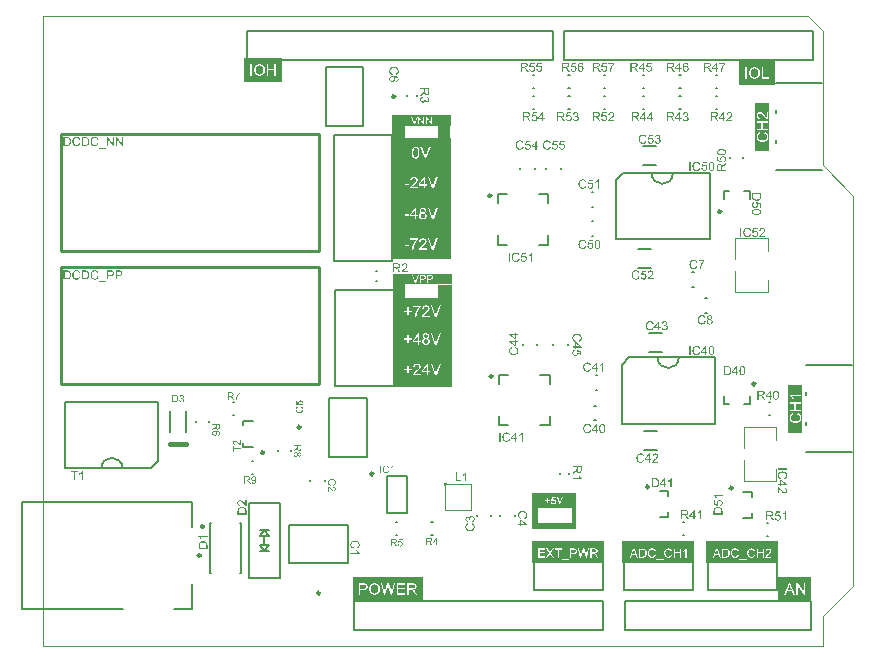
<source format=gto>
G04*
G04 #@! TF.GenerationSoftware,Altium Limited,CircuitStudio,1.5.1 (13)*
G04*
G04 Layer_Color=15065295*
%FSLAX24Y24*%
%MOIN*%
G70*
G01*
G75*
%ADD10C,0.0100*%
%ADD39C,0.0157*%
%ADD42C,0.0079*%
%ADD43C,0.0039*%
%ADD56C,0.0098*%
%ADD57C,0.0050*%
%ADD58C,0.0030*%
%ADD59C,0.0080*%
%ADD60C,0.0020*%
%ADD61R,0.0197X0.1142*%
%ADD62R,0.1457X0.0197*%
%ADD63R,0.0157X0.1063*%
%ADD64R,0.0472X0.0512*%
%ADD65R,0.0394X0.0472*%
%ADD66R,0.0433X0.0433*%
G36*
X40845Y58699D02*
X39661D01*
Y59490D01*
X40845D01*
Y58699D01*
D02*
G37*
G36*
X22342Y47295D02*
Y47295D01*
Y47294D01*
Y47292D01*
Y47290D01*
X22342Y47287D01*
X22341Y47284D01*
X22341Y47280D01*
X22341Y47276D01*
X22340Y47268D01*
X22339Y47260D01*
X22338Y47255D01*
X22337Y47252D01*
X22336Y47248D01*
X22335Y47244D01*
Y47244D01*
X22335Y47243D01*
X22334Y47243D01*
X22334Y47242D01*
X22333Y47240D01*
X22332Y47238D01*
X22329Y47234D01*
X22326Y47230D01*
X22324Y47228D01*
X22322Y47225D01*
X22320Y47223D01*
X22317Y47221D01*
X22314Y47218D01*
X22311Y47216D01*
X22311Y47216D01*
X22310Y47216D01*
X22309Y47216D01*
X22308Y47215D01*
X22306Y47214D01*
X22304Y47213D01*
X22302Y47212D01*
X22300Y47211D01*
X22297Y47210D01*
X22294Y47209D01*
X22288Y47208D01*
X22281Y47206D01*
X22277Y47206D01*
X22273Y47206D01*
X22271D01*
X22269Y47206D01*
X22266Y47206D01*
X22264Y47207D01*
X22261Y47208D01*
X22258Y47208D01*
X22254Y47209D01*
X22251Y47210D01*
X22247Y47212D01*
X22243Y47213D01*
X22239Y47215D01*
X22235Y47218D01*
X22232Y47220D01*
X22228Y47223D01*
X22228Y47224D01*
X22227Y47224D01*
X22226Y47225D01*
X22225Y47227D01*
X22224Y47228D01*
X22222Y47231D01*
X22220Y47233D01*
X22218Y47236D01*
X22216Y47240D01*
X22214Y47244D01*
X22212Y47248D01*
X22211Y47253D01*
X22209Y47259D01*
X22207Y47264D01*
X22206Y47270D01*
X22205Y47277D01*
Y47277D01*
X22205Y47276D01*
X22204Y47276D01*
X22204Y47275D01*
X22203Y47272D01*
X22201Y47269D01*
X22199Y47266D01*
X22197Y47263D01*
X22195Y47260D01*
X22192Y47257D01*
X22192Y47257D01*
X22192Y47256D01*
X22191Y47255D01*
X22190Y47254D01*
X22189Y47253D01*
X22187Y47252D01*
X22185Y47250D01*
X22183Y47248D01*
X22181Y47246D01*
X22178Y47244D01*
X22173Y47239D01*
X22166Y47234D01*
X22159Y47229D01*
X22091Y47186D01*
Y47227D01*
X22143Y47260D01*
X22143Y47261D01*
X22144Y47261D01*
X22145Y47262D01*
X22147Y47263D01*
X22149Y47264D01*
X22151Y47266D01*
X22153Y47267D01*
X22156Y47269D01*
X22161Y47273D01*
X22167Y47277D01*
X22172Y47281D01*
X22175Y47283D01*
X22177Y47284D01*
X22178D01*
X22178Y47285D01*
X22178Y47285D01*
X22179Y47286D01*
X22181Y47288D01*
X22184Y47290D01*
X22187Y47293D01*
X22190Y47296D01*
X22192Y47299D01*
X22194Y47301D01*
X22194Y47302D01*
X22195Y47303D01*
X22196Y47304D01*
X22197Y47306D01*
X22198Y47308D01*
X22199Y47311D01*
X22200Y47314D01*
X22201Y47317D01*
Y47317D01*
X22201Y47318D01*
X22201Y47319D01*
X22202Y47321D01*
X22202Y47323D01*
X22202Y47327D01*
X22202Y47330D01*
Y47335D01*
Y47373D01*
X22091D01*
Y47407D01*
X22342D01*
Y47295D01*
D02*
G37*
G36*
X28507Y52749D02*
X28510D01*
X28514Y52748D01*
X28518Y52748D01*
X28523Y52747D01*
X28528Y52746D01*
X28534Y52745D01*
X28539Y52744D01*
X28545Y52741D01*
X28551Y52739D01*
X28556Y52736D01*
X28562Y52733D01*
X28567Y52729D01*
X28572Y52725D01*
X28572Y52725D01*
X28573Y52724D01*
X28575Y52723D01*
X28576Y52721D01*
X28578Y52719D01*
X28580Y52716D01*
X28582Y52712D01*
X28585Y52709D01*
X28587Y52704D01*
X28589Y52700D01*
X28592Y52695D01*
X28594Y52690D01*
X28595Y52684D01*
X28597Y52678D01*
X28597Y52672D01*
X28598Y52665D01*
Y52665D01*
Y52665D01*
Y52664D01*
Y52662D01*
X28597Y52661D01*
Y52659D01*
X28597Y52654D01*
X28596Y52649D01*
X28594Y52643D01*
X28593Y52636D01*
X28590Y52630D01*
Y52629D01*
X28590Y52629D01*
X28589Y52628D01*
X28589Y52627D01*
X28588Y52625D01*
X28587Y52623D01*
X28586Y52621D01*
X28584Y52619D01*
X28581Y52613D01*
X28577Y52607D01*
X28571Y52600D01*
X28565Y52593D01*
X28565Y52593D01*
X28565Y52592D01*
X28563Y52591D01*
X28562Y52589D01*
X28560Y52587D01*
X28558Y52585D01*
X28555Y52582D01*
X28552Y52579D01*
X28548Y52575D01*
X28544Y52571D01*
X28539Y52567D01*
X28534Y52562D01*
X28529Y52557D01*
X28522Y52552D01*
X28516Y52546D01*
X28508Y52540D01*
X28508Y52539D01*
X28507Y52538D01*
X28505Y52537D01*
X28503Y52535D01*
X28500Y52533D01*
X28497Y52530D01*
X28494Y52527D01*
X28491Y52524D01*
X28483Y52518D01*
X28476Y52512D01*
X28473Y52509D01*
X28470Y52506D01*
X28468Y52504D01*
X28466Y52502D01*
X28465Y52501D01*
X28464Y52500D01*
X28462Y52498D01*
X28460Y52495D01*
X28458Y52493D01*
X28455Y52489D01*
X28452Y52485D01*
X28450Y52482D01*
X28598D01*
Y52446D01*
X28398D01*
Y52446D01*
Y52447D01*
Y52447D01*
Y52448D01*
Y52451D01*
X28399Y52454D01*
X28399Y52458D01*
X28400Y52463D01*
X28401Y52467D01*
X28403Y52472D01*
Y52472D01*
X28403Y52473D01*
X28403Y52474D01*
X28404Y52475D01*
X28405Y52477D01*
X28406Y52479D01*
X28407Y52482D01*
X28409Y52484D01*
X28412Y52491D01*
X28416Y52497D01*
X28421Y52505D01*
X28427Y52512D01*
X28427Y52512D01*
X28428Y52513D01*
X28429Y52514D01*
X28430Y52515D01*
X28432Y52517D01*
X28434Y52519D01*
X28436Y52522D01*
X28439Y52525D01*
X28443Y52528D01*
X28446Y52532D01*
X28450Y52535D01*
X28455Y52539D01*
X28459Y52544D01*
X28464Y52548D01*
X28470Y52553D01*
X28475Y52557D01*
X28476D01*
X28476Y52558D01*
X28478Y52559D01*
X28480Y52561D01*
X28483Y52564D01*
X28488Y52568D01*
X28492Y52572D01*
X28497Y52576D01*
X28502Y52581D01*
X28508Y52586D01*
X28513Y52591D01*
X28519Y52596D01*
X28524Y52602D01*
X28529Y52607D01*
X28534Y52612D01*
X28538Y52617D01*
X28542Y52622D01*
X28542Y52622D01*
X28543Y52623D01*
X28544Y52624D01*
X28545Y52626D01*
X28546Y52628D01*
X28548Y52630D01*
X28549Y52633D01*
X28551Y52636D01*
X28554Y52643D01*
X28557Y52650D01*
X28558Y52654D01*
X28559Y52658D01*
X28559Y52662D01*
X28559Y52666D01*
Y52666D01*
Y52667D01*
Y52668D01*
X28559Y52670D01*
X28559Y52672D01*
X28559Y52674D01*
X28558Y52676D01*
X28557Y52679D01*
X28555Y52685D01*
X28554Y52688D01*
X28553Y52691D01*
X28551Y52694D01*
X28549Y52697D01*
X28546Y52701D01*
X28544Y52703D01*
X28543Y52704D01*
X28543Y52704D01*
X28542Y52705D01*
X28541Y52706D01*
X28539Y52707D01*
X28537Y52708D01*
X28535Y52710D01*
X28533Y52711D01*
X28530Y52712D01*
X28527Y52714D01*
X28523Y52715D01*
X28519Y52716D01*
X28516Y52717D01*
X28512Y52718D01*
X28507Y52718D01*
X28502Y52719D01*
X28500D01*
X28498Y52718D01*
X28496Y52718D01*
X28493Y52718D01*
X28490Y52717D01*
X28487Y52717D01*
X28480Y52715D01*
X28477Y52713D01*
X28473Y52712D01*
X28470Y52710D01*
X28466Y52708D01*
X28463Y52705D01*
X28460Y52702D01*
X28459Y52702D01*
X28459Y52702D01*
X28458Y52701D01*
X28457Y52699D01*
X28456Y52698D01*
X28455Y52696D01*
X28453Y52693D01*
X28452Y52691D01*
X28450Y52688D01*
X28449Y52684D01*
X28447Y52681D01*
X28446Y52677D01*
X28445Y52673D01*
X28445Y52668D01*
X28444Y52663D01*
X28444Y52658D01*
X28406Y52662D01*
Y52662D01*
X28406Y52664D01*
X28406Y52666D01*
X28407Y52669D01*
X28407Y52672D01*
X28408Y52676D01*
X28409Y52681D01*
X28410Y52686D01*
X28412Y52691D01*
X28414Y52696D01*
X28417Y52702D01*
X28419Y52707D01*
X28423Y52713D01*
X28426Y52718D01*
X28430Y52722D01*
X28435Y52727D01*
X28435Y52727D01*
X28436Y52728D01*
X28437Y52729D01*
X28439Y52730D01*
X28442Y52732D01*
X28445Y52734D01*
X28449Y52736D01*
X28453Y52738D01*
X28457Y52740D01*
X28463Y52742D01*
X28468Y52744D01*
X28474Y52746D01*
X28481Y52747D01*
X28488Y52748D01*
X28495Y52749D01*
X28503Y52749D01*
X28505D01*
X28507Y52749D01*
D02*
G37*
G36*
X28258Y52748D02*
X28262Y52748D01*
X28266Y52747D01*
X28271Y52747D01*
X28281Y52746D01*
X28291Y52745D01*
X28296Y52744D01*
X28301Y52743D01*
X28305Y52741D01*
X28309Y52740D01*
X28310D01*
X28310Y52740D01*
X28311Y52739D01*
X28313Y52738D01*
X28315Y52737D01*
X28317Y52736D01*
X28321Y52733D01*
X28327Y52729D01*
X28330Y52727D01*
X28332Y52724D01*
X28335Y52721D01*
X28338Y52718D01*
X28341Y52715D01*
X28343Y52711D01*
X28343Y52711D01*
X28343Y52710D01*
X28344Y52709D01*
X28345Y52707D01*
X28346Y52706D01*
X28347Y52703D01*
X28348Y52701D01*
X28349Y52698D01*
X28351Y52695D01*
X28352Y52691D01*
X28354Y52683D01*
X28355Y52675D01*
X28355Y52670D01*
X28355Y52666D01*
Y52665D01*
Y52664D01*
Y52663D01*
X28355Y52660D01*
X28355Y52658D01*
X28354Y52654D01*
X28354Y52651D01*
X28353Y52647D01*
X28352Y52643D01*
X28351Y52638D01*
X28349Y52634D01*
X28347Y52629D01*
X28344Y52625D01*
X28341Y52620D01*
X28338Y52616D01*
X28335Y52611D01*
X28334Y52611D01*
X28333Y52610D01*
X28332Y52609D01*
X28331Y52608D01*
X28328Y52606D01*
X28326Y52604D01*
X28322Y52602D01*
X28319Y52600D01*
X28315Y52597D01*
X28310Y52595D01*
X28304Y52593D01*
X28299Y52590D01*
X28292Y52588D01*
X28286Y52587D01*
X28278Y52585D01*
X28270Y52584D01*
X28271D01*
X28271Y52583D01*
X28272Y52583D01*
X28273Y52582D01*
X28276Y52581D01*
X28279Y52579D01*
X28283Y52577D01*
X28287Y52574D01*
X28291Y52571D01*
X28294Y52568D01*
X28295Y52568D01*
X28295Y52568D01*
X28296Y52567D01*
X28297Y52566D01*
X28299Y52564D01*
X28301Y52562D01*
X28303Y52560D01*
X28305Y52557D01*
X28308Y52555D01*
X28310Y52552D01*
X28316Y52545D01*
X28322Y52537D01*
X28327Y52528D01*
X28380Y52446D01*
X28330D01*
X28290Y52509D01*
X28290Y52509D01*
X28289Y52510D01*
X28288Y52512D01*
X28287Y52513D01*
X28286Y52516D01*
X28284Y52518D01*
X28282Y52521D01*
X28280Y52524D01*
X28275Y52531D01*
X28270Y52538D01*
X28266Y52544D01*
X28263Y52548D01*
X28261Y52550D01*
Y52551D01*
X28261Y52551D01*
X28260Y52552D01*
X28259Y52553D01*
X28257Y52555D01*
X28254Y52559D01*
X28251Y52562D01*
X28248Y52565D01*
X28244Y52568D01*
X28241Y52571D01*
X28240Y52571D01*
X28239Y52572D01*
X28237Y52572D01*
X28235Y52574D01*
X28232Y52575D01*
X28229Y52576D01*
X28226Y52578D01*
X28223Y52579D01*
X28222D01*
X28221Y52579D01*
X28220Y52579D01*
X28217Y52579D01*
X28214Y52580D01*
X28210Y52580D01*
X28206Y52580D01*
X28154D01*
Y52446D01*
X28114D01*
Y52748D01*
X28255D01*
X28258Y52748D01*
D02*
G37*
G36*
X23273Y45650D02*
X23276Y45650D01*
X23280Y45650D01*
X23284Y45649D01*
X23292Y45648D01*
X23301Y45647D01*
X23305Y45647D01*
X23309Y45646D01*
X23312Y45645D01*
X23316Y45643D01*
X23316D01*
X23317Y45643D01*
X23318Y45643D01*
X23319Y45642D01*
X23320Y45641D01*
X23322Y45640D01*
X23326Y45638D01*
X23330Y45635D01*
X23333Y45633D01*
X23335Y45630D01*
X23337Y45628D01*
X23340Y45625D01*
X23342Y45622D01*
X23344Y45619D01*
X23344Y45619D01*
X23344Y45618D01*
X23345Y45618D01*
X23346Y45616D01*
X23346Y45615D01*
X23347Y45613D01*
X23348Y45611D01*
X23349Y45608D01*
X23350Y45606D01*
X23351Y45603D01*
X23353Y45596D01*
X23354Y45589D01*
X23354Y45585D01*
X23354Y45582D01*
Y45581D01*
Y45580D01*
Y45579D01*
X23354Y45577D01*
X23354Y45575D01*
X23353Y45572D01*
X23353Y45569D01*
X23352Y45566D01*
X23351Y45563D01*
X23350Y45559D01*
X23349Y45555D01*
X23347Y45551D01*
X23345Y45548D01*
X23343Y45544D01*
X23340Y45540D01*
X23337Y45536D01*
X23337Y45536D01*
X23336Y45536D01*
X23335Y45535D01*
X23334Y45534D01*
X23332Y45532D01*
X23329Y45530D01*
X23327Y45529D01*
X23324Y45527D01*
X23320Y45525D01*
X23316Y45523D01*
X23312Y45521D01*
X23307Y45519D01*
X23302Y45517D01*
X23296Y45516D01*
X23290Y45514D01*
X23283Y45513D01*
X23284D01*
X23284Y45513D01*
X23285Y45513D01*
X23286Y45512D01*
X23288Y45511D01*
X23291Y45509D01*
X23294Y45507D01*
X23298Y45505D01*
X23301Y45503D01*
X23304Y45501D01*
X23304Y45500D01*
X23304Y45500D01*
X23305Y45499D01*
X23306Y45498D01*
X23307Y45497D01*
X23309Y45495D01*
X23310Y45494D01*
X23312Y45492D01*
X23314Y45489D01*
X23317Y45487D01*
X23321Y45481D01*
X23326Y45475D01*
X23331Y45467D01*
X23375Y45399D01*
X23333D01*
X23300Y45451D01*
X23300Y45451D01*
X23299Y45452D01*
X23299Y45453D01*
X23297Y45455D01*
X23296Y45457D01*
X23295Y45459D01*
X23293Y45461D01*
X23291Y45464D01*
X23288Y45470D01*
X23283Y45475D01*
X23280Y45481D01*
X23278Y45483D01*
X23276Y45486D01*
Y45486D01*
X23275Y45486D01*
X23275Y45487D01*
X23274Y45488D01*
X23273Y45490D01*
X23270Y45492D01*
X23268Y45495D01*
X23265Y45498D01*
X23262Y45500D01*
X23259Y45502D01*
X23259Y45503D01*
X23258Y45503D01*
X23256Y45504D01*
X23254Y45505D01*
X23252Y45506D01*
X23249Y45507D01*
X23247Y45508D01*
X23244Y45509D01*
X23244D01*
X23243Y45509D01*
X23241Y45510D01*
X23239Y45510D01*
X23237Y45510D01*
X23234Y45510D01*
X23230Y45511D01*
X23187D01*
Y45399D01*
X23154D01*
Y45650D01*
X23270D01*
X23273Y45650D01*
D02*
G37*
G36*
X25058Y46587D02*
Y46586D01*
Y46585D01*
Y46583D01*
Y46581D01*
X25058Y46578D01*
X25058Y46575D01*
X25058Y46572D01*
X25058Y46568D01*
X25057Y46559D01*
X25056Y46551D01*
X25055Y46547D01*
X25054Y46543D01*
X25053Y46539D01*
X25051Y46536D01*
Y46535D01*
X25051Y46535D01*
X25051Y46534D01*
X25050Y46533D01*
X25049Y46531D01*
X25048Y46530D01*
X25046Y46526D01*
X25043Y46521D01*
X25041Y46519D01*
X25039Y46517D01*
X25036Y46514D01*
X25033Y46512D01*
X25031Y46510D01*
X25027Y46508D01*
X25027Y46508D01*
X25027Y46507D01*
X25026Y46507D01*
X25024Y46506D01*
X25023Y46505D01*
X25021Y46505D01*
X25019Y46503D01*
X25016Y46503D01*
X25014Y46501D01*
X25011Y46501D01*
X25004Y46499D01*
X24997Y46498D01*
X24994Y46498D01*
X24990Y46497D01*
X24987D01*
X24985Y46498D01*
X24983Y46498D01*
X24980Y46498D01*
X24977Y46499D01*
X24974Y46500D01*
X24971Y46500D01*
X24967Y46501D01*
X24963Y46503D01*
X24959Y46505D01*
X24956Y46507D01*
X24952Y46509D01*
X24948Y46512D01*
X24945Y46515D01*
X24944Y46515D01*
X24944Y46516D01*
X24943Y46517D01*
X24942Y46518D01*
X24940Y46520D01*
X24939Y46522D01*
X24937Y46525D01*
X24935Y46528D01*
X24933Y46531D01*
X24931Y46535D01*
X24929Y46540D01*
X24927Y46545D01*
X24925Y46550D01*
X24924Y46556D01*
X24923Y46562D01*
X24922Y46568D01*
Y46568D01*
X24921Y46568D01*
X24921Y46567D01*
X24920Y46566D01*
X24919Y46564D01*
X24918Y46561D01*
X24916Y46557D01*
X24913Y46554D01*
X24911Y46551D01*
X24909Y46548D01*
X24909Y46548D01*
X24908Y46547D01*
X24908Y46547D01*
X24906Y46546D01*
X24905Y46544D01*
X24904Y46543D01*
X24902Y46541D01*
X24900Y46539D01*
X24897Y46537D01*
X24895Y46535D01*
X24889Y46530D01*
X24883Y46525D01*
X24876Y46521D01*
X24807Y46477D01*
Y46519D01*
X24859Y46552D01*
X24860Y46552D01*
X24860Y46552D01*
X24862Y46553D01*
X24863Y46554D01*
X24865Y46556D01*
X24867Y46557D01*
X24870Y46559D01*
X24872Y46560D01*
X24878Y46564D01*
X24883Y46568D01*
X24889Y46572D01*
X24891Y46574D01*
X24894Y46576D01*
X24894D01*
X24894Y46576D01*
X24895Y46577D01*
X24896Y46577D01*
X24898Y46579D01*
X24901Y46581D01*
X24903Y46584D01*
X24906Y46587D01*
X24909Y46590D01*
X24911Y46593D01*
X24911Y46593D01*
X24912Y46594D01*
X24912Y46596D01*
X24913Y46597D01*
X24914Y46600D01*
X24915Y46602D01*
X24917Y46605D01*
X24917Y46608D01*
Y46608D01*
X24918Y46609D01*
X24918Y46610D01*
X24918Y46612D01*
X24918Y46615D01*
X24918Y46618D01*
X24919Y46622D01*
Y46626D01*
Y46665D01*
X24807D01*
Y46698D01*
X25058D01*
Y46587D01*
D02*
G37*
G36*
X22213Y47167D02*
X22217D01*
X22220Y47167D01*
X22223Y47167D01*
X22226Y47167D01*
X22229Y47167D01*
X22233Y47166D01*
X22241Y47165D01*
X22249Y47164D01*
X22257Y47163D01*
X22266Y47161D01*
X22275Y47159D01*
X22283Y47156D01*
X22292Y47153D01*
X22300Y47150D01*
X22307Y47146D01*
X22311Y47143D01*
X22314Y47141D01*
X22314Y47141D01*
X22315Y47140D01*
X22317Y47138D01*
X22319Y47136D01*
X22321Y47134D01*
X22323Y47131D01*
X22326Y47128D01*
X22328Y47124D01*
X22331Y47120D01*
X22334Y47115D01*
X22336Y47110D01*
X22338Y47104D01*
X22340Y47098D01*
X22341Y47092D01*
X22343Y47085D01*
X22343Y47077D01*
Y47077D01*
Y47076D01*
Y47075D01*
X22343Y47072D01*
X22342Y47070D01*
X22342Y47067D01*
X22341Y47064D01*
X22341Y47060D01*
X22340Y47056D01*
X22339Y47053D01*
X22337Y47048D01*
X22336Y47044D01*
X22334Y47040D01*
X22331Y47036D01*
X22329Y47032D01*
X22326Y47029D01*
X22326Y47029D01*
X22325Y47028D01*
X22324Y47027D01*
X22323Y47026D01*
X22321Y47024D01*
X22319Y47022D01*
X22317Y47021D01*
X22314Y47019D01*
X22311Y47017D01*
X22307Y47015D01*
X22304Y47013D01*
X22300Y47011D01*
X22295Y47009D01*
X22291Y47008D01*
X22285Y47007D01*
X22280Y47006D01*
X22278Y47037D01*
X22278D01*
X22279Y47037D01*
X22280Y47037D01*
X22281Y47037D01*
X22282Y47038D01*
X22284Y47038D01*
X22288Y47040D01*
X22292Y47041D01*
X22297Y47043D01*
X22301Y47046D01*
X22302Y47047D01*
X22304Y47048D01*
X22304Y47049D01*
X22305Y47049D01*
X22306Y47050D01*
X22306Y47051D01*
X22307Y47052D01*
X22308Y47053D01*
X22310Y47055D01*
X22311Y47057D01*
X22313Y47061D01*
X22316Y47067D01*
X22316Y47070D01*
X22317Y47073D01*
X22317Y47076D01*
X22317Y47079D01*
Y47080D01*
Y47080D01*
Y47081D01*
X22317Y47082D01*
Y47083D01*
X22317Y47085D01*
X22316Y47088D01*
X22316Y47092D01*
X22314Y47097D01*
X22312Y47101D01*
X22309Y47105D01*
X22309Y47105D01*
X22309Y47106D01*
X22308Y47107D01*
X22307Y47108D01*
X22306Y47109D01*
X22305Y47110D01*
X22303Y47112D01*
X22301Y47114D01*
X22299Y47116D01*
X22297Y47117D01*
X22294Y47119D01*
X22292Y47121D01*
X22288Y47123D01*
X22285Y47125D01*
X22282Y47127D01*
X22278Y47128D01*
X22278D01*
X22277Y47129D01*
X22276Y47129D01*
X22274Y47130D01*
X22272Y47130D01*
X22270Y47131D01*
X22267Y47132D01*
X22263Y47133D01*
X22259Y47133D01*
X22255Y47134D01*
X22250Y47135D01*
X22245Y47135D01*
X22239Y47136D01*
X22233Y47136D01*
X22227Y47137D01*
X22220Y47137D01*
X22220Y47137D01*
X22221Y47136D01*
X22222Y47136D01*
X22223Y47135D01*
X22224Y47134D01*
X22226Y47133D01*
X22230Y47129D01*
X22234Y47125D01*
X22238Y47121D01*
X22242Y47116D01*
X22245Y47110D01*
Y47109D01*
X22246Y47109D01*
X22246Y47108D01*
X22247Y47107D01*
X22247Y47105D01*
X22248Y47104D01*
X22249Y47102D01*
X22249Y47099D01*
X22251Y47094D01*
X22252Y47088D01*
X22253Y47082D01*
X22254Y47076D01*
Y47075D01*
Y47075D01*
X22253Y47073D01*
X22253Y47071D01*
X22253Y47068D01*
X22252Y47065D01*
X22252Y47061D01*
X22251Y47058D01*
X22249Y47054D01*
X22248Y47049D01*
X22246Y47045D01*
X22244Y47041D01*
X22241Y47036D01*
X22238Y47032D01*
X22235Y47027D01*
X22231Y47023D01*
X22231Y47023D01*
X22230Y47022D01*
X22228Y47021D01*
X22227Y47020D01*
X22224Y47018D01*
X22222Y47016D01*
X22219Y47014D01*
X22215Y47012D01*
X22211Y47010D01*
X22207Y47008D01*
X22202Y47007D01*
X22197Y47005D01*
X22191Y47003D01*
X22185Y47002D01*
X22179Y47002D01*
X22172Y47002D01*
X22170D01*
X22168Y47002D01*
X22166D01*
X22164Y47002D01*
X22161Y47002D01*
X22158Y47003D01*
X22154Y47003D01*
X22151Y47004D01*
X22144Y47006D01*
X22136Y47008D01*
X22132Y47010D01*
X22128Y47012D01*
X22128Y47012D01*
X22127Y47012D01*
X22126Y47013D01*
X22125Y47014D01*
X22123Y47015D01*
X22121Y47016D01*
X22117Y47019D01*
X22112Y47023D01*
X22106Y47028D01*
X22102Y47034D01*
X22099Y47037D01*
X22097Y47040D01*
X22097Y47040D01*
X22097Y47041D01*
X22096Y47042D01*
X22095Y47043D01*
X22095Y47045D01*
X22094Y47047D01*
X22093Y47049D01*
X22092Y47052D01*
X22091Y47054D01*
X22090Y47058D01*
X22089Y47061D01*
X22088Y47064D01*
X22087Y47072D01*
X22087Y47076D01*
X22086Y47080D01*
Y47081D01*
Y47082D01*
X22087Y47084D01*
X22087Y47087D01*
X22087Y47090D01*
X22088Y47094D01*
X22089Y47098D01*
X22090Y47103D01*
X22091Y47108D01*
X22093Y47113D01*
X22096Y47118D01*
X22098Y47123D01*
X22102Y47129D01*
X22105Y47134D01*
X22110Y47139D01*
X22115Y47143D01*
X22115Y47144D01*
X22116Y47145D01*
X22118Y47146D01*
X22120Y47147D01*
X22123Y47149D01*
X22127Y47151D01*
X22132Y47153D01*
X22137Y47155D01*
X22143Y47158D01*
X22150Y47160D01*
X22158Y47162D01*
X22166Y47164D01*
X22175Y47165D01*
X22185Y47167D01*
X22196Y47167D01*
X22208Y47168D01*
X22211D01*
X22213Y47167D01*
D02*
G37*
G36*
X23477Y45651D02*
X23479Y45651D01*
X23482Y45650D01*
X23484Y45650D01*
X23488Y45649D01*
X23491Y45649D01*
X23495Y45648D01*
X23498Y45647D01*
X23502Y45645D01*
X23506Y45644D01*
X23510Y45642D01*
X23514Y45640D01*
X23518Y45638D01*
X23518Y45638D01*
X23518Y45637D01*
X23520Y45637D01*
X23521Y45635D01*
X23523Y45634D01*
X23525Y45632D01*
X23527Y45630D01*
X23529Y45628D01*
X23532Y45626D01*
X23534Y45623D01*
X23537Y45620D01*
X23539Y45616D01*
X23542Y45613D01*
X23544Y45609D01*
X23547Y45605D01*
X23549Y45600D01*
X23549Y45600D01*
X23549Y45599D01*
X23550Y45598D01*
X23550Y45596D01*
X23551Y45593D01*
X23552Y45590D01*
X23553Y45587D01*
X23554Y45582D01*
X23555Y45578D01*
X23556Y45572D01*
X23557Y45567D01*
X23558Y45560D01*
X23558Y45553D01*
X23559Y45546D01*
X23559Y45538D01*
X23559Y45530D01*
Y45529D01*
Y45529D01*
Y45528D01*
Y45528D01*
Y45526D01*
Y45525D01*
X23559Y45522D01*
Y45518D01*
X23559Y45513D01*
X23558Y45508D01*
X23558Y45502D01*
X23557Y45496D01*
X23557Y45490D01*
X23555Y45477D01*
X23554Y45471D01*
X23552Y45465D01*
X23551Y45459D01*
X23549Y45453D01*
X23549Y45453D01*
X23548Y45452D01*
X23548Y45450D01*
X23547Y45448D01*
X23546Y45446D01*
X23544Y45443D01*
X23543Y45440D01*
X23541Y45437D01*
X23539Y45433D01*
X23537Y45430D01*
X23534Y45426D01*
X23531Y45423D01*
X23528Y45419D01*
X23525Y45416D01*
X23521Y45412D01*
X23518Y45410D01*
X23517Y45409D01*
X23517Y45409D01*
X23515Y45408D01*
X23514Y45407D01*
X23512Y45406D01*
X23510Y45405D01*
X23507Y45403D01*
X23504Y45402D01*
X23500Y45401D01*
X23497Y45400D01*
X23493Y45398D01*
X23488Y45397D01*
X23484Y45396D01*
X23479Y45395D01*
X23474Y45395D01*
X23469Y45395D01*
X23468D01*
X23466Y45395D01*
X23464D01*
X23462Y45395D01*
X23459Y45396D01*
X23456Y45396D01*
X23452Y45397D01*
X23448Y45398D01*
X23444Y45399D01*
X23440Y45400D01*
X23436Y45402D01*
X23432Y45403D01*
X23428Y45406D01*
X23425Y45408D01*
X23421Y45411D01*
X23421Y45411D01*
X23420Y45412D01*
X23419Y45413D01*
X23418Y45414D01*
X23416Y45416D01*
X23415Y45418D01*
X23413Y45420D01*
X23411Y45423D01*
X23409Y45426D01*
X23407Y45430D01*
X23405Y45433D01*
X23404Y45437D01*
X23402Y45442D01*
X23401Y45447D01*
X23399Y45452D01*
X23399Y45457D01*
X23428Y45460D01*
Y45460D01*
X23428Y45459D01*
X23429Y45458D01*
X23429Y45456D01*
X23429Y45455D01*
X23430Y45453D01*
X23431Y45448D01*
X23433Y45443D01*
X23436Y45438D01*
X23439Y45433D01*
X23440Y45431D01*
X23442Y45429D01*
X23443D01*
X23443Y45429D01*
X23443Y45429D01*
X23444Y45428D01*
X23445Y45427D01*
X23447Y45426D01*
X23450Y45425D01*
X23454Y45423D01*
X23458Y45422D01*
X23464Y45420D01*
X23467Y45420D01*
X23470Y45420D01*
X23472D01*
X23473Y45420D01*
X23475Y45420D01*
X23478Y45421D01*
X23482Y45422D01*
X23486Y45423D01*
X23491Y45424D01*
X23495Y45426D01*
X23495D01*
X23495Y45427D01*
X23496Y45428D01*
X23498Y45429D01*
X23501Y45431D01*
X23504Y45434D01*
X23506Y45436D01*
X23510Y45440D01*
X23512Y45444D01*
Y45444D01*
X23512Y45444D01*
X23513Y45445D01*
X23513Y45446D01*
X23514Y45447D01*
X23515Y45448D01*
X23515Y45450D01*
X23516Y45452D01*
X23518Y45456D01*
X23520Y45461D01*
X23522Y45467D01*
X23524Y45473D01*
Y45473D01*
X23524Y45474D01*
X23524Y45475D01*
X23524Y45476D01*
X23525Y45478D01*
X23525Y45480D01*
X23526Y45482D01*
X23526Y45485D01*
X23526Y45488D01*
X23527Y45491D01*
X23528Y45497D01*
X23528Y45504D01*
X23528Y45511D01*
Y45511D01*
Y45512D01*
Y45514D01*
Y45517D01*
X23528Y45516D01*
X23527Y45516D01*
X23527Y45515D01*
X23526Y45513D01*
X23525Y45512D01*
X23522Y45509D01*
X23518Y45505D01*
X23514Y45501D01*
X23508Y45497D01*
X23503Y45493D01*
X23503D01*
X23502Y45493D01*
X23501Y45492D01*
X23500Y45492D01*
X23499Y45491D01*
X23497Y45490D01*
X23495Y45490D01*
X23493Y45489D01*
X23487Y45487D01*
X23482Y45486D01*
X23475Y45485D01*
X23468Y45484D01*
X23467D01*
X23465Y45484D01*
X23463Y45485D01*
X23460Y45485D01*
X23457Y45485D01*
X23454Y45486D01*
X23450Y45487D01*
X23446Y45488D01*
X23442Y45490D01*
X23437Y45492D01*
X23433Y45493D01*
X23428Y45496D01*
X23424Y45499D01*
X23420Y45503D01*
X23416Y45507D01*
X23415Y45507D01*
X23415Y45508D01*
X23414Y45509D01*
X23412Y45511D01*
X23411Y45513D01*
X23409Y45516D01*
X23407Y45519D01*
X23405Y45522D01*
X23403Y45527D01*
X23401Y45531D01*
X23399Y45536D01*
X23397Y45541D01*
X23396Y45547D01*
X23395Y45553D01*
X23394Y45560D01*
X23394Y45566D01*
Y45567D01*
Y45567D01*
Y45568D01*
X23394Y45570D01*
X23394Y45573D01*
X23395Y45576D01*
X23395Y45580D01*
X23396Y45584D01*
X23397Y45588D01*
X23398Y45593D01*
X23399Y45598D01*
X23401Y45603D01*
X23403Y45608D01*
X23406Y45613D01*
X23409Y45618D01*
X23413Y45623D01*
X23416Y45628D01*
X23417Y45628D01*
X23418Y45629D01*
X23419Y45630D01*
X23421Y45631D01*
X23423Y45633D01*
X23425Y45635D01*
X23428Y45637D01*
X23432Y45640D01*
X23436Y45642D01*
X23440Y45644D01*
X23445Y45646D01*
X23450Y45647D01*
X23455Y45649D01*
X23461Y45650D01*
X23467Y45651D01*
X23473Y45651D01*
X23475D01*
X23477Y45651D01*
D02*
G37*
G36*
X30735Y44091D02*
X30736D01*
X30737Y44091D01*
X30740Y44090D01*
X30743Y44089D01*
X30747Y44087D01*
X30752Y44085D01*
X30757Y44083D01*
X30763Y44081D01*
X30769Y44078D01*
X30775Y44075D01*
X30781Y44071D01*
X30787Y44067D01*
X30794Y44062D01*
X30799Y44057D01*
X30805Y44052D01*
X30810Y44046D01*
X30810Y44045D01*
X30811Y44044D01*
X30812Y44042D01*
X30814Y44040D01*
X30816Y44037D01*
X30818Y44033D01*
X30820Y44028D01*
X30823Y44023D01*
X30825Y44018D01*
X30828Y44012D01*
X30830Y44005D01*
X30832Y43998D01*
X30833Y43991D01*
X30835Y43983D01*
X30835Y43974D01*
X30836Y43966D01*
Y43966D01*
Y43965D01*
Y43964D01*
X30835Y43961D01*
Y43958D01*
X30835Y43954D01*
X30835Y43949D01*
X30834Y43944D01*
X30833Y43938D01*
X30832Y43931D01*
X30831Y43925D01*
X30829Y43918D01*
X30827Y43912D01*
X30825Y43905D01*
X30823Y43899D01*
X30819Y43892D01*
X30816Y43886D01*
X30816Y43886D01*
X30815Y43885D01*
X30814Y43884D01*
X30812Y43881D01*
X30810Y43879D01*
X30808Y43876D01*
X30805Y43873D01*
X30801Y43869D01*
X30797Y43865D01*
X30793Y43862D01*
X30789Y43858D01*
X30783Y43854D01*
X30778Y43850D01*
X30772Y43846D01*
X30765Y43843D01*
X30758Y43840D01*
X30758Y43840D01*
X30757Y43839D01*
X30755Y43838D01*
X30752Y43837D01*
X30748Y43836D01*
X30744Y43835D01*
X30740Y43834D01*
X30734Y43832D01*
X30728Y43830D01*
X30722Y43829D01*
X30715Y43828D01*
X30708Y43826D01*
X30701Y43826D01*
X30693Y43825D01*
X30686Y43824D01*
X30677Y43824D01*
X30673D01*
X30670Y43824D01*
X30665Y43825D01*
X30661Y43825D01*
X30655Y43826D01*
X30649Y43826D01*
X30643Y43827D01*
X30637Y43829D01*
X30630Y43830D01*
X30623Y43832D01*
X30616Y43834D01*
X30609Y43836D01*
X30602Y43839D01*
X30595Y43842D01*
X30595Y43842D01*
X30594Y43843D01*
X30592Y43844D01*
X30589Y43845D01*
X30587Y43847D01*
X30583Y43850D01*
X30579Y43852D01*
X30575Y43855D01*
X30571Y43859D01*
X30567Y43862D01*
X30562Y43867D01*
X30558Y43871D01*
X30554Y43876D01*
X30549Y43881D01*
X30545Y43887D01*
X30542Y43893D01*
X30541Y43894D01*
X30541Y43895D01*
X30540Y43897D01*
X30539Y43899D01*
X30538Y43902D01*
X30536Y43906D01*
X30534Y43910D01*
X30533Y43915D01*
X30531Y43920D01*
X30529Y43926D01*
X30528Y43932D01*
X30526Y43938D01*
X30525Y43945D01*
X30524Y43952D01*
X30524Y43959D01*
X30523Y43966D01*
Y43967D01*
Y43967D01*
Y43968D01*
X30524Y43971D01*
Y43974D01*
X30524Y43978D01*
X30525Y43982D01*
X30525Y43987D01*
X30526Y43993D01*
X30528Y43999D01*
X30529Y44005D01*
X30531Y44011D01*
X30533Y44018D01*
X30536Y44024D01*
X30539Y44031D01*
X30543Y44037D01*
X30547Y44043D01*
X30547Y44043D01*
X30548Y44044D01*
X30549Y44045D01*
X30551Y44048D01*
X30553Y44050D01*
X30556Y44053D01*
X30560Y44056D01*
X30563Y44060D01*
X30568Y44063D01*
X30573Y44067D01*
X30578Y44070D01*
X30584Y44074D01*
X30590Y44077D01*
X30597Y44080D01*
X30604Y44083D01*
X30612Y44086D01*
X30621Y44047D01*
X30621D01*
X30619Y44046D01*
X30618Y44045D01*
X30615Y44044D01*
X30613Y44043D01*
X30610Y44042D01*
X30606Y44040D01*
X30603Y44039D01*
X30595Y44034D01*
X30587Y44029D01*
X30583Y44026D01*
X30579Y44023D01*
X30576Y44020D01*
X30573Y44016D01*
X30573Y44016D01*
X30572Y44015D01*
X30572Y44014D01*
X30571Y44012D01*
X30570Y44010D01*
X30568Y44008D01*
X30567Y44005D01*
X30565Y44002D01*
X30564Y43999D01*
X30562Y43995D01*
X30561Y43991D01*
X30560Y43986D01*
X30559Y43982D01*
X30558Y43977D01*
X30558Y43971D01*
X30558Y43966D01*
Y43965D01*
Y43964D01*
Y43962D01*
X30558Y43960D01*
X30558Y43957D01*
X30558Y43953D01*
X30559Y43949D01*
X30560Y43945D01*
X30561Y43941D01*
X30562Y43936D01*
X30563Y43931D01*
X30565Y43926D01*
X30567Y43922D01*
X30569Y43917D01*
X30572Y43912D01*
X30574Y43907D01*
X30575Y43907D01*
X30575Y43906D01*
X30576Y43905D01*
X30578Y43904D01*
X30579Y43902D01*
X30581Y43900D01*
X30584Y43897D01*
X30586Y43895D01*
X30589Y43892D01*
X30593Y43889D01*
X30596Y43886D01*
X30600Y43884D01*
X30605Y43881D01*
X30609Y43879D01*
X30614Y43876D01*
X30619Y43875D01*
X30620D01*
X30621Y43874D01*
X30622Y43874D01*
X30624Y43873D01*
X30627Y43873D01*
X30630Y43872D01*
X30633Y43871D01*
X30637Y43870D01*
X30641Y43869D01*
X30646Y43868D01*
X30650Y43867D01*
X30655Y43867D01*
X30666Y43866D01*
X30677Y43865D01*
X30681D01*
X30684Y43865D01*
X30687D01*
X30691Y43866D01*
X30695Y43866D01*
X30700Y43867D01*
X30705Y43867D01*
X30710Y43868D01*
X30722Y43870D01*
X30733Y43873D01*
X30745Y43876D01*
X30745Y43876D01*
X30746Y43877D01*
X30747Y43878D01*
X30749Y43878D01*
X30752Y43880D01*
X30754Y43881D01*
X30757Y43883D01*
X30760Y43885D01*
X30764Y43887D01*
X30768Y43890D01*
X30771Y43892D01*
X30775Y43896D01*
X30778Y43899D01*
X30781Y43903D01*
X30784Y43907D01*
X30787Y43911D01*
X30787Y43911D01*
X30788Y43912D01*
X30789Y43913D01*
X30789Y43915D01*
X30790Y43917D01*
X30792Y43920D01*
X30793Y43923D01*
X30794Y43927D01*
X30796Y43930D01*
X30797Y43934D01*
X30798Y43938D01*
X30799Y43943D01*
X30801Y43952D01*
X30801Y43957D01*
X30801Y43962D01*
Y43963D01*
Y43964D01*
X30801Y43966D01*
Y43968D01*
X30801Y43971D01*
X30800Y43974D01*
X30800Y43978D01*
X30799Y43982D01*
X30798Y43987D01*
X30797Y43991D01*
X30795Y43996D01*
X30793Y44001D01*
X30791Y44005D01*
X30789Y44010D01*
X30786Y44015D01*
X30782Y44019D01*
X30782Y44020D01*
X30781Y44020D01*
X30780Y44021D01*
X30779Y44023D01*
X30776Y44025D01*
X30774Y44027D01*
X30771Y44029D01*
X30768Y44032D01*
X30764Y44035D01*
X30760Y44037D01*
X30755Y44040D01*
X30750Y44043D01*
X30744Y44045D01*
X30738Y44047D01*
X30732Y44049D01*
X30725Y44051D01*
X30735Y44091D01*
X30735D01*
X30735Y44091D01*
D02*
G37*
G36*
X40706Y48312D02*
X40746D01*
Y48278D01*
X40706D01*
Y48205D01*
X40668D01*
Y48278D01*
X40537D01*
Y48312D01*
X40675Y48507D01*
X40706D01*
Y48312D01*
D02*
G37*
G36*
X30241Y45513D02*
X30390D01*
Y45478D01*
X30201D01*
Y45780D01*
X30241D01*
Y45513D01*
D02*
G37*
G36*
X30746Y44323D02*
X30748Y44323D01*
X30752Y44323D01*
X30756Y44322D01*
X30760Y44321D01*
X30765Y44320D01*
X30770Y44318D01*
X30775Y44316D01*
X30781Y44314D01*
X30787Y44311D01*
X30792Y44308D01*
X30798Y44304D01*
X30803Y44300D01*
X30809Y44294D01*
X30809Y44294D01*
X30810Y44293D01*
X30811Y44291D01*
X30813Y44289D01*
X30815Y44286D01*
X30817Y44283D01*
X30820Y44279D01*
X30822Y44274D01*
X30825Y44269D01*
X30827Y44264D01*
X30830Y44258D01*
X30832Y44251D01*
X30833Y44245D01*
X30835Y44237D01*
X30836Y44230D01*
X30836Y44222D01*
Y44221D01*
Y44220D01*
X30836Y44218D01*
Y44215D01*
X30835Y44212D01*
X30835Y44208D01*
X30834Y44203D01*
X30833Y44198D01*
X30832Y44193D01*
X30830Y44188D01*
X30828Y44183D01*
X30826Y44177D01*
X30823Y44171D01*
X30820Y44166D01*
X30817Y44160D01*
X30812Y44156D01*
X30812Y44155D01*
X30811Y44154D01*
X30810Y44153D01*
X30808Y44151D01*
X30806Y44149D01*
X30803Y44147D01*
X30800Y44145D01*
X30796Y44142D01*
X30791Y44139D01*
X30787Y44137D01*
X30782Y44134D01*
X30776Y44132D01*
X30770Y44130D01*
X30764Y44128D01*
X30758Y44127D01*
X30751Y44126D01*
X30746Y44163D01*
X30746D01*
X30747Y44163D01*
X30749Y44164D01*
X30751Y44164D01*
X30754Y44165D01*
X30757Y44166D01*
X30760Y44167D01*
X30763Y44168D01*
X30771Y44171D01*
X30778Y44175D01*
X30782Y44177D01*
X30785Y44179D01*
X30789Y44182D01*
X30791Y44184D01*
X30792Y44185D01*
X30792Y44185D01*
X30793Y44186D01*
X30794Y44187D01*
X30795Y44189D01*
X30796Y44190D01*
X30797Y44192D01*
X30798Y44195D01*
X30801Y44200D01*
X30803Y44207D01*
X30805Y44214D01*
X30805Y44218D01*
X30805Y44222D01*
Y44222D01*
Y44223D01*
Y44224D01*
X30805Y44226D01*
X30805Y44228D01*
X30804Y44231D01*
X30804Y44234D01*
X30803Y44237D01*
X30802Y44241D01*
X30801Y44244D01*
X30800Y44248D01*
X30798Y44252D01*
X30796Y44255D01*
X30793Y44259D01*
X30790Y44263D01*
X30787Y44266D01*
X30787Y44266D01*
X30786Y44267D01*
X30785Y44268D01*
X30784Y44269D01*
X30782Y44270D01*
X30780Y44272D01*
X30778Y44273D01*
X30775Y44275D01*
X30772Y44277D01*
X30768Y44278D01*
X30765Y44280D01*
X30761Y44281D01*
X30757Y44283D01*
X30752Y44283D01*
X30747Y44284D01*
X30742Y44284D01*
X30740D01*
X30738Y44284D01*
X30736Y44284D01*
X30734Y44283D01*
X30731Y44283D01*
X30727Y44282D01*
X30721Y44280D01*
X30717Y44279D01*
X30714Y44277D01*
X30710Y44275D01*
X30707Y44273D01*
X30703Y44270D01*
X30700Y44267D01*
X30700Y44267D01*
X30699Y44267D01*
X30699Y44266D01*
X30698Y44265D01*
X30696Y44263D01*
X30695Y44261D01*
X30693Y44258D01*
X30692Y44256D01*
X30691Y44253D01*
X30689Y44250D01*
X30688Y44246D01*
X30686Y44243D01*
X30685Y44238D01*
X30685Y44234D01*
X30684Y44230D01*
X30684Y44225D01*
Y44224D01*
Y44223D01*
X30684Y44221D01*
X30684Y44218D01*
X30685Y44214D01*
X30685Y44209D01*
X30686Y44205D01*
X30688Y44199D01*
X30655Y44203D01*
Y44203D01*
Y44203D01*
X30655Y44205D01*
X30656Y44207D01*
Y44209D01*
Y44209D01*
Y44210D01*
Y44211D01*
X30655Y44213D01*
Y44215D01*
X30655Y44217D01*
X30655Y44220D01*
X30654Y44223D01*
X30653Y44230D01*
X30650Y44237D01*
X30647Y44244D01*
X30645Y44248D01*
X30643Y44251D01*
X30643Y44252D01*
X30643Y44252D01*
X30642Y44253D01*
X30641Y44254D01*
X30640Y44256D01*
X30638Y44257D01*
X30636Y44259D01*
X30634Y44261D01*
X30631Y44263D01*
X30629Y44264D01*
X30626Y44266D01*
X30622Y44267D01*
X30618Y44268D01*
X30614Y44269D01*
X30610Y44270D01*
X30605Y44270D01*
X30603D01*
X30602Y44270D01*
X30600Y44270D01*
X30598Y44269D01*
X30593Y44268D01*
X30588Y44267D01*
X30582Y44265D01*
X30580Y44263D01*
X30577Y44261D01*
X30574Y44259D01*
X30572Y44256D01*
X30571Y44256D01*
X30571Y44256D01*
X30570Y44255D01*
X30570Y44254D01*
X30568Y44252D01*
X30567Y44251D01*
X30566Y44249D01*
X30565Y44247D01*
X30562Y44242D01*
X30560Y44235D01*
X30558Y44229D01*
X30558Y44225D01*
X30558Y44221D01*
Y44220D01*
Y44220D01*
Y44219D01*
X30558Y44217D01*
X30558Y44215D01*
X30559Y44213D01*
X30560Y44208D01*
X30561Y44203D01*
X30564Y44197D01*
X30565Y44194D01*
X30567Y44191D01*
X30569Y44188D01*
X30572Y44185D01*
X30572Y44185D01*
X30572Y44184D01*
X30573Y44184D01*
X30574Y44183D01*
X30576Y44181D01*
X30577Y44180D01*
X30579Y44179D01*
X30582Y44177D01*
X30584Y44176D01*
X30588Y44174D01*
X30591Y44173D01*
X30595Y44171D01*
X30599Y44170D01*
X30603Y44168D01*
X30607Y44167D01*
X30612Y44167D01*
X30606Y44129D01*
X30605D01*
X30604Y44130D01*
X30602Y44130D01*
X30600Y44131D01*
X30597Y44132D01*
X30593Y44133D01*
X30589Y44134D01*
X30585Y44136D01*
X30580Y44137D01*
X30576Y44140D01*
X30571Y44142D01*
X30566Y44145D01*
X30561Y44148D01*
X30557Y44152D01*
X30552Y44156D01*
X30548Y44160D01*
X30548Y44160D01*
X30547Y44161D01*
X30546Y44162D01*
X30545Y44164D01*
X30544Y44167D01*
X30542Y44169D01*
X30540Y44173D01*
X30538Y44176D01*
X30536Y44181D01*
X30534Y44185D01*
X30532Y44190D01*
X30531Y44195D01*
X30529Y44201D01*
X30528Y44207D01*
X30528Y44213D01*
X30528Y44220D01*
Y44220D01*
Y44221D01*
Y44222D01*
X30528Y44224D01*
Y44226D01*
X30528Y44229D01*
X30528Y44232D01*
X30529Y44235D01*
X30530Y44242D01*
X30532Y44250D01*
X30535Y44258D01*
X30538Y44266D01*
Y44266D01*
X30539Y44267D01*
X30539Y44268D01*
X30540Y44269D01*
X30541Y44271D01*
X30543Y44273D01*
X30546Y44277D01*
X30550Y44282D01*
X30555Y44288D01*
X30561Y44293D01*
X30567Y44297D01*
X30567Y44298D01*
X30568Y44298D01*
X30569Y44298D01*
X30570Y44299D01*
X30572Y44300D01*
X30574Y44301D01*
X30576Y44302D01*
X30579Y44303D01*
X30585Y44305D01*
X30591Y44307D01*
X30599Y44308D01*
X30602Y44309D01*
X30608D01*
X30609Y44308D01*
X30611D01*
X30613Y44308D01*
X30618Y44307D01*
X30623Y44306D01*
X30629Y44304D01*
X30636Y44301D01*
X30642Y44298D01*
X30642D01*
X30643Y44297D01*
X30643Y44297D01*
X30644Y44296D01*
X30647Y44293D01*
X30651Y44290D01*
X30655Y44286D01*
X30659Y44280D01*
X30663Y44274D01*
X30667Y44267D01*
Y44267D01*
X30667Y44268D01*
X30668Y44269D01*
X30669Y44271D01*
X30669Y44273D01*
X30670Y44276D01*
X30671Y44279D01*
X30673Y44282D01*
X30676Y44289D01*
X30678Y44292D01*
X30681Y44296D01*
X30683Y44299D01*
X30686Y44303D01*
X30689Y44306D01*
X30693Y44309D01*
X30693Y44309D01*
X30694Y44309D01*
X30695Y44310D01*
X30696Y44311D01*
X30698Y44312D01*
X30701Y44313D01*
X30703Y44315D01*
X30706Y44316D01*
X30710Y44317D01*
X30713Y44319D01*
X30717Y44320D01*
X30722Y44321D01*
X30726Y44322D01*
X30731Y44323D01*
X30736Y44323D01*
X30742Y44323D01*
X30743D01*
X30746Y44323D01*
D02*
G37*
G36*
X34401Y45856D02*
Y45855D01*
Y45854D01*
Y45852D01*
Y45849D01*
X34400Y45846D01*
X34400Y45842D01*
X34400Y45837D01*
X34399Y45833D01*
X34398Y45823D01*
X34397Y45813D01*
X34396Y45808D01*
X34395Y45803D01*
X34394Y45798D01*
X34392Y45794D01*
Y45794D01*
X34392Y45793D01*
X34391Y45792D01*
X34391Y45791D01*
X34390Y45789D01*
X34388Y45787D01*
X34386Y45782D01*
X34382Y45777D01*
X34379Y45774D01*
X34377Y45771D01*
X34374Y45769D01*
X34370Y45766D01*
X34367Y45763D01*
X34363Y45761D01*
X34363Y45760D01*
X34362Y45760D01*
X34361Y45760D01*
X34360Y45759D01*
X34358Y45758D01*
X34355Y45757D01*
X34353Y45755D01*
X34350Y45754D01*
X34347Y45753D01*
X34343Y45752D01*
X34336Y45750D01*
X34327Y45749D01*
X34323Y45748D01*
X34318Y45748D01*
X34315D01*
X34313Y45748D01*
X34310Y45749D01*
X34307Y45749D01*
X34303Y45750D01*
X34299Y45751D01*
X34295Y45752D01*
X34291Y45753D01*
X34286Y45755D01*
X34282Y45757D01*
X34277Y45759D01*
X34272Y45762D01*
X34268Y45765D01*
X34264Y45769D01*
X34263Y45769D01*
X34263Y45770D01*
X34262Y45771D01*
X34260Y45773D01*
X34259Y45775D01*
X34256Y45778D01*
X34254Y45781D01*
X34252Y45785D01*
X34250Y45789D01*
X34247Y45794D01*
X34245Y45799D01*
X34243Y45805D01*
X34241Y45811D01*
X34239Y45818D01*
X34237Y45825D01*
X34236Y45833D01*
Y45833D01*
X34236Y45833D01*
X34235Y45832D01*
X34235Y45831D01*
X34233Y45828D01*
X34231Y45824D01*
X34229Y45820D01*
X34226Y45816D01*
X34224Y45813D01*
X34221Y45809D01*
X34221Y45809D01*
X34220Y45808D01*
X34219Y45807D01*
X34218Y45806D01*
X34216Y45805D01*
X34214Y45803D01*
X34212Y45801D01*
X34210Y45798D01*
X34207Y45796D01*
X34204Y45793D01*
X34197Y45788D01*
X34189Y45782D01*
X34181Y45776D01*
X34098Y45724D01*
Y45774D01*
X34161Y45814D01*
X34162Y45814D01*
X34163Y45814D01*
X34164Y45815D01*
X34166Y45817D01*
X34168Y45818D01*
X34171Y45820D01*
X34174Y45822D01*
X34176Y45824D01*
X34183Y45828D01*
X34190Y45833D01*
X34197Y45838D01*
X34200Y45840D01*
X34203Y45842D01*
X34203D01*
X34203Y45843D01*
X34204Y45844D01*
X34205Y45844D01*
X34208Y45846D01*
X34211Y45849D01*
X34214Y45852D01*
X34217Y45856D01*
X34221Y45859D01*
X34223Y45863D01*
X34223Y45863D01*
X34224Y45864D01*
X34225Y45866D01*
X34226Y45868D01*
X34227Y45871D01*
X34229Y45874D01*
X34230Y45878D01*
X34231Y45881D01*
Y45881D01*
X34231Y45882D01*
X34232Y45884D01*
X34232Y45886D01*
X34232Y45889D01*
X34232Y45893D01*
X34233Y45898D01*
Y45903D01*
Y45949D01*
X34098D01*
Y45989D01*
X34401D01*
Y45856D01*
D02*
G37*
G36*
X34326Y45672D02*
X34326Y45671D01*
X34327Y45669D01*
X34328Y45667D01*
X34330Y45664D01*
X34331Y45661D01*
X34333Y45658D01*
X34336Y45654D01*
X34338Y45650D01*
X34341Y45645D01*
X34347Y45636D01*
X34354Y45627D01*
X34361Y45618D01*
X34361Y45618D01*
X34362Y45617D01*
X34363Y45616D01*
X34365Y45614D01*
X34366Y45612D01*
X34369Y45610D01*
X34371Y45608D01*
X34374Y45605D01*
X34380Y45600D01*
X34387Y45594D01*
X34394Y45589D01*
X34398Y45587D01*
X34402Y45585D01*
Y45561D01*
X34098D01*
Y45598D01*
X34334D01*
X34334Y45598D01*
X34334Y45599D01*
X34333Y45599D01*
X34332Y45600D01*
X34331Y45602D01*
X34330Y45604D01*
X34328Y45605D01*
X34326Y45607D01*
X34323Y45613D01*
X34318Y45619D01*
X34314Y45626D01*
X34309Y45633D01*
X34309Y45634D01*
X34308Y45634D01*
X34307Y45635D01*
X34307Y45637D01*
X34306Y45639D01*
X34305Y45641D01*
X34303Y45644D01*
X34302Y45646D01*
X34299Y45652D01*
X34295Y45659D01*
X34292Y45666D01*
X34290Y45672D01*
X34326D01*
X34326Y45672D01*
D02*
G37*
G36*
X40404Y48507D02*
X40408Y48507D01*
X40413Y48506D01*
X40417Y48506D01*
X40427Y48505D01*
X40437Y48504D01*
X40442Y48503D01*
X40447Y48502D01*
X40452Y48500D01*
X40456Y48499D01*
X40456D01*
X40457Y48499D01*
X40458Y48498D01*
X40459Y48497D01*
X40461Y48496D01*
X40463Y48495D01*
X40468Y48492D01*
X40473Y48488D01*
X40476Y48486D01*
X40479Y48483D01*
X40482Y48481D01*
X40484Y48477D01*
X40487Y48474D01*
X40489Y48470D01*
X40490Y48470D01*
X40490Y48469D01*
X40490Y48468D01*
X40491Y48466D01*
X40492Y48465D01*
X40493Y48462D01*
X40495Y48460D01*
X40496Y48457D01*
X40497Y48454D01*
X40498Y48450D01*
X40500Y48442D01*
X40501Y48434D01*
X40502Y48429D01*
X40502Y48425D01*
Y48424D01*
Y48423D01*
Y48422D01*
X40502Y48419D01*
X40501Y48417D01*
X40501Y48413D01*
X40500Y48410D01*
X40499Y48406D01*
X40498Y48402D01*
X40497Y48397D01*
X40495Y48393D01*
X40493Y48388D01*
X40491Y48384D01*
X40488Y48379D01*
X40485Y48375D01*
X40481Y48371D01*
X40481Y48370D01*
X40480Y48369D01*
X40479Y48368D01*
X40477Y48367D01*
X40475Y48365D01*
X40472Y48363D01*
X40469Y48361D01*
X40465Y48359D01*
X40461Y48356D01*
X40456Y48354D01*
X40451Y48352D01*
X40445Y48350D01*
X40439Y48347D01*
X40432Y48346D01*
X40425Y48344D01*
X40417Y48343D01*
X40417D01*
X40418Y48342D01*
X40418Y48342D01*
X40419Y48341D01*
X40422Y48340D01*
X40426Y48338D01*
X40430Y48336D01*
X40434Y48333D01*
X40437Y48330D01*
X40441Y48328D01*
X40441Y48327D01*
X40442Y48327D01*
X40443Y48326D01*
X40444Y48325D01*
X40445Y48323D01*
X40447Y48321D01*
X40449Y48319D01*
X40452Y48317D01*
X40454Y48314D01*
X40457Y48311D01*
X40462Y48304D01*
X40468Y48296D01*
X40474Y48287D01*
X40526Y48205D01*
X40476D01*
X40436Y48268D01*
X40436Y48268D01*
X40436Y48269D01*
X40435Y48271D01*
X40434Y48273D01*
X40432Y48275D01*
X40430Y48278D01*
X40428Y48280D01*
X40426Y48283D01*
X40422Y48290D01*
X40417Y48297D01*
X40412Y48303D01*
X40410Y48307D01*
X40408Y48309D01*
Y48310D01*
X40407Y48310D01*
X40407Y48311D01*
X40406Y48312D01*
X40404Y48314D01*
X40401Y48318D01*
X40398Y48321D01*
X40394Y48324D01*
X40391Y48327D01*
X40387Y48330D01*
X40387Y48330D01*
X40386Y48331D01*
X40384Y48331D01*
X40382Y48333D01*
X40379Y48334D01*
X40376Y48335D01*
X40373Y48337D01*
X40369Y48338D01*
X40369D01*
X40368Y48338D01*
X40366Y48338D01*
X40364Y48339D01*
X40361Y48339D01*
X40357Y48339D01*
X40352Y48339D01*
X40301D01*
Y48205D01*
X40261D01*
Y48507D01*
X40401D01*
X40404Y48507D01*
D02*
G37*
G36*
X40887Y48508D02*
X40889D01*
X40892Y48508D01*
X40894Y48508D01*
X40897Y48507D01*
X40904Y48506D01*
X40911Y48504D01*
X40918Y48502D01*
X40925Y48498D01*
X40926D01*
X40926Y48498D01*
X40927Y48497D01*
X40928Y48497D01*
X40930Y48495D01*
X40932Y48494D01*
X40936Y48491D01*
X40941Y48487D01*
X40946Y48482D01*
X40951Y48477D01*
X40956Y48470D01*
X40956Y48470D01*
X40956Y48469D01*
X40957Y48468D01*
X40958Y48467D01*
X40959Y48465D01*
X40960Y48463D01*
X40961Y48460D01*
X40963Y48457D01*
X40964Y48455D01*
X40966Y48451D01*
X40967Y48447D01*
X40969Y48443D01*
X40972Y48435D01*
X40975Y48425D01*
Y48425D01*
X40975Y48424D01*
X40975Y48423D01*
X40976Y48421D01*
X40976Y48418D01*
X40977Y48415D01*
X40977Y48411D01*
X40978Y48406D01*
X40979Y48402D01*
X40979Y48396D01*
X40980Y48390D01*
X40980Y48384D01*
X40981Y48377D01*
X40981Y48370D01*
X40981Y48362D01*
Y48354D01*
Y48354D01*
Y48353D01*
Y48353D01*
Y48352D01*
Y48349D01*
X40981Y48345D01*
Y48341D01*
X40981Y48335D01*
X40981Y48330D01*
X40980Y48323D01*
X40980Y48317D01*
X40979Y48310D01*
X40977Y48295D01*
X40976Y48288D01*
X40974Y48281D01*
X40972Y48274D01*
X40970Y48268D01*
Y48268D01*
X40970Y48267D01*
X40969Y48265D01*
X40968Y48263D01*
X40967Y48260D01*
X40966Y48257D01*
X40964Y48253D01*
X40962Y48250D01*
X40958Y48242D01*
X40952Y48233D01*
X40945Y48225D01*
X40942Y48221D01*
X40938Y48218D01*
X40937Y48218D01*
X40937Y48217D01*
X40936Y48216D01*
X40934Y48215D01*
X40932Y48214D01*
X40929Y48212D01*
X40926Y48211D01*
X40923Y48209D01*
X40919Y48207D01*
X40915Y48206D01*
X40910Y48204D01*
X40905Y48203D01*
X40900Y48202D01*
X40895Y48201D01*
X40889Y48200D01*
X40883Y48200D01*
X40881D01*
X40879Y48200D01*
X40876Y48201D01*
X40872Y48201D01*
X40868Y48202D01*
X40863Y48203D01*
X40858Y48204D01*
X40852Y48206D01*
X40847Y48208D01*
X40841Y48210D01*
X40835Y48213D01*
X40830Y48217D01*
X40824Y48221D01*
X40819Y48226D01*
X40814Y48231D01*
X40814Y48232D01*
X40813Y48233D01*
X40812Y48235D01*
X40810Y48238D01*
X40807Y48243D01*
X40805Y48248D01*
X40802Y48254D01*
X40799Y48261D01*
X40796Y48269D01*
X40794Y48278D01*
X40791Y48288D01*
X40789Y48299D01*
X40788Y48305D01*
X40787Y48311D01*
X40786Y48318D01*
X40786Y48324D01*
X40785Y48331D01*
X40785Y48339D01*
X40784Y48346D01*
Y48354D01*
Y48354D01*
Y48355D01*
Y48355D01*
Y48356D01*
Y48359D01*
X40785Y48363D01*
Y48367D01*
X40785Y48373D01*
X40785Y48378D01*
X40786Y48385D01*
X40786Y48391D01*
X40787Y48399D01*
X40789Y48413D01*
X40790Y48420D01*
X40792Y48427D01*
X40794Y48434D01*
X40795Y48440D01*
X40796Y48440D01*
X40796Y48442D01*
X40796Y48443D01*
X40797Y48446D01*
X40799Y48448D01*
X40800Y48451D01*
X40802Y48455D01*
X40803Y48459D01*
X40808Y48467D01*
X40814Y48475D01*
X40821Y48483D01*
X40824Y48487D01*
X40828Y48491D01*
X40828Y48491D01*
X40829Y48491D01*
X40830Y48492D01*
X40832Y48493D01*
X40834Y48495D01*
X40837Y48496D01*
X40840Y48498D01*
X40843Y48499D01*
X40847Y48501D01*
X40851Y48503D01*
X40856Y48504D01*
X40860Y48505D01*
X40866Y48507D01*
X40871Y48508D01*
X40877Y48508D01*
X40883Y48508D01*
X40885D01*
X40887Y48508D01*
D02*
G37*
G36*
X24884Y46458D02*
X24886Y46458D01*
X24888Y46457D01*
X24891Y46457D01*
X24894Y46457D01*
X24901Y46455D01*
X24904Y46454D01*
X24907Y46453D01*
X24911Y46451D01*
X24914Y46450D01*
X24918Y46448D01*
X24921Y46446D01*
X24921Y46445D01*
X24922Y46445D01*
X24922Y46444D01*
X24924Y46443D01*
X24925Y46442D01*
X24927Y46440D01*
X24928Y46439D01*
X24930Y46437D01*
X24932Y46434D01*
X24934Y46431D01*
X24935Y46429D01*
X24937Y46425D01*
X24939Y46422D01*
X24941Y46418D01*
X24942Y46414D01*
X24943Y46410D01*
Y46410D01*
X24944Y46411D01*
X24944Y46412D01*
X24945Y46413D01*
X24945Y46415D01*
X24946Y46417D01*
X24949Y46421D01*
X24951Y46426D01*
X24955Y46430D01*
X24959Y46435D01*
X24961Y46437D01*
X24963Y46439D01*
X24964D01*
X24964Y46439D01*
X24965Y46440D01*
X24966Y46440D01*
X24967Y46441D01*
X24968Y46442D01*
X24970Y46443D01*
X24972Y46443D01*
X24977Y46445D01*
X24982Y46447D01*
X24988Y46448D01*
X24995Y46448D01*
X24996D01*
X24997Y46448D01*
X24999D01*
X25002Y46447D01*
X25004Y46447D01*
X25007Y46446D01*
X25010Y46446D01*
X25014Y46445D01*
X25018Y46443D01*
X25022Y46442D01*
X25026Y46440D01*
X25029Y46438D01*
X25033Y46435D01*
X25037Y46432D01*
X25041Y46428D01*
X25041Y46428D01*
X25041Y46428D01*
X25042Y46426D01*
X25043Y46425D01*
X25045Y46423D01*
X25046Y46420D01*
X25048Y46418D01*
X25050Y46414D01*
X25052Y46411D01*
X25053Y46407D01*
X25055Y46402D01*
X25056Y46398D01*
X25058Y46393D01*
X25058Y46387D01*
X25059Y46382D01*
X25059Y46376D01*
Y46375D01*
Y46374D01*
X25059Y46373D01*
Y46370D01*
X25059Y46368D01*
X25058Y46364D01*
X25058Y46361D01*
X25057Y46357D01*
X25056Y46353D01*
X25055Y46348D01*
X25053Y46344D01*
X25051Y46340D01*
X25049Y46335D01*
X25046Y46331D01*
X25044Y46327D01*
X25040Y46323D01*
X25040Y46323D01*
X25039Y46322D01*
X25038Y46321D01*
X25037Y46320D01*
X25035Y46318D01*
X25033Y46317D01*
X25030Y46315D01*
X25027Y46313D01*
X25024Y46311D01*
X25020Y46309D01*
X25017Y46307D01*
X25012Y46306D01*
X25008Y46305D01*
X25004Y46304D01*
X24999Y46303D01*
X24994Y46303D01*
X24992D01*
X24991Y46303D01*
X24989D01*
X24988Y46303D01*
X24983Y46304D01*
X24979Y46305D01*
X24973Y46307D01*
X24968Y46309D01*
X24966Y46310D01*
X24963Y46312D01*
X24963D01*
X24963Y46312D01*
X24962Y46313D01*
X24961Y46314D01*
X24960Y46315D01*
X24959Y46316D01*
X24957Y46317D01*
X24956Y46319D01*
X24954Y46321D01*
X24953Y46323D01*
X24951Y46325D01*
X24949Y46328D01*
X24948Y46330D01*
X24946Y46333D01*
X24945Y46336D01*
X24943Y46340D01*
Y46340D01*
X24943Y46339D01*
X24942Y46338D01*
X24942Y46336D01*
X24941Y46334D01*
X24940Y46332D01*
X24939Y46329D01*
X24937Y46327D01*
X24934Y46321D01*
X24930Y46315D01*
X24925Y46310D01*
X24922Y46307D01*
X24919Y46305D01*
X24919Y46304D01*
X24918Y46304D01*
X24917Y46304D01*
X24916Y46303D01*
X24914Y46302D01*
X24912Y46301D01*
X24910Y46300D01*
X24908Y46299D01*
X24905Y46297D01*
X24902Y46296D01*
X24898Y46295D01*
X24895Y46294D01*
X24887Y46293D01*
X24883Y46293D01*
X24879Y46292D01*
X24878D01*
X24876Y46293D01*
X24874Y46293D01*
X24871Y46293D01*
X24868Y46294D01*
X24864Y46294D01*
X24860Y46295D01*
X24856Y46297D01*
X24852Y46298D01*
X24847Y46300D01*
X24843Y46302D01*
X24838Y46305D01*
X24833Y46308D01*
X24829Y46311D01*
X24825Y46315D01*
X24825Y46316D01*
X24824Y46316D01*
X24823Y46318D01*
X24821Y46319D01*
X24820Y46322D01*
X24818Y46324D01*
X24816Y46328D01*
X24814Y46331D01*
X24812Y46336D01*
X24810Y46340D01*
X24808Y46345D01*
X24806Y46350D01*
X24805Y46356D01*
X24804Y46362D01*
X24803Y46368D01*
X24803Y46375D01*
Y46376D01*
Y46377D01*
X24803Y46379D01*
X24803Y46381D01*
X24804Y46385D01*
X24804Y46388D01*
X24805Y46392D01*
X24806Y46397D01*
X24807Y46401D01*
X24808Y46406D01*
X24810Y46411D01*
X24812Y46416D01*
X24815Y46421D01*
X24818Y46426D01*
X24821Y46431D01*
X24825Y46435D01*
X24825Y46436D01*
X24826Y46436D01*
X24827Y46438D01*
X24829Y46439D01*
X24831Y46441D01*
X24834Y46443D01*
X24837Y46445D01*
X24840Y46447D01*
X24844Y46449D01*
X24848Y46451D01*
X24852Y46453D01*
X24857Y46455D01*
X24862Y46456D01*
X24868Y46457D01*
X24874Y46458D01*
X24880Y46458D01*
X24882D01*
X24884Y46458D01*
D02*
G37*
G36*
X34599Y49446D02*
X34603D01*
X34607Y49446D01*
X34611Y49445D01*
X34616Y49445D01*
X34621Y49443D01*
X34628Y49442D01*
X34634Y49441D01*
X34640Y49439D01*
X34646Y49436D01*
X34653Y49434D01*
X34659Y49431D01*
X34665Y49427D01*
X34671Y49423D01*
X34672Y49423D01*
X34673Y49422D01*
X34674Y49421D01*
X34676Y49419D01*
X34679Y49416D01*
X34682Y49414D01*
X34685Y49410D01*
X34688Y49406D01*
X34692Y49402D01*
X34695Y49397D01*
X34699Y49392D01*
X34702Y49386D01*
X34706Y49380D01*
X34709Y49373D01*
X34712Y49366D01*
X34714Y49358D01*
X34675Y49349D01*
Y49349D01*
X34675Y49350D01*
X34674Y49352D01*
X34673Y49354D01*
X34672Y49357D01*
X34671Y49360D01*
X34669Y49364D01*
X34667Y49367D01*
X34663Y49375D01*
X34658Y49383D01*
X34655Y49387D01*
X34652Y49391D01*
X34648Y49394D01*
X34645Y49397D01*
X34644Y49397D01*
X34644Y49398D01*
X34642Y49398D01*
X34641Y49399D01*
X34639Y49400D01*
X34637Y49402D01*
X34634Y49403D01*
X34631Y49404D01*
X34627Y49406D01*
X34624Y49407D01*
X34619Y49409D01*
X34615Y49410D01*
X34610Y49411D01*
X34605Y49412D01*
X34600Y49412D01*
X34594Y49412D01*
X34591D01*
X34588Y49412D01*
X34585Y49412D01*
X34582Y49411D01*
X34578Y49411D01*
X34574Y49410D01*
X34569Y49409D01*
X34565Y49408D01*
X34560Y49407D01*
X34555Y49405D01*
X34550Y49403D01*
X34545Y49401D01*
X34541Y49398D01*
X34536Y49395D01*
X34536Y49395D01*
X34535Y49394D01*
X34534Y49393D01*
X34532Y49392D01*
X34530Y49391D01*
X34528Y49388D01*
X34526Y49386D01*
X34523Y49383D01*
X34521Y49380D01*
X34518Y49377D01*
X34515Y49373D01*
X34512Y49369D01*
X34510Y49365D01*
X34508Y49360D01*
X34505Y49356D01*
X34503Y49350D01*
Y49350D01*
X34503Y49349D01*
X34503Y49348D01*
X34502Y49346D01*
X34501Y49343D01*
X34500Y49340D01*
X34499Y49337D01*
X34499Y49333D01*
X34498Y49328D01*
X34497Y49324D01*
X34496Y49319D01*
X34495Y49314D01*
X34494Y49304D01*
X34494Y49293D01*
Y49292D01*
Y49291D01*
Y49289D01*
X34494Y49286D01*
Y49283D01*
X34494Y49279D01*
X34495Y49275D01*
X34495Y49270D01*
X34496Y49265D01*
X34497Y49259D01*
X34499Y49248D01*
X34501Y49237D01*
X34505Y49225D01*
X34505Y49225D01*
X34505Y49224D01*
X34506Y49223D01*
X34507Y49221D01*
X34508Y49218D01*
X34510Y49216D01*
X34511Y49212D01*
X34514Y49209D01*
X34516Y49206D01*
X34518Y49202D01*
X34521Y49199D01*
X34524Y49195D01*
X34528Y49192D01*
X34531Y49189D01*
X34536Y49185D01*
X34540Y49183D01*
X34540Y49182D01*
X34541Y49182D01*
X34542Y49181D01*
X34544Y49180D01*
X34546Y49179D01*
X34549Y49178D01*
X34552Y49177D01*
X34555Y49175D01*
X34559Y49174D01*
X34563Y49173D01*
X34567Y49172D01*
X34571Y49170D01*
X34581Y49169D01*
X34586Y49169D01*
X34591Y49168D01*
X34593D01*
X34594Y49169D01*
X34597D01*
X34599Y49169D01*
X34603Y49169D01*
X34607Y49170D01*
X34611Y49171D01*
X34615Y49172D01*
X34620Y49173D01*
X34624Y49175D01*
X34629Y49177D01*
X34634Y49179D01*
X34639Y49181D01*
X34643Y49184D01*
X34648Y49188D01*
X34648Y49188D01*
X34649Y49188D01*
X34650Y49190D01*
X34652Y49191D01*
X34654Y49193D01*
X34656Y49196D01*
X34658Y49199D01*
X34661Y49202D01*
X34663Y49206D01*
X34666Y49210D01*
X34669Y49215D01*
X34671Y49220D01*
X34674Y49226D01*
X34676Y49232D01*
X34678Y49238D01*
X34680Y49245D01*
X34720Y49235D01*
Y49235D01*
X34719Y49234D01*
Y49234D01*
X34719Y49233D01*
X34718Y49230D01*
X34717Y49227D01*
X34716Y49223D01*
X34714Y49218D01*
X34712Y49213D01*
X34709Y49207D01*
X34706Y49201D01*
X34703Y49195D01*
X34700Y49189D01*
X34695Y49183D01*
X34691Y49176D01*
X34686Y49170D01*
X34680Y49165D01*
X34674Y49160D01*
X34674Y49159D01*
X34673Y49159D01*
X34671Y49157D01*
X34669Y49156D01*
X34666Y49154D01*
X34662Y49152D01*
X34657Y49149D01*
X34652Y49147D01*
X34647Y49145D01*
X34641Y49142D01*
X34634Y49140D01*
X34627Y49138D01*
X34619Y49136D01*
X34612Y49135D01*
X34603Y49134D01*
X34595Y49134D01*
X34592D01*
X34590Y49134D01*
X34586D01*
X34582Y49135D01*
X34577Y49135D01*
X34572Y49136D01*
X34566Y49136D01*
X34560Y49137D01*
X34554Y49139D01*
X34547Y49140D01*
X34541Y49142D01*
X34534Y49145D01*
X34527Y49147D01*
X34521Y49150D01*
X34515Y49154D01*
X34515Y49154D01*
X34514Y49155D01*
X34512Y49156D01*
X34510Y49157D01*
X34508Y49159D01*
X34505Y49162D01*
X34501Y49165D01*
X34498Y49168D01*
X34494Y49172D01*
X34490Y49177D01*
X34486Y49181D01*
X34483Y49186D01*
X34479Y49192D01*
X34475Y49198D01*
X34472Y49205D01*
X34468Y49211D01*
X34468Y49212D01*
X34468Y49213D01*
X34467Y49215D01*
X34466Y49218D01*
X34465Y49221D01*
X34464Y49226D01*
X34462Y49230D01*
X34461Y49236D01*
X34459Y49241D01*
X34458Y49248D01*
X34456Y49254D01*
X34455Y49261D01*
X34454Y49269D01*
X34454Y49276D01*
X34453Y49284D01*
X34453Y49292D01*
Y49293D01*
Y49293D01*
Y49294D01*
Y49297D01*
X34453Y49300D01*
X34453Y49304D01*
X34454Y49309D01*
X34454Y49314D01*
X34455Y49320D01*
X34456Y49327D01*
X34457Y49333D01*
X34459Y49340D01*
X34460Y49347D01*
X34462Y49354D01*
X34465Y49361D01*
X34467Y49368D01*
X34471Y49375D01*
X34471Y49375D01*
X34471Y49376D01*
X34472Y49378D01*
X34474Y49380D01*
X34476Y49383D01*
X34478Y49387D01*
X34481Y49390D01*
X34484Y49394D01*
X34487Y49399D01*
X34491Y49403D01*
X34495Y49408D01*
X34500Y49412D01*
X34505Y49416D01*
X34510Y49420D01*
X34516Y49424D01*
X34522Y49428D01*
X34522Y49428D01*
X34523Y49429D01*
X34525Y49430D01*
X34528Y49431D01*
X34531Y49432D01*
X34534Y49434D01*
X34539Y49436D01*
X34544Y49437D01*
X34549Y49439D01*
X34554Y49441D01*
X34560Y49442D01*
X34567Y49443D01*
X34574Y49445D01*
X34580Y49446D01*
X34588Y49446D01*
X34595Y49446D01*
X34597D01*
X34599Y49446D01*
D02*
G37*
G36*
X35128Y49139D02*
X35091D01*
Y49375D01*
X35091Y49375D01*
X35091Y49375D01*
X35090Y49374D01*
X35089Y49373D01*
X35087Y49372D01*
X35086Y49370D01*
X35084Y49369D01*
X35082Y49367D01*
X35077Y49363D01*
X35071Y49359D01*
X35064Y49354D01*
X35056Y49349D01*
X35056Y49349D01*
X35055Y49349D01*
X35054Y49348D01*
X35052Y49347D01*
X35050Y49346D01*
X35048Y49345D01*
X35046Y49344D01*
X35043Y49342D01*
X35037Y49339D01*
X35030Y49336D01*
X35024Y49333D01*
X35017Y49330D01*
Y49366D01*
X35017Y49366D01*
X35018Y49367D01*
X35020Y49368D01*
X35022Y49369D01*
X35025Y49370D01*
X35028Y49372D01*
X35032Y49374D01*
X35035Y49376D01*
X35040Y49379D01*
X35044Y49381D01*
X35053Y49387D01*
X35062Y49394D01*
X35071Y49402D01*
X35072Y49402D01*
X35072Y49403D01*
X35073Y49404D01*
X35075Y49405D01*
X35077Y49407D01*
X35079Y49409D01*
X35082Y49412D01*
X35084Y49414D01*
X35090Y49421D01*
X35095Y49428D01*
X35100Y49435D01*
X35103Y49439D01*
X35104Y49442D01*
X35128D01*
Y49139D01*
D02*
G37*
G36*
X34910Y47198D02*
X34951D01*
Y47164D01*
X34910D01*
Y47092D01*
X34873D01*
Y47164D01*
X34742D01*
Y47198D01*
X34880Y47394D01*
X34910D01*
Y47198D01*
D02*
G37*
G36*
X35092Y47395D02*
X35094D01*
X35096Y47394D01*
X35099Y47394D01*
X35102Y47394D01*
X35108Y47393D01*
X35115Y47391D01*
X35123Y47388D01*
X35130Y47385D01*
X35130D01*
X35131Y47384D01*
X35132Y47384D01*
X35133Y47383D01*
X35134Y47382D01*
X35136Y47381D01*
X35141Y47378D01*
X35145Y47374D01*
X35150Y47369D01*
X35155Y47363D01*
X35160Y47357D01*
X35160Y47356D01*
X35161Y47356D01*
X35161Y47355D01*
X35162Y47354D01*
X35163Y47352D01*
X35164Y47350D01*
X35166Y47347D01*
X35167Y47344D01*
X35169Y47341D01*
X35170Y47338D01*
X35172Y47334D01*
X35173Y47330D01*
X35176Y47321D01*
X35179Y47312D01*
Y47312D01*
X35179Y47311D01*
X35180Y47309D01*
X35180Y47307D01*
X35181Y47304D01*
X35181Y47301D01*
X35182Y47297D01*
X35182Y47293D01*
X35183Y47288D01*
X35184Y47283D01*
X35184Y47277D01*
X35185Y47271D01*
X35185Y47264D01*
X35186Y47257D01*
X35186Y47249D01*
Y47241D01*
Y47240D01*
Y47240D01*
Y47239D01*
Y47238D01*
Y47235D01*
X35186Y47232D01*
Y47227D01*
X35185Y47222D01*
X35185Y47216D01*
X35185Y47210D01*
X35184Y47203D01*
X35183Y47196D01*
X35181Y47182D01*
X35180Y47175D01*
X35178Y47168D01*
X35177Y47161D01*
X35175Y47155D01*
Y47154D01*
X35174Y47153D01*
X35174Y47152D01*
X35173Y47149D01*
X35172Y47147D01*
X35170Y47143D01*
X35169Y47140D01*
X35167Y47136D01*
X35162Y47128D01*
X35156Y47120D01*
X35150Y47112D01*
X35146Y47108D01*
X35142Y47104D01*
X35142Y47104D01*
X35141Y47104D01*
X35140Y47103D01*
X35138Y47102D01*
X35136Y47100D01*
X35133Y47099D01*
X35131Y47097D01*
X35127Y47096D01*
X35123Y47094D01*
X35119Y47092D01*
X35115Y47091D01*
X35110Y47090D01*
X35105Y47088D01*
X35099Y47088D01*
X35093Y47087D01*
X35087Y47087D01*
X35085D01*
X35083Y47087D01*
X35080Y47087D01*
X35076Y47088D01*
X35072Y47088D01*
X35067Y47089D01*
X35062Y47091D01*
X35057Y47092D01*
X35051Y47094D01*
X35046Y47097D01*
X35040Y47100D01*
X35034Y47103D01*
X35029Y47108D01*
X35024Y47112D01*
X35019Y47118D01*
X35018Y47118D01*
X35017Y47120D01*
X35016Y47122D01*
X35014Y47125D01*
X35012Y47129D01*
X35009Y47134D01*
X35007Y47140D01*
X35004Y47147D01*
X35001Y47155D01*
X34998Y47164D01*
X34996Y47175D01*
X34994Y47186D01*
X34992Y47192D01*
X34992Y47198D01*
X34991Y47204D01*
X34990Y47211D01*
X34990Y47218D01*
X34989Y47225D01*
X34989Y47233D01*
Y47241D01*
Y47241D01*
Y47241D01*
Y47242D01*
Y47243D01*
Y47246D01*
X34989Y47250D01*
Y47254D01*
X34989Y47259D01*
X34990Y47265D01*
X34990Y47272D01*
X34991Y47278D01*
X34991Y47285D01*
X34994Y47300D01*
X34995Y47307D01*
X34996Y47314D01*
X34998Y47321D01*
X35000Y47327D01*
X35000Y47327D01*
X35000Y47328D01*
X35001Y47330D01*
X35002Y47332D01*
X35003Y47335D01*
X35005Y47338D01*
X35006Y47341D01*
X35008Y47345D01*
X35013Y47354D01*
X35018Y47362D01*
X35025Y47370D01*
X35029Y47374D01*
X35033Y47377D01*
X35033Y47377D01*
X35034Y47378D01*
X35035Y47379D01*
X35036Y47380D01*
X35039Y47381D01*
X35041Y47383D01*
X35044Y47384D01*
X35048Y47386D01*
X35051Y47388D01*
X35056Y47389D01*
X35060Y47391D01*
X35065Y47392D01*
X35070Y47393D01*
X35076Y47394D01*
X35081Y47395D01*
X35087Y47395D01*
X35090D01*
X35092Y47395D01*
D02*
G37*
G36*
X36865Y46410D02*
X36868D01*
X36871Y46410D01*
X36876Y46409D01*
X36880Y46409D01*
X36885Y46408D01*
X36891Y46406D01*
X36896Y46405D01*
X36902Y46403D01*
X36908Y46400D01*
X36914Y46398D01*
X36919Y46394D01*
X36924Y46391D01*
X36929Y46387D01*
X36930Y46386D01*
X36930Y46386D01*
X36932Y46384D01*
X36933Y46382D01*
X36935Y46380D01*
X36938Y46377D01*
X36940Y46374D01*
X36942Y46370D01*
X36945Y46366D01*
X36947Y46361D01*
X36949Y46356D01*
X36951Y46351D01*
X36953Y46346D01*
X36954Y46340D01*
X36955Y46333D01*
X36955Y46327D01*
Y46327D01*
Y46326D01*
Y46325D01*
Y46324D01*
X36955Y46322D01*
Y46320D01*
X36954Y46316D01*
X36953Y46310D01*
X36952Y46304D01*
X36950Y46297D01*
X36947Y46291D01*
Y46291D01*
X36947Y46290D01*
X36946Y46289D01*
X36946Y46288D01*
X36945Y46286D01*
X36944Y46284D01*
X36943Y46282D01*
X36941Y46280D01*
X36938Y46274D01*
X36934Y46268D01*
X36929Y46261D01*
X36923Y46254D01*
X36922Y46254D01*
X36922Y46253D01*
X36921Y46252D01*
X36920Y46251D01*
X36917Y46249D01*
X36915Y46246D01*
X36912Y46244D01*
X36909Y46240D01*
X36905Y46237D01*
X36901Y46233D01*
X36897Y46228D01*
X36891Y46224D01*
X36886Y46219D01*
X36880Y46213D01*
X36873Y46207D01*
X36866Y46201D01*
X36866Y46201D01*
X36864Y46200D01*
X36863Y46198D01*
X36860Y46197D01*
X36858Y46194D01*
X36855Y46192D01*
X36851Y46189D01*
X36848Y46186D01*
X36841Y46180D01*
X36834Y46173D01*
X36830Y46170D01*
X36827Y46168D01*
X36825Y46165D01*
X36823Y46163D01*
X36822Y46163D01*
X36821Y46162D01*
X36819Y46159D01*
X36817Y46157D01*
X36815Y46154D01*
X36812Y46151D01*
X36810Y46147D01*
X36807Y46143D01*
X36955D01*
Y46108D01*
X36756D01*
Y46108D01*
Y46108D01*
Y46109D01*
Y46110D01*
Y46113D01*
X36756Y46116D01*
X36757Y46120D01*
X36757Y46124D01*
X36758Y46129D01*
X36760Y46133D01*
Y46133D01*
X36760Y46134D01*
X36761Y46135D01*
X36762Y46137D01*
X36762Y46138D01*
X36763Y46141D01*
X36764Y46143D01*
X36766Y46146D01*
X36769Y46152D01*
X36774Y46159D01*
X36779Y46166D01*
X36784Y46173D01*
X36785Y46174D01*
X36785Y46174D01*
X36786Y46175D01*
X36787Y46177D01*
X36789Y46179D01*
X36791Y46181D01*
X36794Y46184D01*
X36797Y46186D01*
X36800Y46190D01*
X36803Y46193D01*
X36808Y46197D01*
X36812Y46201D01*
X36817Y46205D01*
X36822Y46209D01*
X36827Y46214D01*
X36833Y46219D01*
X36833D01*
X36833Y46219D01*
X36835Y46221D01*
X36837Y46223D01*
X36841Y46226D01*
X36845Y46229D01*
X36849Y46233D01*
X36854Y46238D01*
X36860Y46242D01*
X36865Y46247D01*
X36871Y46252D01*
X36876Y46258D01*
X36882Y46263D01*
X36887Y46268D01*
X36891Y46274D01*
X36896Y46278D01*
X36899Y46283D01*
X36900Y46283D01*
X36900Y46284D01*
X36901Y46285D01*
X36902Y46287D01*
X36903Y46289D01*
X36905Y46292D01*
X36906Y46294D01*
X36908Y46297D01*
X36911Y46304D01*
X36914Y46312D01*
X36915Y46316D01*
X36916Y46320D01*
X36916Y46324D01*
X36917Y46328D01*
Y46328D01*
Y46329D01*
Y46330D01*
X36916Y46331D01*
X36916Y46333D01*
X36916Y46335D01*
X36915Y46338D01*
X36915Y46340D01*
X36913Y46346D01*
X36912Y46349D01*
X36910Y46353D01*
X36908Y46356D01*
X36906Y46359D01*
X36904Y46362D01*
X36901Y46365D01*
X36901Y46365D01*
X36900Y46366D01*
X36899Y46366D01*
X36898Y46367D01*
X36896Y46368D01*
X36895Y46370D01*
X36893Y46371D01*
X36890Y46372D01*
X36887Y46374D01*
X36884Y46375D01*
X36880Y46377D01*
X36877Y46378D01*
X36873Y46379D01*
X36869Y46379D01*
X36864Y46380D01*
X36860Y46380D01*
X36857D01*
X36855Y46380D01*
X36853Y46379D01*
X36851Y46379D01*
X36847Y46379D01*
X36844Y46378D01*
X36837Y46376D01*
X36834Y46375D01*
X36830Y46373D01*
X36827Y46371D01*
X36824Y46369D01*
X36820Y46367D01*
X36817Y46364D01*
X36817Y46364D01*
X36816Y46363D01*
X36815Y46362D01*
X36815Y46361D01*
X36813Y46359D01*
X36812Y46357D01*
X36811Y46355D01*
X36809Y46352D01*
X36808Y46349D01*
X36806Y46346D01*
X36805Y46342D01*
X36804Y46338D01*
X36803Y46334D01*
X36802Y46329D01*
X36801Y46324D01*
X36801Y46319D01*
X36763Y46323D01*
Y46324D01*
X36763Y46325D01*
X36763Y46327D01*
X36764Y46330D01*
X36764Y46334D01*
X36765Y46338D01*
X36766Y46342D01*
X36768Y46347D01*
X36770Y46353D01*
X36771Y46358D01*
X36774Y46363D01*
X36777Y46368D01*
X36780Y46374D01*
X36783Y46379D01*
X36787Y46384D01*
X36792Y46388D01*
X36792Y46388D01*
X36793Y46389D01*
X36795Y46390D01*
X36797Y46392D01*
X36799Y46393D01*
X36802Y46395D01*
X36806Y46397D01*
X36810Y46399D01*
X36815Y46402D01*
X36820Y46404D01*
X36826Y46405D01*
X36832Y46407D01*
X36838Y46409D01*
X36845Y46410D01*
X36853Y46410D01*
X36861Y46411D01*
X36862D01*
X36865Y46410D01*
D02*
G37*
G36*
X36682Y46214D02*
X36722D01*
Y46180D01*
X36682D01*
Y46108D01*
X36644D01*
Y46180D01*
X36513D01*
Y46214D01*
X36651Y46410D01*
X36682D01*
Y46214D01*
D02*
G37*
G36*
X34910Y49245D02*
X34951D01*
Y49211D01*
X34910D01*
Y49139D01*
X34873D01*
Y49211D01*
X34742D01*
Y49245D01*
X34880Y49441D01*
X34910D01*
Y49245D01*
D02*
G37*
G36*
X36371Y46415D02*
X36374D01*
X36378Y46414D01*
X36383Y46414D01*
X36388Y46413D01*
X36393Y46412D01*
X36399Y46411D01*
X36405Y46409D01*
X36411Y46407D01*
X36418Y46405D01*
X36424Y46402D01*
X36431Y46399D01*
X36437Y46396D01*
X36443Y46392D01*
X36443Y46391D01*
X36444Y46391D01*
X36446Y46389D01*
X36448Y46387D01*
X36451Y46385D01*
X36453Y46382D01*
X36457Y46379D01*
X36460Y46375D01*
X36463Y46370D01*
X36467Y46366D01*
X36471Y46360D01*
X36474Y46354D01*
X36477Y46348D01*
X36481Y46342D01*
X36484Y46334D01*
X36486Y46327D01*
X36447Y46317D01*
Y46318D01*
X36446Y46319D01*
X36446Y46321D01*
X36445Y46323D01*
X36444Y46326D01*
X36442Y46329D01*
X36441Y46332D01*
X36439Y46336D01*
X36435Y46344D01*
X36429Y46351D01*
X36426Y46355D01*
X36423Y46359D01*
X36420Y46362D01*
X36416Y46365D01*
X36416Y46366D01*
X36415Y46366D01*
X36414Y46367D01*
X36413Y46368D01*
X36411Y46369D01*
X36408Y46370D01*
X36405Y46372D01*
X36403Y46373D01*
X36399Y46374D01*
X36395Y46376D01*
X36391Y46377D01*
X36387Y46378D01*
X36382Y46379D01*
X36377Y46380D01*
X36371Y46380D01*
X36366Y46381D01*
X36362D01*
X36360Y46380D01*
X36357Y46380D01*
X36354Y46380D01*
X36350Y46379D01*
X36345Y46378D01*
X36341Y46378D01*
X36336Y46376D01*
X36332Y46375D01*
X36327Y46373D01*
X36322Y46372D01*
X36317Y46369D01*
X36312Y46367D01*
X36308Y46364D01*
X36307Y46364D01*
X36307Y46363D01*
X36306Y46362D01*
X36304Y46361D01*
X36302Y46359D01*
X36300Y46357D01*
X36298Y46355D01*
X36295Y46352D01*
X36292Y46349D01*
X36289Y46345D01*
X36287Y46342D01*
X36284Y46338D01*
X36282Y46334D01*
X36279Y46329D01*
X36277Y46324D01*
X36275Y46319D01*
Y46319D01*
X36274Y46318D01*
X36274Y46316D01*
X36273Y46314D01*
X36273Y46312D01*
X36272Y46308D01*
X36271Y46305D01*
X36270Y46301D01*
X36269Y46297D01*
X36268Y46293D01*
X36268Y46288D01*
X36267Y46283D01*
X36266Y46272D01*
X36266Y46261D01*
Y46261D01*
Y46260D01*
Y46257D01*
X36266Y46255D01*
Y46251D01*
X36266Y46247D01*
X36267Y46243D01*
X36267Y46238D01*
X36268Y46233D01*
X36268Y46228D01*
X36270Y46217D01*
X36273Y46205D01*
X36277Y46194D01*
X36277Y46193D01*
X36277Y46192D01*
X36278Y46191D01*
X36279Y46189D01*
X36280Y46187D01*
X36281Y46184D01*
X36283Y46181D01*
X36285Y46178D01*
X36288Y46174D01*
X36290Y46171D01*
X36293Y46167D01*
X36296Y46164D01*
X36299Y46160D01*
X36303Y46157D01*
X36307Y46154D01*
X36311Y46151D01*
X36312Y46151D01*
X36312Y46151D01*
X36314Y46150D01*
X36316Y46149D01*
X36318Y46148D01*
X36320Y46147D01*
X36323Y46145D01*
X36327Y46144D01*
X36331Y46143D01*
X36334Y46141D01*
X36339Y46140D01*
X36343Y46139D01*
X36353Y46137D01*
X36358Y46137D01*
X36363Y46137D01*
X36364D01*
X36366Y46137D01*
X36368D01*
X36371Y46137D01*
X36375Y46138D01*
X36378Y46138D01*
X36382Y46139D01*
X36387Y46140D01*
X36391Y46142D01*
X36396Y46143D01*
X36401Y46145D01*
X36406Y46147D01*
X36410Y46150D01*
X36415Y46153D01*
X36420Y46156D01*
X36420Y46156D01*
X36421Y46157D01*
X36422Y46158D01*
X36423Y46160D01*
X36425Y46162D01*
X36427Y46164D01*
X36430Y46167D01*
X36432Y46170D01*
X36435Y46174D01*
X36438Y46179D01*
X36440Y46183D01*
X36443Y46189D01*
X36445Y46194D01*
X36448Y46200D01*
X36449Y46207D01*
X36451Y46213D01*
X36491Y46203D01*
Y46203D01*
X36491Y46203D01*
Y46202D01*
X36491Y46201D01*
X36490Y46199D01*
X36489Y46195D01*
X36487Y46191D01*
X36486Y46186D01*
X36484Y46181D01*
X36481Y46176D01*
X36478Y46170D01*
X36475Y46163D01*
X36471Y46157D01*
X36467Y46151D01*
X36462Y46145D01*
X36457Y46139D01*
X36452Y46133D01*
X36446Y46128D01*
X36446Y46128D01*
X36444Y46127D01*
X36443Y46126D01*
X36440Y46124D01*
X36437Y46122D01*
X36433Y46120D01*
X36429Y46118D01*
X36424Y46115D01*
X36418Y46113D01*
X36412Y46111D01*
X36406Y46109D01*
X36399Y46107D01*
X36391Y46105D01*
X36383Y46104D01*
X36375Y46103D01*
X36366Y46103D01*
X36364D01*
X36361Y46103D01*
X36358D01*
X36354Y46103D01*
X36349Y46104D01*
X36344Y46104D01*
X36338Y46105D01*
X36332Y46106D01*
X36325Y46107D01*
X36319Y46109D01*
X36312Y46111D01*
X36305Y46113D01*
X36299Y46116D01*
X36293Y46119D01*
X36287Y46122D01*
X36286Y46122D01*
X36285Y46123D01*
X36284Y46124D01*
X36282Y46126D01*
X36279Y46128D01*
X36276Y46131D01*
X36273Y46133D01*
X36269Y46137D01*
X36266Y46141D01*
X36262Y46145D01*
X36258Y46150D01*
X36254Y46155D01*
X36250Y46160D01*
X36247Y46167D01*
X36243Y46173D01*
X36240Y46180D01*
X36240Y46180D01*
X36239Y46182D01*
X36239Y46184D01*
X36238Y46186D01*
X36236Y46190D01*
X36235Y46194D01*
X36234Y46199D01*
X36232Y46204D01*
X36231Y46210D01*
X36229Y46216D01*
X36228Y46223D01*
X36227Y46230D01*
X36226Y46237D01*
X36225Y46245D01*
X36225Y46253D01*
X36224Y46261D01*
Y46261D01*
Y46261D01*
Y46263D01*
Y46266D01*
X36225Y46269D01*
X36225Y46273D01*
X36225Y46278D01*
X36226Y46283D01*
X36227Y46289D01*
X36228Y46295D01*
X36229Y46302D01*
X36230Y46308D01*
X36232Y46315D01*
X36234Y46322D01*
X36236Y46329D01*
X36239Y46336D01*
X36242Y46343D01*
X36242Y46344D01*
X36243Y46345D01*
X36244Y46346D01*
X36246Y46349D01*
X36247Y46352D01*
X36250Y46355D01*
X36252Y46359D01*
X36255Y46363D01*
X36259Y46367D01*
X36263Y46372D01*
X36267Y46376D01*
X36272Y46381D01*
X36277Y46385D01*
X36282Y46389D01*
X36288Y46393D01*
X36294Y46397D01*
X36294Y46397D01*
X36295Y46397D01*
X36297Y46398D01*
X36299Y46399D01*
X36302Y46401D01*
X36306Y46402D01*
X36310Y46404D01*
X36315Y46406D01*
X36320Y46408D01*
X36326Y46409D01*
X36332Y46411D01*
X36338Y46412D01*
X36345Y46413D01*
X36352Y46414D01*
X36359Y46415D01*
X36367Y46415D01*
X36369D01*
X36371Y46415D01*
D02*
G37*
G36*
X25043Y47983D02*
X25043D01*
X25044Y47983D01*
X25046Y47982D01*
X25049Y47981D01*
X25053Y47980D01*
X25056Y47978D01*
X25061Y47977D01*
X25065Y47975D01*
X25070Y47972D01*
X25076Y47969D01*
X25081Y47966D01*
X25086Y47963D01*
X25091Y47959D01*
X25096Y47955D01*
X25100Y47951D01*
X25105Y47946D01*
X25105Y47945D01*
X25106Y47944D01*
X25107Y47943D01*
X25108Y47941D01*
X25110Y47938D01*
X25112Y47935D01*
X25114Y47931D01*
X25116Y47927D01*
X25117Y47922D01*
X25119Y47917D01*
X25121Y47912D01*
X25123Y47906D01*
X25124Y47900D01*
X25125Y47893D01*
X25126Y47886D01*
X25126Y47879D01*
Y47879D01*
Y47879D01*
Y47877D01*
X25126Y47875D01*
Y47872D01*
X25126Y47869D01*
X25125Y47865D01*
X25125Y47860D01*
X25124Y47855D01*
X25123Y47850D01*
X25122Y47845D01*
X25121Y47840D01*
X25119Y47834D01*
X25117Y47828D01*
X25115Y47823D01*
X25113Y47818D01*
X25110Y47813D01*
X25110Y47813D01*
X25109Y47812D01*
X25108Y47811D01*
X25107Y47809D01*
X25105Y47807D01*
X25103Y47804D01*
X25100Y47801D01*
X25098Y47799D01*
X25094Y47796D01*
X25091Y47792D01*
X25087Y47789D01*
X25083Y47786D01*
X25078Y47783D01*
X25073Y47780D01*
X25068Y47777D01*
X25062Y47774D01*
X25061Y47774D01*
X25060Y47774D01*
X25059Y47773D01*
X25056Y47772D01*
X25054Y47771D01*
X25050Y47770D01*
X25046Y47769D01*
X25042Y47768D01*
X25037Y47766D01*
X25032Y47765D01*
X25026Y47764D01*
X25020Y47763D01*
X25014Y47762D01*
X25008Y47762D01*
X25001Y47761D01*
X24995Y47761D01*
X24991D01*
X24988Y47761D01*
X24984Y47762D01*
X24981Y47762D01*
X24976Y47762D01*
X24971Y47763D01*
X24966Y47764D01*
X24961Y47765D01*
X24955Y47766D01*
X24949Y47767D01*
X24943Y47769D01*
X24937Y47771D01*
X24932Y47773D01*
X24926Y47776D01*
X24926Y47776D01*
X24925Y47777D01*
X24923Y47777D01*
X24921Y47779D01*
X24919Y47780D01*
X24916Y47782D01*
X24913Y47784D01*
X24910Y47787D01*
X24906Y47790D01*
X24902Y47793D01*
X24899Y47796D01*
X24895Y47800D01*
X24891Y47804D01*
X24888Y47809D01*
X24885Y47814D01*
X24882Y47819D01*
X24881Y47819D01*
X24881Y47820D01*
X24880Y47821D01*
X24879Y47823D01*
X24878Y47826D01*
X24877Y47829D01*
X24875Y47833D01*
X24874Y47837D01*
X24872Y47841D01*
X24871Y47846D01*
X24870Y47851D01*
X24869Y47856D01*
X24868Y47862D01*
X24867Y47867D01*
X24867Y47873D01*
X24866Y47879D01*
Y47880D01*
Y47880D01*
Y47881D01*
X24867Y47883D01*
Y47886D01*
X24867Y47889D01*
X24867Y47893D01*
X24868Y47897D01*
X24869Y47901D01*
X24870Y47906D01*
X24871Y47912D01*
X24873Y47917D01*
X24875Y47922D01*
X24877Y47927D01*
X24879Y47933D01*
X24882Y47938D01*
X24886Y47943D01*
X24886Y47943D01*
X24887Y47944D01*
X24888Y47945D01*
X24889Y47947D01*
X24891Y47949D01*
X24894Y47952D01*
X24896Y47954D01*
X24900Y47957D01*
X24903Y47960D01*
X24907Y47963D01*
X24912Y47966D01*
X24917Y47969D01*
X24922Y47972D01*
X24927Y47974D01*
X24933Y47977D01*
X24940Y47979D01*
X24947Y47946D01*
X24947D01*
X24946Y47946D01*
X24945Y47945D01*
X24943Y47944D01*
X24941Y47944D01*
X24938Y47942D01*
X24935Y47941D01*
X24932Y47940D01*
X24926Y47936D01*
X24919Y47932D01*
X24916Y47929D01*
X24913Y47927D01*
X24910Y47924D01*
X24908Y47921D01*
X24907Y47920D01*
X24907Y47920D01*
X24906Y47919D01*
X24906Y47918D01*
X24905Y47916D01*
X24904Y47914D01*
X24902Y47912D01*
X24901Y47909D01*
X24900Y47906D01*
X24899Y47903D01*
X24898Y47900D01*
X24897Y47896D01*
X24896Y47892D01*
X24895Y47888D01*
X24895Y47883D01*
X24895Y47879D01*
Y47879D01*
Y47878D01*
Y47876D01*
X24895Y47874D01*
X24895Y47871D01*
X24896Y47869D01*
X24896Y47865D01*
X24897Y47862D01*
X24897Y47858D01*
X24898Y47854D01*
X24899Y47850D01*
X24901Y47846D01*
X24902Y47842D01*
X24904Y47838D01*
X24906Y47834D01*
X24909Y47830D01*
X24909Y47830D01*
X24910Y47830D01*
X24910Y47829D01*
X24911Y47827D01*
X24913Y47826D01*
X24915Y47824D01*
X24916Y47822D01*
X24919Y47820D01*
X24921Y47818D01*
X24924Y47815D01*
X24927Y47813D01*
X24930Y47811D01*
X24934Y47809D01*
X24938Y47807D01*
X24942Y47805D01*
X24946Y47803D01*
X24946D01*
X24947Y47803D01*
X24949Y47803D01*
X24950Y47802D01*
X24952Y47801D01*
X24955Y47801D01*
X24958Y47800D01*
X24961Y47799D01*
X24964Y47799D01*
X24968Y47798D01*
X24972Y47797D01*
X24976Y47797D01*
X24985Y47796D01*
X24994Y47795D01*
X24997D01*
X25000Y47796D01*
X25002D01*
X25006Y47796D01*
X25009Y47796D01*
X25013Y47796D01*
X25018Y47797D01*
X25022Y47797D01*
X25031Y47799D01*
X25041Y47801D01*
X25050Y47804D01*
X25051Y47805D01*
X25051Y47805D01*
X25053Y47806D01*
X25054Y47806D01*
X25056Y47807D01*
X25058Y47808D01*
X25061Y47810D01*
X25064Y47812D01*
X25066Y47814D01*
X25070Y47816D01*
X25072Y47818D01*
X25075Y47821D01*
X25078Y47823D01*
X25081Y47826D01*
X25083Y47830D01*
X25086Y47833D01*
X25086Y47834D01*
X25086Y47834D01*
X25087Y47835D01*
X25088Y47837D01*
X25088Y47839D01*
X25090Y47841D01*
X25091Y47843D01*
X25092Y47846D01*
X25093Y47849D01*
X25094Y47853D01*
X25095Y47856D01*
X25096Y47860D01*
X25097Y47868D01*
X25097Y47872D01*
X25098Y47876D01*
Y47876D01*
Y47878D01*
X25097Y47879D01*
Y47881D01*
X25097Y47883D01*
X25097Y47886D01*
X25096Y47889D01*
X25096Y47893D01*
X25095Y47896D01*
X25094Y47900D01*
X25092Y47904D01*
X25091Y47908D01*
X25089Y47912D01*
X25087Y47916D01*
X25085Y47920D01*
X25082Y47923D01*
X25082Y47924D01*
X25081Y47924D01*
X25080Y47925D01*
X25079Y47927D01*
X25077Y47928D01*
X25075Y47930D01*
X25073Y47932D01*
X25070Y47934D01*
X25066Y47936D01*
X25063Y47939D01*
X25059Y47941D01*
X25055Y47943D01*
X25050Y47945D01*
X25045Y47947D01*
X25040Y47948D01*
X25034Y47950D01*
X25042Y47983D01*
X25042D01*
X25043Y47983D01*
D02*
G37*
G36*
X29322Y58454D02*
Y58453D01*
Y58452D01*
Y58450D01*
Y58447D01*
X29322Y58444D01*
X29321Y58440D01*
X29321Y58436D01*
X29321Y58431D01*
X29320Y58421D01*
X29318Y58411D01*
X29317Y58406D01*
X29316Y58401D01*
X29315Y58397D01*
X29313Y58393D01*
Y58392D01*
X29313Y58392D01*
X29313Y58391D01*
X29312Y58389D01*
X29311Y58387D01*
X29310Y58385D01*
X29307Y58381D01*
X29303Y58375D01*
X29301Y58373D01*
X29298Y58370D01*
X29295Y58367D01*
X29292Y58364D01*
X29288Y58362D01*
X29285Y58359D01*
X29284Y58359D01*
X29284Y58359D01*
X29282Y58358D01*
X29281Y58357D01*
X29279Y58356D01*
X29277Y58355D01*
X29274Y58354D01*
X29271Y58353D01*
X29268Y58352D01*
X29265Y58350D01*
X29257Y58348D01*
X29248Y58347D01*
X29244Y58347D01*
X29239Y58347D01*
X29236D01*
X29234Y58347D01*
X29231Y58347D01*
X29228Y58348D01*
X29224Y58348D01*
X29220Y58349D01*
X29216Y58350D01*
X29212Y58352D01*
X29208Y58353D01*
X29203Y58355D01*
X29198Y58358D01*
X29194Y58361D01*
X29189Y58364D01*
X29185Y58368D01*
X29185Y58368D01*
X29184Y58369D01*
X29183Y58370D01*
X29182Y58371D01*
X29180Y58374D01*
X29178Y58376D01*
X29176Y58380D01*
X29173Y58383D01*
X29171Y58387D01*
X29169Y58392D01*
X29166Y58398D01*
X29164Y58403D01*
X29162Y58410D01*
X29160Y58417D01*
X29159Y58424D01*
X29157Y58432D01*
Y58431D01*
X29157Y58431D01*
X29156Y58430D01*
X29156Y58429D01*
X29154Y58426D01*
X29153Y58423D01*
X29150Y58419D01*
X29148Y58415D01*
X29145Y58411D01*
X29142Y58408D01*
X29142Y58407D01*
X29141Y58407D01*
X29140Y58406D01*
X29139Y58405D01*
X29138Y58403D01*
X29136Y58401D01*
X29134Y58399D01*
X29131Y58397D01*
X29128Y58395D01*
X29125Y58392D01*
X29118Y58386D01*
X29111Y58380D01*
X29102Y58375D01*
X29020Y58322D01*
Y58372D01*
X29083Y58412D01*
X29083Y58412D01*
X29084Y58413D01*
X29085Y58414D01*
X29087Y58415D01*
X29089Y58417D01*
X29092Y58418D01*
X29095Y58420D01*
X29098Y58422D01*
X29105Y58427D01*
X29111Y58432D01*
X29118Y58436D01*
X29121Y58439D01*
X29124Y58441D01*
X29124D01*
X29124Y58441D01*
X29125Y58442D01*
X29126Y58443D01*
X29129Y58445D01*
X29132Y58448D01*
X29135Y58451D01*
X29139Y58454D01*
X29142Y58458D01*
X29144Y58461D01*
X29144Y58462D01*
X29145Y58463D01*
X29146Y58465D01*
X29147Y58467D01*
X29149Y58470D01*
X29150Y58473D01*
X29151Y58476D01*
X29152Y58479D01*
Y58480D01*
X29153Y58481D01*
X29153Y58482D01*
X29153Y58485D01*
X29153Y58488D01*
X29154Y58492D01*
X29154Y58496D01*
Y58502D01*
Y58548D01*
X29020D01*
Y58588D01*
X29322D01*
Y58454D01*
D02*
G37*
G36*
X24408Y58799D02*
X23161D01*
Y59590D01*
X24408D01*
Y58799D01*
D02*
G37*
G36*
X25040Y48178D02*
X25042D01*
X25046Y48178D01*
X25049Y48177D01*
X25053Y48177D01*
X25057Y48176D01*
X25061Y48175D01*
X25066Y48174D01*
X25071Y48172D01*
X25076Y48170D01*
X25081Y48168D01*
X25086Y48165D01*
X25091Y48162D01*
X25096Y48158D01*
X25096Y48158D01*
X25097Y48157D01*
X25099Y48156D01*
X25101Y48154D01*
X25103Y48152D01*
X25105Y48148D01*
X25108Y48145D01*
X25111Y48141D01*
X25114Y48137D01*
X25117Y48132D01*
X25119Y48126D01*
X25121Y48120D01*
X25123Y48114D01*
X25125Y48107D01*
X25126Y48100D01*
X25126Y48092D01*
Y48092D01*
Y48091D01*
X25126Y48089D01*
Y48087D01*
X25126Y48084D01*
X25125Y48080D01*
X25125Y48077D01*
X25124Y48073D01*
X25123Y48068D01*
X25121Y48064D01*
X25120Y48059D01*
X25118Y48054D01*
X25116Y48050D01*
X25113Y48045D01*
X25110Y48041D01*
X25107Y48036D01*
X25107Y48036D01*
X25106Y48036D01*
X25105Y48034D01*
X25104Y48033D01*
X25102Y48031D01*
X25099Y48029D01*
X25097Y48027D01*
X25093Y48025D01*
X25090Y48023D01*
X25086Y48021D01*
X25082Y48019D01*
X25077Y48017D01*
X25073Y48015D01*
X25067Y48014D01*
X25062Y48013D01*
X25056Y48012D01*
X25053Y48044D01*
X25053D01*
X25054Y48044D01*
X25055Y48045D01*
X25057Y48045D01*
X25059Y48046D01*
X25061Y48046D01*
X25064Y48047D01*
X25067Y48048D01*
X25073Y48050D01*
X25078Y48053D01*
X25084Y48056D01*
X25087Y48058D01*
X25089Y48061D01*
X25089Y48061D01*
X25090Y48061D01*
X25090Y48062D01*
X25091Y48063D01*
X25092Y48065D01*
X25093Y48066D01*
X25094Y48068D01*
X25095Y48070D01*
X25097Y48074D01*
X25099Y48080D01*
X25100Y48086D01*
X25101Y48089D01*
X25101Y48092D01*
Y48093D01*
Y48094D01*
X25101Y48095D01*
Y48096D01*
X25100Y48098D01*
X25100Y48100D01*
X25100Y48103D01*
X25099Y48106D01*
X25098Y48109D01*
X25097Y48112D01*
X25095Y48115D01*
X25094Y48118D01*
X25092Y48121D01*
X25090Y48124D01*
X25087Y48127D01*
X25084Y48130D01*
X25084Y48130D01*
X25083Y48131D01*
X25082Y48132D01*
X25081Y48133D01*
X25079Y48134D01*
X25077Y48135D01*
X25075Y48136D01*
X25072Y48138D01*
X25069Y48139D01*
X25066Y48141D01*
X25062Y48142D01*
X25058Y48143D01*
X25054Y48144D01*
X25049Y48145D01*
X25045Y48145D01*
X25040Y48146D01*
X25037D01*
X25035Y48145D01*
X25033Y48145D01*
X25030Y48145D01*
X25028Y48144D01*
X25025Y48144D01*
X25018Y48142D01*
X25014Y48141D01*
X25011Y48139D01*
X25008Y48138D01*
X25004Y48136D01*
X25001Y48133D01*
X24998Y48131D01*
X24998Y48131D01*
X24997Y48130D01*
X24996Y48129D01*
X24996Y48128D01*
X24995Y48127D01*
X24993Y48125D01*
X24992Y48123D01*
X24990Y48120D01*
X24989Y48118D01*
X24987Y48115D01*
X24986Y48112D01*
X24985Y48108D01*
X24984Y48104D01*
X24983Y48101D01*
X24983Y48096D01*
X24983Y48092D01*
Y48092D01*
Y48091D01*
Y48090D01*
Y48089D01*
X24983Y48088D01*
X24983Y48087D01*
X24983Y48083D01*
X24984Y48079D01*
X24985Y48074D01*
X24987Y48070D01*
X24989Y48065D01*
Y48065D01*
X24990Y48065D01*
X24990Y48064D01*
X24991Y48063D01*
X24992Y48061D01*
X24994Y48058D01*
X24996Y48055D01*
X25000Y48052D01*
X25003Y48049D01*
X25007Y48046D01*
X25003Y48017D01*
X24874Y48042D01*
Y48167D01*
X24903D01*
Y48066D01*
X24971Y48053D01*
X24971Y48053D01*
X24971Y48054D01*
X24970Y48055D01*
X24969Y48056D01*
X24967Y48059D01*
X24966Y48061D01*
X24965Y48064D01*
X24963Y48067D01*
X24962Y48070D01*
X24960Y48074D01*
X24959Y48078D01*
X24958Y48082D01*
X24957Y48087D01*
X24956Y48091D01*
X24955Y48096D01*
X24955Y48100D01*
Y48101D01*
Y48102D01*
X24955Y48103D01*
X24956Y48106D01*
X24956Y48108D01*
X24957Y48112D01*
X24957Y48115D01*
X24958Y48119D01*
X24959Y48124D01*
X24961Y48128D01*
X24963Y48133D01*
X24965Y48137D01*
X24967Y48142D01*
X24971Y48147D01*
X24974Y48151D01*
X24978Y48156D01*
X24978Y48156D01*
X24979Y48157D01*
X24981Y48158D01*
X24982Y48159D01*
X24984Y48161D01*
X24987Y48163D01*
X24990Y48165D01*
X24994Y48167D01*
X24998Y48169D01*
X25003Y48171D01*
X25007Y48173D01*
X25013Y48175D01*
X25018Y48176D01*
X25024Y48177D01*
X25030Y48178D01*
X25037Y48178D01*
X25038D01*
X25040Y48178D01*
D02*
G37*
G36*
X17606Y45783D02*
X17506D01*
Y45517D01*
X17466D01*
Y45783D01*
X17366D01*
Y45819D01*
X17606D01*
Y45783D01*
D02*
G37*
G36*
X34599Y47399D02*
X34603D01*
X34607Y47398D01*
X34611Y47398D01*
X34616Y47397D01*
X34621Y47396D01*
X34628Y47395D01*
X34634Y47393D01*
X34640Y47392D01*
X34646Y47389D01*
X34653Y47387D01*
X34659Y47383D01*
X34665Y47380D01*
X34671Y47376D01*
X34672Y47376D01*
X34673Y47375D01*
X34674Y47373D01*
X34676Y47372D01*
X34679Y47369D01*
X34682Y47366D01*
X34685Y47363D01*
X34688Y47359D01*
X34692Y47355D01*
X34695Y47350D01*
X34699Y47344D01*
X34702Y47339D01*
X34706Y47332D01*
X34709Y47326D01*
X34712Y47318D01*
X34714Y47311D01*
X34675Y47302D01*
Y47302D01*
X34675Y47303D01*
X34674Y47305D01*
X34673Y47307D01*
X34672Y47310D01*
X34671Y47313D01*
X34669Y47316D01*
X34667Y47320D01*
X34663Y47328D01*
X34658Y47336D01*
X34655Y47340D01*
X34652Y47343D01*
X34648Y47347D01*
X34645Y47350D01*
X34644Y47350D01*
X34644Y47350D01*
X34642Y47351D01*
X34641Y47352D01*
X34639Y47353D01*
X34637Y47354D01*
X34634Y47356D01*
X34631Y47357D01*
X34627Y47359D01*
X34624Y47360D01*
X34619Y47361D01*
X34615Y47362D01*
X34610Y47364D01*
X34605Y47364D01*
X34600Y47365D01*
X34594Y47365D01*
X34591D01*
X34588Y47365D01*
X34585Y47364D01*
X34582Y47364D01*
X34578Y47364D01*
X34574Y47363D01*
X34569Y47362D01*
X34565Y47361D01*
X34560Y47359D01*
X34555Y47358D01*
X34550Y47356D01*
X34545Y47354D01*
X34541Y47351D01*
X34536Y47348D01*
X34536Y47348D01*
X34535Y47347D01*
X34534Y47346D01*
X34532Y47345D01*
X34530Y47343D01*
X34528Y47341D01*
X34526Y47339D01*
X34523Y47336D01*
X34521Y47333D01*
X34518Y47330D01*
X34515Y47326D01*
X34512Y47322D01*
X34510Y47318D01*
X34508Y47313D01*
X34505Y47308D01*
X34503Y47303D01*
Y47303D01*
X34503Y47302D01*
X34503Y47300D01*
X34502Y47299D01*
X34501Y47296D01*
X34500Y47293D01*
X34499Y47289D01*
X34499Y47285D01*
X34498Y47281D01*
X34497Y47277D01*
X34496Y47272D01*
X34495Y47267D01*
X34494Y47256D01*
X34494Y47245D01*
Y47245D01*
Y47244D01*
Y47242D01*
X34494Y47239D01*
Y47236D01*
X34494Y47232D01*
X34495Y47227D01*
X34495Y47223D01*
X34496Y47217D01*
X34497Y47212D01*
X34499Y47201D01*
X34501Y47189D01*
X34505Y47178D01*
X34505Y47178D01*
X34505Y47177D01*
X34506Y47175D01*
X34507Y47173D01*
X34508Y47171D01*
X34510Y47168D01*
X34511Y47165D01*
X34514Y47162D01*
X34516Y47159D01*
X34518Y47155D01*
X34521Y47152D01*
X34524Y47148D01*
X34528Y47144D01*
X34531Y47141D01*
X34536Y47138D01*
X34540Y47135D01*
X34540Y47135D01*
X34541Y47135D01*
X34542Y47134D01*
X34544Y47133D01*
X34546Y47132D01*
X34549Y47131D01*
X34552Y47130D01*
X34555Y47128D01*
X34559Y47127D01*
X34563Y47126D01*
X34567Y47125D01*
X34571Y47123D01*
X34581Y47122D01*
X34586Y47121D01*
X34591Y47121D01*
X34593D01*
X34594Y47121D01*
X34597D01*
X34599Y47122D01*
X34603Y47122D01*
X34607Y47123D01*
X34611Y47123D01*
X34615Y47125D01*
X34620Y47126D01*
X34624Y47127D01*
X34629Y47129D01*
X34634Y47131D01*
X34639Y47134D01*
X34643Y47137D01*
X34648Y47140D01*
X34648Y47141D01*
X34649Y47141D01*
X34650Y47142D01*
X34652Y47144D01*
X34654Y47146D01*
X34656Y47148D01*
X34658Y47151D01*
X34661Y47155D01*
X34663Y47159D01*
X34666Y47163D01*
X34669Y47168D01*
X34671Y47173D01*
X34674Y47178D01*
X34676Y47184D01*
X34678Y47191D01*
X34680Y47198D01*
X34720Y47188D01*
Y47187D01*
X34719Y47187D01*
Y47186D01*
X34719Y47186D01*
X34718Y47183D01*
X34717Y47180D01*
X34716Y47175D01*
X34714Y47171D01*
X34712Y47165D01*
X34709Y47160D01*
X34706Y47154D01*
X34703Y47148D01*
X34700Y47141D01*
X34695Y47135D01*
X34691Y47129D01*
X34686Y47123D01*
X34680Y47118D01*
X34674Y47112D01*
X34674Y47112D01*
X34673Y47111D01*
X34671Y47110D01*
X34669Y47109D01*
X34666Y47106D01*
X34662Y47104D01*
X34657Y47102D01*
X34652Y47100D01*
X34647Y47097D01*
X34641Y47095D01*
X34634Y47093D01*
X34627Y47091D01*
X34619Y47089D01*
X34612Y47088D01*
X34603Y47087D01*
X34595Y47087D01*
X34592D01*
X34590Y47087D01*
X34586D01*
X34582Y47087D01*
X34577Y47088D01*
X34572Y47088D01*
X34566Y47089D01*
X34560Y47090D01*
X34554Y47092D01*
X34547Y47093D01*
X34541Y47095D01*
X34534Y47097D01*
X34527Y47100D01*
X34521Y47103D01*
X34515Y47106D01*
X34515Y47107D01*
X34514Y47108D01*
X34512Y47109D01*
X34510Y47110D01*
X34508Y47112D01*
X34505Y47115D01*
X34501Y47118D01*
X34498Y47121D01*
X34494Y47125D01*
X34490Y47129D01*
X34486Y47134D01*
X34483Y47139D01*
X34479Y47145D01*
X34475Y47151D01*
X34472Y47157D01*
X34468Y47164D01*
X34468Y47165D01*
X34468Y47166D01*
X34467Y47168D01*
X34466Y47171D01*
X34465Y47174D01*
X34464Y47178D01*
X34462Y47183D01*
X34461Y47188D01*
X34459Y47194D01*
X34458Y47201D01*
X34456Y47207D01*
X34455Y47214D01*
X34454Y47221D01*
X34454Y47229D01*
X34453Y47237D01*
X34453Y47245D01*
Y47245D01*
Y47246D01*
Y47247D01*
Y47250D01*
X34453Y47253D01*
X34453Y47257D01*
X34454Y47262D01*
X34454Y47267D01*
X34455Y47273D01*
X34456Y47279D01*
X34457Y47286D01*
X34459Y47293D01*
X34460Y47300D01*
X34462Y47307D01*
X34465Y47314D01*
X34467Y47321D01*
X34471Y47327D01*
X34471Y47328D01*
X34471Y47329D01*
X34472Y47331D01*
X34474Y47333D01*
X34476Y47336D01*
X34478Y47339D01*
X34481Y47343D01*
X34484Y47347D01*
X34487Y47351D01*
X34491Y47356D01*
X34495Y47360D01*
X34500Y47365D01*
X34505Y47369D01*
X34510Y47373D01*
X34516Y47377D01*
X34522Y47381D01*
X34522Y47381D01*
X34523Y47382D01*
X34525Y47382D01*
X34528Y47384D01*
X34531Y47385D01*
X34534Y47387D01*
X34539Y47388D01*
X34544Y47390D01*
X34549Y47392D01*
X34554Y47393D01*
X34560Y47395D01*
X34567Y47396D01*
X34574Y47398D01*
X34580Y47398D01*
X34588Y47399D01*
X34595Y47399D01*
X34597D01*
X34599Y47399D01*
D02*
G37*
G36*
X29105Y58261D02*
X29104D01*
X29103Y58261D01*
X29102Y58261D01*
X29099Y58260D01*
X29097Y58260D01*
X29094Y58259D01*
X29090Y58257D01*
X29087Y58256D01*
X29079Y58253D01*
X29072Y58250D01*
X29068Y58248D01*
X29065Y58245D01*
X29062Y58243D01*
X29059Y58240D01*
X29059Y58240D01*
X29058Y58239D01*
X29058Y58238D01*
X29057Y58237D01*
X29056Y58236D01*
X29055Y58234D01*
X29053Y58232D01*
X29052Y58229D01*
X29050Y58224D01*
X29047Y58218D01*
X29046Y58210D01*
X29045Y58206D01*
X29045Y58202D01*
Y58202D01*
Y58201D01*
Y58200D01*
X29045Y58198D01*
X29046Y58196D01*
X29046Y58193D01*
X29047Y58190D01*
X29047Y58187D01*
X29048Y58184D01*
X29050Y58180D01*
X29051Y58177D01*
X29053Y58173D01*
X29055Y58169D01*
X29057Y58165D01*
X29060Y58162D01*
X29063Y58158D01*
X29063Y58158D01*
X29064Y58157D01*
X29065Y58157D01*
X29066Y58155D01*
X29068Y58154D01*
X29070Y58152D01*
X29073Y58151D01*
X29075Y58149D01*
X29079Y58147D01*
X29082Y58146D01*
X29086Y58144D01*
X29090Y58143D01*
X29094Y58142D01*
X29098Y58141D01*
X29103Y58140D01*
X29108Y58140D01*
X29110D01*
X29112Y58140D01*
X29115Y58141D01*
X29117Y58141D01*
X29120Y58141D01*
X29123Y58142D01*
X29129Y58144D01*
X29133Y58146D01*
X29137Y58147D01*
X29140Y58149D01*
X29144Y58151D01*
X29147Y58154D01*
X29150Y58157D01*
X29150Y58157D01*
X29151Y58158D01*
X29152Y58159D01*
X29153Y58160D01*
X29154Y58162D01*
X29155Y58163D01*
X29157Y58166D01*
X29159Y58168D01*
X29160Y58171D01*
X29161Y58175D01*
X29163Y58178D01*
X29164Y58182D01*
X29165Y58186D01*
X29166Y58190D01*
X29166Y58195D01*
X29167Y58199D01*
Y58200D01*
Y58201D01*
X29166Y58204D01*
X29166Y58206D01*
X29166Y58210D01*
X29165Y58215D01*
X29164Y58220D01*
X29163Y58226D01*
X29195Y58221D01*
Y58221D01*
Y58221D01*
X29195Y58219D01*
X29195Y58217D01*
Y58215D01*
Y58215D01*
Y58214D01*
Y58213D01*
X29195Y58211D01*
Y58209D01*
X29195Y58207D01*
X29196Y58204D01*
X29196Y58201D01*
X29198Y58195D01*
X29200Y58188D01*
X29203Y58180D01*
X29205Y58177D01*
X29207Y58173D01*
X29207Y58173D01*
X29208Y58172D01*
X29208Y58171D01*
X29209Y58170D01*
X29211Y58168D01*
X29212Y58167D01*
X29214Y58165D01*
X29216Y58163D01*
X29219Y58162D01*
X29222Y58160D01*
X29225Y58158D01*
X29228Y58157D01*
X29232Y58156D01*
X29236Y58155D01*
X29241Y58154D01*
X29245Y58154D01*
X29247D01*
X29249Y58154D01*
X29250Y58155D01*
X29252Y58155D01*
X29257Y58156D01*
X29262Y58157D01*
X29268Y58160D01*
X29271Y58161D01*
X29274Y58163D01*
X29276Y58166D01*
X29279Y58168D01*
X29279Y58168D01*
X29279Y58168D01*
X29280Y58169D01*
X29281Y58170D01*
X29282Y58172D01*
X29283Y58173D01*
X29284Y58175D01*
X29286Y58178D01*
X29288Y58183D01*
X29290Y58189D01*
X29292Y58196D01*
X29292Y58200D01*
X29292Y58204D01*
Y58204D01*
Y58205D01*
Y58206D01*
X29292Y58207D01*
X29292Y58209D01*
X29292Y58211D01*
X29291Y58216D01*
X29289Y58222D01*
X29287Y58228D01*
X29285Y58231D01*
X29283Y58234D01*
X29281Y58237D01*
X29279Y58239D01*
X29279Y58240D01*
X29278Y58240D01*
X29277Y58241D01*
X29276Y58242D01*
X29275Y58243D01*
X29273Y58244D01*
X29271Y58246D01*
X29269Y58247D01*
X29266Y58249D01*
X29263Y58250D01*
X29259Y58252D01*
X29256Y58253D01*
X29252Y58255D01*
X29248Y58256D01*
X29243Y58257D01*
X29238Y58258D01*
X29244Y58295D01*
X29245D01*
X29246Y58295D01*
X29248Y58294D01*
X29251Y58294D01*
X29254Y58293D01*
X29257Y58292D01*
X29261Y58290D01*
X29266Y58289D01*
X29270Y58287D01*
X29275Y58284D01*
X29280Y58282D01*
X29285Y58279D01*
X29289Y58276D01*
X29294Y58272D01*
X29298Y58268D01*
X29302Y58264D01*
X29302Y58264D01*
X29303Y58263D01*
X29304Y58262D01*
X29305Y58260D01*
X29307Y58257D01*
X29309Y58255D01*
X29311Y58251D01*
X29313Y58248D01*
X29314Y58244D01*
X29316Y58239D01*
X29318Y58234D01*
X29320Y58229D01*
X29321Y58223D01*
X29322Y58217D01*
X29323Y58211D01*
X29323Y58204D01*
Y58204D01*
Y58203D01*
Y58202D01*
X29323Y58200D01*
Y58198D01*
X29322Y58195D01*
X29322Y58193D01*
X29322Y58189D01*
X29320Y58182D01*
X29318Y58174D01*
X29316Y58167D01*
X29312Y58159D01*
Y58158D01*
X29312Y58158D01*
X29311Y58157D01*
X29310Y58155D01*
X29309Y58153D01*
X29308Y58152D01*
X29304Y58147D01*
X29301Y58142D01*
X29296Y58137D01*
X29290Y58131D01*
X29283Y58127D01*
X29283Y58127D01*
X29282Y58126D01*
X29281Y58126D01*
X29280Y58125D01*
X29278Y58124D01*
X29276Y58123D01*
X29274Y58122D01*
X29271Y58121D01*
X29266Y58119D01*
X29259Y58118D01*
X29252Y58116D01*
X29248Y58116D01*
X29242D01*
X29241Y58116D01*
X29239D01*
X29237Y58116D01*
X29232Y58117D01*
X29227Y58118D01*
X29221Y58120D01*
X29215Y58123D01*
X29209Y58126D01*
X29208D01*
X29208Y58127D01*
X29207Y58128D01*
X29206Y58128D01*
X29203Y58131D01*
X29199Y58134D01*
X29195Y58139D01*
X29191Y58144D01*
X29187Y58150D01*
X29183Y58157D01*
Y58157D01*
X29183Y58156D01*
X29182Y58155D01*
X29182Y58153D01*
X29181Y58151D01*
X29180Y58148D01*
X29179Y58145D01*
X29178Y58142D01*
X29174Y58135D01*
X29172Y58132D01*
X29170Y58129D01*
X29167Y58125D01*
X29164Y58122D01*
X29161Y58119D01*
X29158Y58116D01*
X29157Y58115D01*
X29157Y58115D01*
X29155Y58114D01*
X29154Y58113D01*
X29152Y58112D01*
X29150Y58111D01*
X29147Y58110D01*
X29144Y58108D01*
X29141Y58107D01*
X29137Y58106D01*
X29133Y58104D01*
X29129Y58103D01*
X29124Y58102D01*
X29119Y58101D01*
X29114Y58101D01*
X29109Y58101D01*
X29107D01*
X29105Y58101D01*
X29102Y58101D01*
X29099Y58102D01*
X29095Y58102D01*
X29090Y58103D01*
X29085Y58104D01*
X29080Y58106D01*
X29075Y58108D01*
X29069Y58110D01*
X29064Y58113D01*
X29058Y58117D01*
X29052Y58120D01*
X29047Y58125D01*
X29042Y58130D01*
X29041Y58130D01*
X29041Y58131D01*
X29039Y58133D01*
X29037Y58135D01*
X29035Y58138D01*
X29033Y58141D01*
X29031Y58145D01*
X29028Y58150D01*
X29025Y58155D01*
X29023Y58160D01*
X29021Y58166D01*
X29019Y58173D01*
X29017Y58180D01*
X29016Y58187D01*
X29015Y58195D01*
X29014Y58203D01*
Y58203D01*
Y58205D01*
X29015Y58207D01*
Y58209D01*
X29015Y58213D01*
X29016Y58217D01*
X29017Y58221D01*
X29017Y58226D01*
X29019Y58231D01*
X29020Y58236D01*
X29022Y58242D01*
X29024Y58247D01*
X29027Y58253D01*
X29030Y58258D01*
X29034Y58264D01*
X29038Y58269D01*
X29038Y58269D01*
X29039Y58270D01*
X29040Y58271D01*
X29042Y58273D01*
X29045Y58275D01*
X29047Y58277D01*
X29051Y58280D01*
X29055Y58282D01*
X29059Y58285D01*
X29063Y58288D01*
X29069Y58290D01*
X29074Y58292D01*
X29080Y58294D01*
X29086Y58296D01*
X29093Y58298D01*
X29100Y58299D01*
X29105Y58261D01*
D02*
G37*
G36*
X17771Y45517D02*
X17734D01*
Y45753D01*
X17734Y45753D01*
X17733Y45753D01*
X17733Y45752D01*
X17732Y45751D01*
X17730Y45750D01*
X17728Y45748D01*
X17727Y45747D01*
X17725Y45745D01*
X17719Y45741D01*
X17713Y45737D01*
X17706Y45732D01*
X17699Y45727D01*
X17698Y45727D01*
X17698Y45727D01*
X17697Y45726D01*
X17695Y45725D01*
X17693Y45724D01*
X17691Y45723D01*
X17688Y45722D01*
X17686Y45720D01*
X17680Y45717D01*
X17673Y45714D01*
X17666Y45711D01*
X17660Y45708D01*
Y45744D01*
X17660Y45744D01*
X17661Y45745D01*
X17663Y45746D01*
X17665Y45747D01*
X17668Y45748D01*
X17671Y45750D01*
X17674Y45752D01*
X17678Y45754D01*
X17682Y45756D01*
X17687Y45759D01*
X17696Y45765D01*
X17705Y45772D01*
X17714Y45780D01*
X17714Y45780D01*
X17715Y45781D01*
X17716Y45782D01*
X17718Y45783D01*
X17720Y45785D01*
X17722Y45787D01*
X17724Y45790D01*
X17727Y45792D01*
X17732Y45799D01*
X17738Y45805D01*
X17743Y45813D01*
X17745Y45816D01*
X17747Y45820D01*
X17771D01*
Y45517D01*
D02*
G37*
G36*
X17246Y52512D02*
X17250D01*
X17254Y52511D01*
X17262Y52511D01*
X17271Y52510D01*
X17280Y52509D01*
X17284Y52508D01*
X17288Y52508D01*
X17288D01*
X17289Y52507D01*
X17290Y52507D01*
X17292Y52506D01*
X17294Y52506D01*
X17297Y52505D01*
X17300Y52504D01*
X17303Y52503D01*
X17310Y52500D01*
X17317Y52496D01*
X17325Y52491D01*
X17332Y52486D01*
X17332Y52486D01*
X17333Y52485D01*
X17334Y52484D01*
X17336Y52482D01*
X17338Y52480D01*
X17340Y52478D01*
X17343Y52475D01*
X17345Y52472D01*
X17348Y52468D01*
X17351Y52464D01*
X17354Y52460D01*
X17357Y52455D01*
X17360Y52451D01*
X17363Y52445D01*
X17365Y52440D01*
X17368Y52434D01*
X17368Y52434D01*
X17368Y52433D01*
X17369Y52431D01*
X17369Y52429D01*
X17370Y52426D01*
X17371Y52422D01*
X17373Y52418D01*
X17374Y52413D01*
X17375Y52408D01*
X17376Y52403D01*
X17377Y52397D01*
X17378Y52391D01*
X17379Y52384D01*
X17379Y52377D01*
X17380Y52370D01*
Y52362D01*
Y52362D01*
Y52361D01*
Y52359D01*
Y52357D01*
X17379Y52354D01*
X17379Y52350D01*
X17379Y52346D01*
X17379Y52342D01*
X17378Y52337D01*
X17378Y52333D01*
X17376Y52322D01*
X17374Y52312D01*
X17371Y52301D01*
Y52301D01*
X17371Y52300D01*
X17371Y52299D01*
X17370Y52297D01*
X17369Y52295D01*
X17368Y52292D01*
X17367Y52289D01*
X17366Y52286D01*
X17363Y52279D01*
X17359Y52272D01*
X17355Y52264D01*
X17351Y52257D01*
X17351Y52257D01*
X17350Y52257D01*
X17349Y52256D01*
X17349Y52254D01*
X17346Y52251D01*
X17343Y52247D01*
X17338Y52243D01*
X17334Y52238D01*
X17329Y52234D01*
X17323Y52230D01*
X17323D01*
X17322Y52230D01*
X17322Y52229D01*
X17321Y52229D01*
X17319Y52228D01*
X17318Y52227D01*
X17315Y52226D01*
X17313Y52225D01*
X17308Y52222D01*
X17302Y52220D01*
X17295Y52217D01*
X17287Y52215D01*
X17287D01*
X17286Y52215D01*
X17285Y52214D01*
X17283Y52214D01*
X17281Y52214D01*
X17279Y52213D01*
X17276Y52213D01*
X17273Y52213D01*
X17270Y52212D01*
X17266Y52211D01*
X17262Y52211D01*
X17258Y52211D01*
X17249Y52210D01*
X17239Y52210D01*
X17130D01*
Y52512D01*
X17243D01*
X17246Y52512D01*
D02*
G37*
G36*
X18555Y52126D02*
X18310D01*
Y52153D01*
X18555D01*
Y52126D01*
D02*
G37*
G36*
X18708Y52512D02*
X18714D01*
X18722Y52511D01*
X18729Y52511D01*
X18737Y52510D01*
X18740Y52510D01*
X18743Y52509D01*
X18744D01*
X18744Y52509D01*
X18745Y52509D01*
X18747Y52508D01*
X18749Y52508D01*
X18751Y52507D01*
X18756Y52506D01*
X18762Y52504D01*
X18768Y52502D01*
X18775Y52498D01*
X18781Y52495D01*
X18781D01*
X18781Y52494D01*
X18782Y52494D01*
X18783Y52493D01*
X18786Y52491D01*
X18789Y52487D01*
X18793Y52483D01*
X18797Y52478D01*
X18801Y52472D01*
X18805Y52466D01*
Y52465D01*
X18805Y52465D01*
X18806Y52464D01*
X18806Y52462D01*
X18807Y52461D01*
X18808Y52459D01*
X18809Y52456D01*
X18810Y52454D01*
X18810Y52451D01*
X18811Y52448D01*
X18813Y52440D01*
X18814Y52433D01*
X18814Y52424D01*
Y52424D01*
Y52423D01*
X18814Y52421D01*
Y52418D01*
X18814Y52415D01*
X18813Y52411D01*
X18812Y52407D01*
X18811Y52402D01*
X18810Y52397D01*
X18808Y52392D01*
X18806Y52386D01*
X18804Y52381D01*
X18801Y52375D01*
X18798Y52370D01*
X18794Y52364D01*
X18790Y52359D01*
X18789Y52359D01*
X18789Y52358D01*
X18787Y52357D01*
X18785Y52355D01*
X18782Y52353D01*
X18778Y52351D01*
X18774Y52349D01*
X18769Y52346D01*
X18764Y52344D01*
X18757Y52341D01*
X18750Y52339D01*
X18742Y52337D01*
X18733Y52335D01*
X18723Y52334D01*
X18712Y52333D01*
X18701Y52333D01*
X18624D01*
Y52210D01*
X18584D01*
Y52512D01*
X18705D01*
X18708Y52512D01*
D02*
G37*
G36*
X17855D02*
X17859D01*
X17863Y52511D01*
X17872Y52511D01*
X17881Y52510D01*
X17889Y52509D01*
X17893Y52508D01*
X17897Y52508D01*
X17897D01*
X17898Y52507D01*
X17900Y52507D01*
X17902Y52506D01*
X17904Y52506D01*
X17906Y52505D01*
X17909Y52504D01*
X17912Y52503D01*
X17919Y52500D01*
X17927Y52496D01*
X17934Y52491D01*
X17941Y52486D01*
X17942Y52486D01*
X17942Y52485D01*
X17944Y52484D01*
X17945Y52482D01*
X17947Y52480D01*
X17949Y52478D01*
X17952Y52475D01*
X17955Y52472D01*
X17958Y52468D01*
X17960Y52464D01*
X17964Y52460D01*
X17966Y52455D01*
X17969Y52451D01*
X17972Y52445D01*
X17975Y52440D01*
X17977Y52434D01*
X17977Y52434D01*
X17977Y52433D01*
X17978Y52431D01*
X17979Y52429D01*
X17980Y52426D01*
X17981Y52422D01*
X17982Y52418D01*
X17983Y52413D01*
X17984Y52408D01*
X17985Y52403D01*
X17986Y52397D01*
X17987Y52391D01*
X17988Y52384D01*
X17989Y52377D01*
X17989Y52370D01*
Y52362D01*
Y52362D01*
Y52361D01*
Y52359D01*
Y52357D01*
X17989Y52354D01*
X17989Y52350D01*
X17988Y52346D01*
X17988Y52342D01*
X17988Y52337D01*
X17987Y52333D01*
X17986Y52322D01*
X17984Y52312D01*
X17981Y52301D01*
Y52301D01*
X17981Y52300D01*
X17980Y52299D01*
X17979Y52297D01*
X17979Y52295D01*
X17978Y52292D01*
X17976Y52289D01*
X17975Y52286D01*
X17972Y52279D01*
X17969Y52272D01*
X17965Y52264D01*
X17960Y52257D01*
X17960Y52257D01*
X17960Y52257D01*
X17959Y52256D01*
X17958Y52254D01*
X17955Y52251D01*
X17952Y52247D01*
X17948Y52243D01*
X17943Y52238D01*
X17938Y52234D01*
X17933Y52230D01*
X17932D01*
X17932Y52230D01*
X17931Y52229D01*
X17930Y52229D01*
X17929Y52228D01*
X17927Y52227D01*
X17925Y52226D01*
X17922Y52225D01*
X17917Y52222D01*
X17911Y52220D01*
X17904Y52217D01*
X17897Y52215D01*
X17896D01*
X17895Y52215D01*
X17894Y52214D01*
X17893Y52214D01*
X17891Y52214D01*
X17888Y52213D01*
X17886Y52213D01*
X17883Y52213D01*
X17879Y52212D01*
X17876Y52211D01*
X17871Y52211D01*
X17867Y52211D01*
X17858Y52210D01*
X17848Y52210D01*
X17739D01*
Y52512D01*
X17852D01*
X17855Y52512D01*
D02*
G37*
G36*
X19126Y56659D02*
X19085D01*
X18926Y56896D01*
Y56659D01*
X18888D01*
Y56961D01*
X18929D01*
X19088Y56723D01*
Y56961D01*
X19126D01*
Y56659D01*
D02*
G37*
G36*
X18821D02*
X18780D01*
X18621Y56896D01*
Y56659D01*
X18583D01*
Y56961D01*
X18624D01*
X18783Y56723D01*
Y56961D01*
X18821D01*
Y56659D01*
D02*
G37*
G36*
X18179Y56966D02*
X18182D01*
X18186Y56965D01*
X18191Y56965D01*
X18196Y56964D01*
X18201Y56963D01*
X18207Y56962D01*
X18213Y56960D01*
X18220Y56958D01*
X18226Y56956D01*
X18232Y56953D01*
X18239Y56950D01*
X18245Y56947D01*
X18251Y56943D01*
X18251Y56942D01*
X18252Y56942D01*
X18254Y56940D01*
X18256Y56939D01*
X18259Y56936D01*
X18261Y56933D01*
X18265Y56930D01*
X18268Y56926D01*
X18271Y56922D01*
X18275Y56917D01*
X18279Y56911D01*
X18282Y56906D01*
X18286Y56899D01*
X18289Y56893D01*
X18292Y56885D01*
X18294Y56878D01*
X18255Y56869D01*
Y56869D01*
X18254Y56870D01*
X18254Y56872D01*
X18253Y56874D01*
X18252Y56877D01*
X18250Y56880D01*
X18249Y56883D01*
X18247Y56887D01*
X18243Y56895D01*
X18237Y56903D01*
X18235Y56907D01*
X18231Y56910D01*
X18228Y56914D01*
X18224Y56917D01*
X18224Y56917D01*
X18224Y56917D01*
X18222Y56918D01*
X18221Y56919D01*
X18219Y56920D01*
X18216Y56921D01*
X18214Y56923D01*
X18211Y56924D01*
X18207Y56925D01*
X18203Y56927D01*
X18199Y56928D01*
X18195Y56929D01*
X18190Y56930D01*
X18185Y56931D01*
X18179Y56931D01*
X18174Y56932D01*
X18171D01*
X18168Y56931D01*
X18165Y56931D01*
X18162Y56931D01*
X18158Y56930D01*
X18154Y56930D01*
X18149Y56929D01*
X18144Y56928D01*
X18140Y56926D01*
X18135Y56925D01*
X18130Y56923D01*
X18125Y56920D01*
X18120Y56918D01*
X18116Y56915D01*
X18116Y56915D01*
X18115Y56914D01*
X18114Y56913D01*
X18112Y56912D01*
X18110Y56910D01*
X18108Y56908D01*
X18106Y56906D01*
X18103Y56903D01*
X18100Y56900D01*
X18097Y56897D01*
X18095Y56893D01*
X18092Y56889D01*
X18090Y56885D01*
X18087Y56880D01*
X18085Y56875D01*
X18083Y56870D01*
Y56870D01*
X18083Y56869D01*
X18082Y56867D01*
X18082Y56865D01*
X18081Y56863D01*
X18080Y56860D01*
X18079Y56856D01*
X18078Y56852D01*
X18078Y56848D01*
X18077Y56844D01*
X18076Y56839D01*
X18075Y56834D01*
X18074Y56823D01*
X18074Y56812D01*
Y56812D01*
Y56811D01*
Y56809D01*
X18074Y56806D01*
Y56803D01*
X18074Y56799D01*
X18075Y56794D01*
X18075Y56789D01*
X18076Y56784D01*
X18076Y56779D01*
X18078Y56768D01*
X18081Y56756D01*
X18085Y56745D01*
X18085Y56745D01*
X18085Y56744D01*
X18086Y56742D01*
X18087Y56740D01*
X18088Y56738D01*
X18089Y56735D01*
X18091Y56732D01*
X18093Y56729D01*
X18096Y56726D01*
X18098Y56722D01*
X18101Y56718D01*
X18104Y56715D01*
X18107Y56711D01*
X18111Y56708D01*
X18115Y56705D01*
X18119Y56702D01*
X18120Y56702D01*
X18121Y56702D01*
X18122Y56701D01*
X18124Y56700D01*
X18126Y56699D01*
X18128Y56698D01*
X18132Y56696D01*
X18135Y56695D01*
X18139Y56694D01*
X18143Y56693D01*
X18147Y56691D01*
X18151Y56690D01*
X18161Y56689D01*
X18166Y56688D01*
X18171Y56688D01*
X18172D01*
X18174Y56688D01*
X18176D01*
X18179Y56689D01*
X18183Y56689D01*
X18187Y56690D01*
X18190Y56690D01*
X18195Y56691D01*
X18199Y56693D01*
X18204Y56694D01*
X18209Y56696D01*
X18214Y56698D01*
X18219Y56701D01*
X18223Y56704D01*
X18228Y56707D01*
X18228Y56707D01*
X18229Y56708D01*
X18230Y56709D01*
X18231Y56711D01*
X18233Y56713D01*
X18236Y56715D01*
X18238Y56718D01*
X18241Y56722D01*
X18243Y56726D01*
X18246Y56730D01*
X18248Y56734D01*
X18251Y56740D01*
X18253Y56745D01*
X18256Y56751D01*
X18258Y56758D01*
X18259Y56765D01*
X18299Y56755D01*
Y56754D01*
X18299Y56754D01*
Y56753D01*
X18299Y56753D01*
X18298Y56750D01*
X18297Y56747D01*
X18296Y56742D01*
X18294Y56738D01*
X18292Y56732D01*
X18289Y56727D01*
X18286Y56721D01*
X18283Y56715D01*
X18279Y56708D01*
X18275Y56702D01*
X18270Y56696D01*
X18265Y56690D01*
X18260Y56685D01*
X18254Y56679D01*
X18254Y56679D01*
X18253Y56678D01*
X18251Y56677D01*
X18248Y56676D01*
X18245Y56673D01*
X18241Y56671D01*
X18237Y56669D01*
X18232Y56667D01*
X18226Y56664D01*
X18220Y56662D01*
X18214Y56660D01*
X18207Y56658D01*
X18199Y56656D01*
X18191Y56655D01*
X18183Y56654D01*
X18174Y56654D01*
X18172D01*
X18170Y56654D01*
X18166D01*
X18162Y56654D01*
X18157Y56655D01*
X18152Y56655D01*
X18146Y56656D01*
X18140Y56657D01*
X18133Y56658D01*
X18127Y56660D01*
X18120Y56662D01*
X18113Y56664D01*
X18107Y56667D01*
X18101Y56670D01*
X18095Y56673D01*
X18095Y56674D01*
X18094Y56674D01*
X18092Y56676D01*
X18090Y56677D01*
X18087Y56679D01*
X18084Y56682D01*
X18081Y56685D01*
X18078Y56688D01*
X18074Y56692D01*
X18070Y56696D01*
X18066Y56701D01*
X18062Y56706D01*
X18058Y56712D01*
X18055Y56718D01*
X18051Y56724D01*
X18048Y56731D01*
X18048Y56732D01*
X18047Y56733D01*
X18047Y56735D01*
X18046Y56738D01*
X18045Y56741D01*
X18043Y56745D01*
X18042Y56750D01*
X18040Y56755D01*
X18039Y56761D01*
X18037Y56767D01*
X18036Y56774D01*
X18035Y56781D01*
X18034Y56788D01*
X18033Y56796D01*
X18033Y56804D01*
X18033Y56812D01*
Y56812D01*
Y56813D01*
Y56814D01*
Y56817D01*
X18033Y56820D01*
X18033Y56824D01*
X18034Y56829D01*
X18034Y56834D01*
X18035Y56840D01*
X18036Y56846D01*
X18037Y56853D01*
X18038Y56860D01*
X18040Y56866D01*
X18042Y56874D01*
X18045Y56881D01*
X18047Y56887D01*
X18050Y56894D01*
X18051Y56895D01*
X18051Y56896D01*
X18052Y56898D01*
X18054Y56900D01*
X18056Y56903D01*
X18058Y56906D01*
X18061Y56910D01*
X18063Y56914D01*
X18067Y56918D01*
X18071Y56923D01*
X18075Y56927D01*
X18080Y56932D01*
X18085Y56936D01*
X18090Y56940D01*
X18096Y56944D01*
X18102Y56948D01*
X18102Y56948D01*
X18103Y56948D01*
X18105Y56949D01*
X18107Y56951D01*
X18111Y56952D01*
X18114Y56953D01*
X18118Y56955D01*
X18123Y56957D01*
X18128Y56959D01*
X18134Y56960D01*
X18140Y56962D01*
X18146Y56963D01*
X18153Y56964D01*
X18160Y56965D01*
X18167Y56966D01*
X18175Y56966D01*
X18177D01*
X18179Y56966D01*
D02*
G37*
G36*
X17570D02*
X17573D01*
X17577Y56965D01*
X17581Y56965D01*
X17586Y56964D01*
X17592Y56963D01*
X17598Y56962D01*
X17604Y56960D01*
X17610Y56958D01*
X17617Y56956D01*
X17623Y56953D01*
X17630Y56950D01*
X17636Y56947D01*
X17642Y56943D01*
X17642Y56942D01*
X17643Y56942D01*
X17644Y56940D01*
X17647Y56939D01*
X17649Y56936D01*
X17652Y56933D01*
X17655Y56930D01*
X17659Y56926D01*
X17662Y56922D01*
X17666Y56917D01*
X17669Y56911D01*
X17673Y56906D01*
X17676Y56899D01*
X17679Y56893D01*
X17682Y56885D01*
X17685Y56878D01*
X17646Y56869D01*
Y56869D01*
X17645Y56870D01*
X17644Y56872D01*
X17643Y56874D01*
X17642Y56877D01*
X17641Y56880D01*
X17640Y56883D01*
X17638Y56887D01*
X17633Y56895D01*
X17628Y56903D01*
X17625Y56907D01*
X17622Y56910D01*
X17619Y56914D01*
X17615Y56917D01*
X17615Y56917D01*
X17614Y56917D01*
X17613Y56918D01*
X17611Y56919D01*
X17609Y56920D01*
X17607Y56921D01*
X17604Y56923D01*
X17601Y56924D01*
X17598Y56925D01*
X17594Y56927D01*
X17590Y56928D01*
X17585Y56929D01*
X17581Y56930D01*
X17576Y56931D01*
X17570Y56931D01*
X17565Y56932D01*
X17561D01*
X17559Y56931D01*
X17556Y56931D01*
X17552Y56931D01*
X17548Y56930D01*
X17544Y56930D01*
X17540Y56929D01*
X17535Y56928D01*
X17530Y56926D01*
X17525Y56925D01*
X17521Y56923D01*
X17516Y56920D01*
X17511Y56918D01*
X17506Y56915D01*
X17506Y56915D01*
X17505Y56914D01*
X17504Y56913D01*
X17503Y56912D01*
X17501Y56910D01*
X17499Y56908D01*
X17496Y56906D01*
X17494Y56903D01*
X17491Y56900D01*
X17488Y56897D01*
X17485Y56893D01*
X17483Y56889D01*
X17480Y56885D01*
X17478Y56880D01*
X17476Y56875D01*
X17474Y56870D01*
Y56870D01*
X17473Y56869D01*
X17473Y56867D01*
X17472Y56865D01*
X17472Y56863D01*
X17471Y56860D01*
X17470Y56856D01*
X17469Y56852D01*
X17468Y56848D01*
X17467Y56844D01*
X17466Y56839D01*
X17466Y56834D01*
X17465Y56823D01*
X17464Y56812D01*
Y56812D01*
Y56811D01*
Y56809D01*
X17464Y56806D01*
Y56803D01*
X17465Y56799D01*
X17465Y56794D01*
X17466Y56789D01*
X17466Y56784D01*
X17467Y56779D01*
X17469Y56768D01*
X17472Y56756D01*
X17475Y56745D01*
X17476Y56745D01*
X17476Y56744D01*
X17477Y56742D01*
X17477Y56740D01*
X17479Y56738D01*
X17480Y56735D01*
X17482Y56732D01*
X17484Y56729D01*
X17486Y56726D01*
X17489Y56722D01*
X17491Y56718D01*
X17495Y56715D01*
X17498Y56711D01*
X17502Y56708D01*
X17506Y56705D01*
X17510Y56702D01*
X17510Y56702D01*
X17511Y56702D01*
X17512Y56701D01*
X17514Y56700D01*
X17516Y56699D01*
X17519Y56698D01*
X17522Y56696D01*
X17526Y56695D01*
X17529Y56694D01*
X17533Y56693D01*
X17537Y56691D01*
X17542Y56690D01*
X17551Y56689D01*
X17556Y56688D01*
X17561Y56688D01*
X17563D01*
X17565Y56688D01*
X17567D01*
X17570Y56689D01*
X17573Y56689D01*
X17577Y56690D01*
X17581Y56690D01*
X17586Y56691D01*
X17590Y56693D01*
X17595Y56694D01*
X17600Y56696D01*
X17604Y56698D01*
X17609Y56701D01*
X17614Y56704D01*
X17618Y56707D01*
X17619Y56707D01*
X17619Y56708D01*
X17620Y56709D01*
X17622Y56711D01*
X17624Y56713D01*
X17626Y56715D01*
X17629Y56718D01*
X17631Y56722D01*
X17634Y56726D01*
X17636Y56730D01*
X17639Y56734D01*
X17642Y56740D01*
X17644Y56745D01*
X17646Y56751D01*
X17648Y56758D01*
X17650Y56765D01*
X17690Y56755D01*
Y56754D01*
X17690Y56754D01*
Y56753D01*
X17690Y56753D01*
X17689Y56750D01*
X17688Y56747D01*
X17686Y56742D01*
X17684Y56738D01*
X17682Y56732D01*
X17680Y56727D01*
X17677Y56721D01*
X17674Y56715D01*
X17670Y56708D01*
X17666Y56702D01*
X17661Y56696D01*
X17656Y56690D01*
X17651Y56685D01*
X17645Y56679D01*
X17644Y56679D01*
X17643Y56678D01*
X17641Y56677D01*
X17639Y56676D01*
X17636Y56673D01*
X17632Y56671D01*
X17627Y56669D01*
X17622Y56667D01*
X17617Y56664D01*
X17611Y56662D01*
X17604Y56660D01*
X17597Y56658D01*
X17590Y56656D01*
X17582Y56655D01*
X17573Y56654D01*
X17565Y56654D01*
X17563D01*
X17560Y56654D01*
X17557D01*
X17553Y56654D01*
X17548Y56655D01*
X17543Y56655D01*
X17537Y56656D01*
X17531Y56657D01*
X17524Y56658D01*
X17517Y56660D01*
X17511Y56662D01*
X17504Y56664D01*
X17498Y56667D01*
X17491Y56670D01*
X17485Y56673D01*
X17485Y56674D01*
X17484Y56674D01*
X17483Y56676D01*
X17480Y56677D01*
X17478Y56679D01*
X17475Y56682D01*
X17472Y56685D01*
X17468Y56688D01*
X17464Y56692D01*
X17461Y56696D01*
X17457Y56701D01*
X17453Y56706D01*
X17449Y56712D01*
X17445Y56718D01*
X17442Y56724D01*
X17439Y56731D01*
X17439Y56732D01*
X17438Y56733D01*
X17437Y56735D01*
X17436Y56738D01*
X17435Y56741D01*
X17434Y56745D01*
X17433Y56750D01*
X17431Y56755D01*
X17429Y56761D01*
X17428Y56767D01*
X17427Y56774D01*
X17425Y56781D01*
X17425Y56788D01*
X17424Y56796D01*
X17423Y56804D01*
X17423Y56812D01*
Y56812D01*
Y56813D01*
Y56814D01*
Y56817D01*
X17423Y56820D01*
X17424Y56824D01*
X17424Y56829D01*
X17425Y56834D01*
X17425Y56840D01*
X17426Y56846D01*
X17428Y56853D01*
X17429Y56860D01*
X17431Y56866D01*
X17433Y56874D01*
X17435Y56881D01*
X17438Y56887D01*
X17441Y56894D01*
X17441Y56895D01*
X17442Y56896D01*
X17443Y56898D01*
X17444Y56900D01*
X17446Y56903D01*
X17449Y56906D01*
X17451Y56910D01*
X17454Y56914D01*
X17458Y56918D01*
X17461Y56923D01*
X17466Y56927D01*
X17470Y56932D01*
X17475Y56936D01*
X17480Y56940D01*
X17486Y56944D01*
X17492Y56948D01*
X17493Y56948D01*
X17494Y56948D01*
X17496Y56949D01*
X17498Y56951D01*
X17501Y56952D01*
X17505Y56953D01*
X17509Y56955D01*
X17514Y56957D01*
X17519Y56959D01*
X17525Y56960D01*
X17531Y56962D01*
X17537Y56963D01*
X17544Y56964D01*
X17551Y56965D01*
X17558Y56966D01*
X17565Y56966D01*
X17567D01*
X17570Y56966D01*
D02*
G37*
G36*
X38734Y56135D02*
X38736D01*
X38738Y56135D01*
X38741Y56134D01*
X38744Y56134D01*
X38751Y56133D01*
X38758Y56131D01*
X38765Y56129D01*
X38772Y56125D01*
X38772D01*
X38773Y56125D01*
X38774Y56124D01*
X38775Y56123D01*
X38777Y56122D01*
X38779Y56121D01*
X38783Y56118D01*
X38788Y56114D01*
X38793Y56109D01*
X38798Y56103D01*
X38802Y56097D01*
X38803Y56097D01*
X38803Y56096D01*
X38804Y56095D01*
X38805Y56094D01*
X38805Y56092D01*
X38807Y56090D01*
X38808Y56087D01*
X38809Y56084D01*
X38811Y56081D01*
X38812Y56078D01*
X38814Y56074D01*
X38816Y56070D01*
X38818Y56061D01*
X38821Y56052D01*
Y56052D01*
X38822Y56051D01*
X38822Y56049D01*
X38822Y56047D01*
X38823Y56044D01*
X38823Y56041D01*
X38824Y56038D01*
X38825Y56033D01*
X38825Y56028D01*
X38826Y56023D01*
X38827Y56017D01*
X38827Y56011D01*
X38828Y56004D01*
X38828Y55997D01*
X38828Y55989D01*
Y55981D01*
Y55981D01*
Y55980D01*
Y55979D01*
Y55978D01*
Y55976D01*
X38828Y55972D01*
Y55967D01*
X38828Y55962D01*
X38827Y55956D01*
X38827Y55950D01*
X38826Y55943D01*
X38826Y55936D01*
X38823Y55922D01*
X38822Y55915D01*
X38821Y55908D01*
X38819Y55901D01*
X38817Y55895D01*
Y55895D01*
X38817Y55894D01*
X38816Y55892D01*
X38815Y55890D01*
X38814Y55887D01*
X38812Y55884D01*
X38811Y55880D01*
X38809Y55876D01*
X38804Y55868D01*
X38799Y55860D01*
X38792Y55852D01*
X38788Y55848D01*
X38784Y55845D01*
X38784Y55844D01*
X38783Y55844D01*
X38782Y55843D01*
X38780Y55842D01*
X38778Y55840D01*
X38776Y55839D01*
X38773Y55837D01*
X38769Y55836D01*
X38766Y55834D01*
X38762Y55832D01*
X38757Y55831D01*
X38752Y55830D01*
X38747Y55829D01*
X38741Y55828D01*
X38736Y55827D01*
X38730Y55827D01*
X38728D01*
X38725Y55827D01*
X38722Y55828D01*
X38719Y55828D01*
X38714Y55829D01*
X38710Y55830D01*
X38705Y55831D01*
X38699Y55832D01*
X38694Y55835D01*
X38688Y55837D01*
X38682Y55840D01*
X38676Y55843D01*
X38671Y55848D01*
X38666Y55852D01*
X38661Y55858D01*
X38661Y55858D01*
X38660Y55860D01*
X38658Y55862D01*
X38656Y55865D01*
X38654Y55869D01*
X38652Y55874D01*
X38649Y55880D01*
X38646Y55887D01*
X38643Y55896D01*
X38641Y55905D01*
X38638Y55915D01*
X38636Y55926D01*
X38635Y55932D01*
X38634Y55938D01*
X38633Y55944D01*
X38632Y55951D01*
X38632Y55958D01*
X38631Y55965D01*
X38631Y55973D01*
Y55981D01*
Y55981D01*
Y55981D01*
Y55982D01*
Y55983D01*
Y55986D01*
X38631Y55990D01*
Y55994D01*
X38632Y55999D01*
X38632Y56005D01*
X38632Y56012D01*
X38633Y56018D01*
X38634Y56025D01*
X38636Y56040D01*
X38637Y56047D01*
X38638Y56054D01*
X38640Y56061D01*
X38642Y56067D01*
X38642Y56067D01*
X38643Y56069D01*
X38643Y56070D01*
X38644Y56072D01*
X38645Y56075D01*
X38647Y56078D01*
X38648Y56082D01*
X38650Y56086D01*
X38655Y56094D01*
X38661Y56102D01*
X38667Y56110D01*
X38671Y56114D01*
X38675Y56117D01*
X38675Y56118D01*
X38676Y56118D01*
X38677Y56119D01*
X38679Y56120D01*
X38681Y56121D01*
X38684Y56123D01*
X38686Y56125D01*
X38690Y56126D01*
X38694Y56128D01*
X38698Y56130D01*
X38702Y56131D01*
X38707Y56132D01*
X38712Y56134D01*
X38718Y56134D01*
X38724Y56135D01*
X38730Y56135D01*
X38732D01*
X38734Y56135D01*
D02*
G37*
G36*
X28157Y59296D02*
X28161Y59296D01*
X28166Y59295D01*
X28171Y59295D01*
X28177Y59294D01*
X28184Y59293D01*
X28190Y59292D01*
X28197Y59291D01*
X28204Y59289D01*
X28211Y59287D01*
X28218Y59284D01*
X28225Y59282D01*
X28232Y59279D01*
X28232Y59278D01*
X28233Y59278D01*
X28235Y59277D01*
X28237Y59275D01*
X28240Y59273D01*
X28244Y59271D01*
X28247Y59268D01*
X28252Y59266D01*
X28256Y59262D01*
X28260Y59258D01*
X28265Y59254D01*
X28269Y59249D01*
X28273Y59244D01*
X28277Y59239D01*
X28281Y59233D01*
X28285Y59227D01*
X28285Y59227D01*
X28286Y59226D01*
X28287Y59224D01*
X28288Y59222D01*
X28289Y59218D01*
X28291Y59215D01*
X28293Y59211D01*
X28294Y59206D01*
X28296Y59201D01*
X28298Y59195D01*
X28299Y59189D01*
X28301Y59183D01*
X28302Y59176D01*
X28303Y59169D01*
X28303Y59162D01*
X28303Y59154D01*
Y59154D01*
Y59154D01*
Y59152D01*
X28303Y59150D01*
Y59147D01*
X28303Y59143D01*
X28302Y59138D01*
X28302Y59133D01*
X28301Y59128D01*
X28299Y59122D01*
X28298Y59116D01*
X28296Y59109D01*
X28293Y59103D01*
X28291Y59097D01*
X28288Y59090D01*
X28284Y59084D01*
X28280Y59078D01*
X28280Y59078D01*
X28279Y59077D01*
X28278Y59075D01*
X28276Y59073D01*
X28274Y59070D01*
X28271Y59068D01*
X28267Y59064D01*
X28263Y59061D01*
X28259Y59058D01*
X28254Y59054D01*
X28249Y59050D01*
X28243Y59047D01*
X28237Y59043D01*
X28230Y59040D01*
X28223Y59037D01*
X28215Y59035D01*
X28206Y59074D01*
X28206D01*
X28207Y59075D01*
X28209Y59075D01*
X28211Y59076D01*
X28214Y59077D01*
X28217Y59079D01*
X28221Y59080D01*
X28224Y59082D01*
X28232Y59086D01*
X28240Y59092D01*
X28244Y59095D01*
X28248Y59098D01*
X28251Y59101D01*
X28254Y59105D01*
X28254Y59105D01*
X28255Y59106D01*
X28255Y59107D01*
X28256Y59108D01*
X28257Y59110D01*
X28259Y59113D01*
X28260Y59115D01*
X28261Y59118D01*
X28263Y59122D01*
X28264Y59126D01*
X28266Y59130D01*
X28267Y59134D01*
X28268Y59139D01*
X28269Y59144D01*
X28269Y59150D01*
X28269Y59155D01*
Y59155D01*
Y59157D01*
Y59158D01*
X28269Y59161D01*
X28269Y59164D01*
X28268Y59167D01*
X28268Y59171D01*
X28267Y59175D01*
X28266Y59180D01*
X28265Y59185D01*
X28264Y59189D01*
X28262Y59194D01*
X28260Y59199D01*
X28258Y59204D01*
X28255Y59209D01*
X28252Y59213D01*
X28252Y59213D01*
X28252Y59214D01*
X28250Y59215D01*
X28249Y59217D01*
X28248Y59219D01*
X28245Y59221D01*
X28243Y59223D01*
X28241Y59226D01*
X28237Y59229D01*
X28234Y59232D01*
X28230Y59234D01*
X28226Y59237D01*
X28222Y59239D01*
X28217Y59242D01*
X28213Y59244D01*
X28207Y59246D01*
X28207D01*
X28206Y59246D01*
X28205Y59247D01*
X28203Y59248D01*
X28200Y59248D01*
X28197Y59249D01*
X28194Y59250D01*
X28190Y59251D01*
X28185Y59251D01*
X28181Y59253D01*
X28176Y59253D01*
X28171Y59254D01*
X28161Y59255D01*
X28150Y59255D01*
X28146D01*
X28143Y59255D01*
X28140D01*
X28136Y59255D01*
X28132Y59254D01*
X28127Y59254D01*
X28122Y59253D01*
X28116Y59253D01*
X28105Y59251D01*
X28094Y59248D01*
X28082Y59244D01*
X28082Y59244D01*
X28081Y59244D01*
X28080Y59243D01*
X28078Y59242D01*
X28075Y59241D01*
X28073Y59240D01*
X28069Y59238D01*
X28066Y59236D01*
X28063Y59233D01*
X28059Y59231D01*
X28056Y59228D01*
X28052Y59225D01*
X28049Y59222D01*
X28046Y59218D01*
X28042Y59214D01*
X28040Y59210D01*
X28039Y59209D01*
X28039Y59208D01*
X28038Y59207D01*
X28037Y59205D01*
X28036Y59203D01*
X28035Y59201D01*
X28034Y59197D01*
X28032Y59194D01*
X28031Y59190D01*
X28030Y59186D01*
X28029Y59182D01*
X28028Y59178D01*
X28026Y59168D01*
X28026Y59163D01*
X28025Y59158D01*
Y59158D01*
Y59157D01*
X28026Y59155D01*
Y59153D01*
X28026Y59150D01*
X28026Y59146D01*
X28027Y59142D01*
X28028Y59139D01*
X28029Y59134D01*
X28030Y59130D01*
X28032Y59125D01*
X28034Y59120D01*
X28036Y59115D01*
X28038Y59111D01*
X28041Y59106D01*
X28045Y59101D01*
X28045Y59101D01*
X28045Y59100D01*
X28047Y59099D01*
X28048Y59098D01*
X28050Y59096D01*
X28053Y59093D01*
X28056Y59091D01*
X28059Y59089D01*
X28063Y59086D01*
X28067Y59083D01*
X28072Y59081D01*
X28077Y59078D01*
X28083Y59076D01*
X28089Y59073D01*
X28095Y59071D01*
X28102Y59070D01*
X28092Y59030D01*
X28092D01*
X28091Y59030D01*
X28091D01*
X28090Y59030D01*
X28087Y59031D01*
X28084Y59032D01*
X28080Y59033D01*
X28075Y59035D01*
X28070Y59037D01*
X28064Y59040D01*
X28058Y59043D01*
X28052Y59046D01*
X28046Y59050D01*
X28040Y59054D01*
X28033Y59059D01*
X28028Y59064D01*
X28022Y59069D01*
X28017Y59075D01*
X28017Y59075D01*
X28016Y59076D01*
X28014Y59078D01*
X28013Y59081D01*
X28011Y59084D01*
X28009Y59088D01*
X28006Y59092D01*
X28004Y59097D01*
X28002Y59103D01*
X27999Y59109D01*
X27997Y59115D01*
X27995Y59122D01*
X27993Y59130D01*
X27992Y59138D01*
X27991Y59146D01*
X27991Y59155D01*
Y59155D01*
Y59155D01*
Y59157D01*
X27991Y59159D01*
Y59163D01*
X27992Y59167D01*
X27992Y59172D01*
X27993Y59177D01*
X27993Y59183D01*
X27994Y59189D01*
X27996Y59196D01*
X27997Y59202D01*
X27999Y59209D01*
X28002Y59216D01*
X28004Y59222D01*
X28007Y59228D01*
X28011Y59234D01*
X28011Y59234D01*
X28012Y59235D01*
X28013Y59237D01*
X28014Y59239D01*
X28017Y59242D01*
X28019Y59245D01*
X28022Y59248D01*
X28025Y59251D01*
X28029Y59255D01*
X28034Y59259D01*
X28038Y59263D01*
X28043Y59267D01*
X28049Y59271D01*
X28055Y59274D01*
X28062Y59278D01*
X28068Y59281D01*
X28069Y59281D01*
X28070Y59282D01*
X28072Y59282D01*
X28075Y59283D01*
X28078Y59284D01*
X28083Y59286D01*
X28087Y59287D01*
X28093Y59289D01*
X28099Y59290D01*
X28105Y59292D01*
X28111Y59293D01*
X28118Y59294D01*
X28126Y59295D01*
X28133Y59296D01*
X28141Y59296D01*
X28149Y59297D01*
X28154D01*
X28157Y59296D01*
D02*
G37*
G36*
X38582Y56095D02*
X38462D01*
X38445Y56013D01*
X38446Y56014D01*
X38447Y56014D01*
X38448Y56015D01*
X38450Y56016D01*
X38453Y56018D01*
X38456Y56019D01*
X38459Y56021D01*
X38463Y56023D01*
X38467Y56025D01*
X38471Y56026D01*
X38476Y56028D01*
X38481Y56030D01*
X38486Y56031D01*
X38492Y56032D01*
X38497Y56032D01*
X38503Y56032D01*
X38504D01*
X38506Y56032D01*
X38509Y56032D01*
X38512Y56032D01*
X38516Y56031D01*
X38521Y56030D01*
X38526Y56029D01*
X38531Y56027D01*
X38536Y56026D01*
X38542Y56023D01*
X38547Y56021D01*
X38553Y56018D01*
X38559Y56014D01*
X38564Y56010D01*
X38569Y56005D01*
X38570Y56005D01*
X38571Y56004D01*
X38572Y56002D01*
X38574Y56000D01*
X38576Y55997D01*
X38578Y55994D01*
X38580Y55990D01*
X38583Y55986D01*
X38586Y55981D01*
X38588Y55976D01*
X38590Y55970D01*
X38592Y55963D01*
X38594Y55957D01*
X38596Y55950D01*
X38596Y55942D01*
X38597Y55934D01*
Y55934D01*
Y55933D01*
X38596Y55930D01*
Y55928D01*
X38596Y55924D01*
X38595Y55920D01*
X38594Y55915D01*
X38594Y55910D01*
X38592Y55905D01*
X38591Y55899D01*
X38589Y55893D01*
X38586Y55887D01*
X38584Y55881D01*
X38580Y55875D01*
X38577Y55869D01*
X38572Y55863D01*
X38572Y55863D01*
X38571Y55862D01*
X38570Y55860D01*
X38567Y55858D01*
X38564Y55855D01*
X38561Y55852D01*
X38556Y55848D01*
X38552Y55845D01*
X38547Y55842D01*
X38540Y55839D01*
X38534Y55835D01*
X38527Y55833D01*
X38519Y55830D01*
X38511Y55829D01*
X38503Y55828D01*
X38493Y55827D01*
X38492D01*
X38489Y55827D01*
X38487D01*
X38483Y55828D01*
X38479Y55828D01*
X38474Y55829D01*
X38470Y55830D01*
X38464Y55831D01*
X38459Y55833D01*
X38453Y55835D01*
X38447Y55837D01*
X38442Y55839D01*
X38436Y55842D01*
X38431Y55846D01*
X38426Y55850D01*
X38426Y55850D01*
X38425Y55851D01*
X38424Y55852D01*
X38422Y55854D01*
X38420Y55857D01*
X38418Y55859D01*
X38415Y55863D01*
X38413Y55866D01*
X38410Y55870D01*
X38407Y55875D01*
X38405Y55880D01*
X38403Y55886D01*
X38401Y55891D01*
X38399Y55898D01*
X38397Y55904D01*
X38396Y55911D01*
X38435Y55915D01*
Y55914D01*
X38436Y55913D01*
X38436Y55912D01*
X38436Y55910D01*
X38437Y55908D01*
X38438Y55905D01*
X38439Y55902D01*
X38440Y55899D01*
X38442Y55891D01*
X38446Y55884D01*
X38450Y55878D01*
X38452Y55874D01*
X38455Y55872D01*
X38456Y55871D01*
X38456Y55871D01*
X38457Y55870D01*
X38458Y55869D01*
X38460Y55868D01*
X38461Y55867D01*
X38464Y55866D01*
X38466Y55864D01*
X38472Y55862D01*
X38478Y55859D01*
X38485Y55858D01*
X38489Y55858D01*
X38493Y55857D01*
X38495D01*
X38496Y55858D01*
X38498D01*
X38500Y55858D01*
X38503Y55858D01*
X38506Y55859D01*
X38509Y55860D01*
X38513Y55861D01*
X38516Y55862D01*
X38520Y55864D01*
X38524Y55866D01*
X38528Y55868D01*
X38532Y55871D01*
X38535Y55874D01*
X38539Y55878D01*
X38539Y55878D01*
X38539Y55879D01*
X38540Y55880D01*
X38542Y55881D01*
X38543Y55883D01*
X38544Y55886D01*
X38546Y55889D01*
X38548Y55892D01*
X38550Y55895D01*
X38551Y55900D01*
X38553Y55904D01*
X38554Y55909D01*
X38555Y55914D01*
X38556Y55919D01*
X38557Y55925D01*
X38557Y55931D01*
Y55931D01*
Y55932D01*
Y55934D01*
X38557Y55936D01*
X38557Y55939D01*
X38556Y55942D01*
X38556Y55945D01*
X38555Y55949D01*
X38553Y55957D01*
X38551Y55961D01*
X38550Y55966D01*
X38548Y55970D01*
X38545Y55974D01*
X38543Y55977D01*
X38539Y55981D01*
X38539Y55981D01*
X38539Y55982D01*
X38538Y55983D01*
X38536Y55984D01*
X38534Y55985D01*
X38532Y55987D01*
X38530Y55989D01*
X38527Y55990D01*
X38524Y55992D01*
X38520Y55994D01*
X38516Y55995D01*
X38512Y55997D01*
X38508Y55998D01*
X38503Y55999D01*
X38498Y55999D01*
X38493Y56000D01*
X38490D01*
X38488Y55999D01*
X38486Y55999D01*
X38482Y55999D01*
X38477Y55998D01*
X38471Y55996D01*
X38466Y55994D01*
X38460Y55992D01*
X38460D01*
X38460Y55991D01*
X38459Y55991D01*
X38458Y55990D01*
X38455Y55988D01*
X38452Y55986D01*
X38449Y55983D01*
X38445Y55979D01*
X38441Y55975D01*
X38438Y55971D01*
X38403Y55975D01*
X38432Y56130D01*
X38582D01*
Y56095D01*
D02*
G37*
G36*
X38036Y55832D02*
X37996D01*
Y56134D01*
X38036D01*
Y55832D01*
D02*
G37*
G36*
X17570Y52517D02*
X17573D01*
X17577Y52516D01*
X17581Y52516D01*
X17586Y52515D01*
X17592Y52514D01*
X17598Y52513D01*
X17604Y52511D01*
X17610Y52510D01*
X17617Y52507D01*
X17623Y52505D01*
X17630Y52502D01*
X17636Y52498D01*
X17642Y52494D01*
X17642Y52494D01*
X17643Y52493D01*
X17644Y52492D01*
X17647Y52490D01*
X17649Y52487D01*
X17652Y52484D01*
X17655Y52481D01*
X17659Y52477D01*
X17662Y52473D01*
X17666Y52468D01*
X17669Y52462D01*
X17673Y52457D01*
X17676Y52450D01*
X17679Y52444D01*
X17682Y52437D01*
X17685Y52429D01*
X17646Y52420D01*
Y52420D01*
X17645Y52421D01*
X17644Y52423D01*
X17643Y52425D01*
X17642Y52428D01*
X17641Y52431D01*
X17640Y52434D01*
X17638Y52438D01*
X17633Y52446D01*
X17628Y52454D01*
X17625Y52458D01*
X17622Y52461D01*
X17619Y52465D01*
X17615Y52468D01*
X17615Y52468D01*
X17614Y52469D01*
X17613Y52469D01*
X17611Y52470D01*
X17609Y52471D01*
X17607Y52472D01*
X17604Y52474D01*
X17601Y52475D01*
X17598Y52477D01*
X17594Y52478D01*
X17590Y52480D01*
X17585Y52481D01*
X17581Y52482D01*
X17576Y52482D01*
X17570Y52483D01*
X17565Y52483D01*
X17561D01*
X17559Y52483D01*
X17556Y52482D01*
X17552Y52482D01*
X17548Y52482D01*
X17544Y52481D01*
X17540Y52480D01*
X17535Y52479D01*
X17530Y52477D01*
X17525Y52476D01*
X17521Y52474D01*
X17516Y52472D01*
X17511Y52469D01*
X17506Y52466D01*
X17506Y52466D01*
X17505Y52465D01*
X17504Y52464D01*
X17503Y52463D01*
X17501Y52461D01*
X17499Y52459D01*
X17496Y52457D01*
X17494Y52454D01*
X17491Y52451D01*
X17488Y52448D01*
X17485Y52444D01*
X17483Y52440D01*
X17480Y52436D01*
X17478Y52431D01*
X17476Y52427D01*
X17474Y52421D01*
Y52421D01*
X17473Y52420D01*
X17473Y52418D01*
X17472Y52417D01*
X17472Y52414D01*
X17471Y52411D01*
X17470Y52407D01*
X17469Y52404D01*
X17468Y52399D01*
X17467Y52395D01*
X17466Y52390D01*
X17466Y52385D01*
X17465Y52374D01*
X17464Y52363D01*
Y52363D01*
Y52362D01*
Y52360D01*
X17464Y52357D01*
Y52354D01*
X17465Y52350D01*
X17465Y52345D01*
X17466Y52341D01*
X17466Y52335D01*
X17467Y52330D01*
X17469Y52319D01*
X17472Y52307D01*
X17475Y52296D01*
X17476Y52296D01*
X17476Y52295D01*
X17477Y52293D01*
X17477Y52291D01*
X17479Y52289D01*
X17480Y52286D01*
X17482Y52283D01*
X17484Y52280D01*
X17486Y52277D01*
X17489Y52273D01*
X17491Y52270D01*
X17495Y52266D01*
X17498Y52263D01*
X17502Y52259D01*
X17506Y52256D01*
X17510Y52253D01*
X17510Y52253D01*
X17511Y52253D01*
X17512Y52252D01*
X17514Y52251D01*
X17516Y52250D01*
X17519Y52249D01*
X17522Y52248D01*
X17526Y52246D01*
X17529Y52245D01*
X17533Y52244D01*
X17537Y52243D01*
X17542Y52241D01*
X17551Y52240D01*
X17556Y52240D01*
X17561Y52239D01*
X17563D01*
X17565Y52240D01*
X17567D01*
X17570Y52240D01*
X17573Y52240D01*
X17577Y52241D01*
X17581Y52242D01*
X17586Y52243D01*
X17590Y52244D01*
X17595Y52246D01*
X17600Y52247D01*
X17604Y52249D01*
X17609Y52252D01*
X17614Y52255D01*
X17618Y52258D01*
X17619Y52259D01*
X17619Y52259D01*
X17620Y52260D01*
X17622Y52262D01*
X17624Y52264D01*
X17626Y52267D01*
X17629Y52269D01*
X17631Y52273D01*
X17634Y52277D01*
X17636Y52281D01*
X17639Y52286D01*
X17642Y52291D01*
X17644Y52296D01*
X17646Y52302D01*
X17648Y52309D01*
X17650Y52316D01*
X17690Y52306D01*
Y52306D01*
X17690Y52305D01*
Y52304D01*
X17690Y52304D01*
X17689Y52301D01*
X17688Y52298D01*
X17686Y52293D01*
X17684Y52289D01*
X17682Y52284D01*
X17680Y52278D01*
X17677Y52272D01*
X17674Y52266D01*
X17670Y52259D01*
X17666Y52253D01*
X17661Y52247D01*
X17656Y52241D01*
X17651Y52236D01*
X17645Y52231D01*
X17644Y52230D01*
X17643Y52230D01*
X17641Y52228D01*
X17639Y52227D01*
X17636Y52225D01*
X17632Y52222D01*
X17627Y52220D01*
X17622Y52218D01*
X17617Y52215D01*
X17611Y52213D01*
X17604Y52211D01*
X17597Y52209D01*
X17590Y52207D01*
X17582Y52206D01*
X17573Y52205D01*
X17565Y52205D01*
X17563D01*
X17560Y52205D01*
X17557D01*
X17553Y52205D01*
X17548Y52206D01*
X17543Y52207D01*
X17537Y52207D01*
X17531Y52208D01*
X17524Y52210D01*
X17517Y52211D01*
X17511Y52213D01*
X17504Y52215D01*
X17498Y52218D01*
X17491Y52221D01*
X17485Y52225D01*
X17485Y52225D01*
X17484Y52226D01*
X17483Y52227D01*
X17480Y52228D01*
X17478Y52230D01*
X17475Y52233D01*
X17472Y52236D01*
X17468Y52239D01*
X17464Y52243D01*
X17461Y52247D01*
X17457Y52252D01*
X17453Y52257D01*
X17449Y52263D01*
X17445Y52269D01*
X17442Y52275D01*
X17439Y52282D01*
X17439Y52283D01*
X17438Y52284D01*
X17437Y52286D01*
X17436Y52289D01*
X17435Y52292D01*
X17434Y52296D01*
X17433Y52301D01*
X17431Y52307D01*
X17429Y52312D01*
X17428Y52319D01*
X17427Y52325D01*
X17425Y52332D01*
X17425Y52340D01*
X17424Y52347D01*
X17423Y52355D01*
X17423Y52363D01*
Y52363D01*
Y52364D01*
Y52365D01*
Y52368D01*
X17423Y52371D01*
X17424Y52375D01*
X17424Y52380D01*
X17425Y52385D01*
X17425Y52391D01*
X17426Y52397D01*
X17428Y52404D01*
X17429Y52411D01*
X17431Y52418D01*
X17433Y52425D01*
X17435Y52432D01*
X17438Y52439D01*
X17441Y52445D01*
X17441Y52446D01*
X17442Y52447D01*
X17443Y52449D01*
X17444Y52451D01*
X17446Y52454D01*
X17449Y52457D01*
X17451Y52461D01*
X17454Y52465D01*
X17458Y52470D01*
X17461Y52474D01*
X17466Y52478D01*
X17470Y52483D01*
X17475Y52487D01*
X17480Y52491D01*
X17486Y52495D01*
X17492Y52499D01*
X17493Y52499D01*
X17494Y52500D01*
X17496Y52500D01*
X17498Y52502D01*
X17501Y52503D01*
X17505Y52505D01*
X17509Y52506D01*
X17514Y52508D01*
X17519Y52510D01*
X17525Y52511D01*
X17531Y52513D01*
X17537Y52514D01*
X17544Y52516D01*
X17551Y52516D01*
X17558Y52517D01*
X17565Y52517D01*
X17567D01*
X17570Y52517D01*
D02*
G37*
G36*
X18990Y52512D02*
X18996D01*
X19003Y52511D01*
X19011Y52511D01*
X19018Y52510D01*
X19022Y52510D01*
X19025Y52509D01*
X19025D01*
X19026Y52509D01*
X19027Y52509D01*
X19029Y52508D01*
X19030Y52508D01*
X19033Y52507D01*
X19038Y52506D01*
X19044Y52504D01*
X19050Y52502D01*
X19056Y52498D01*
X19062Y52495D01*
X19062D01*
X19063Y52494D01*
X19064Y52494D01*
X19065Y52493D01*
X19067Y52491D01*
X19071Y52487D01*
X19075Y52483D01*
X19079Y52478D01*
X19083Y52472D01*
X19087Y52466D01*
Y52465D01*
X19087Y52465D01*
X19087Y52464D01*
X19088Y52462D01*
X19089Y52461D01*
X19089Y52459D01*
X19090Y52456D01*
X19091Y52454D01*
X19092Y52451D01*
X19093Y52448D01*
X19094Y52440D01*
X19095Y52433D01*
X19096Y52424D01*
Y52424D01*
Y52423D01*
X19096Y52421D01*
Y52418D01*
X19095Y52415D01*
X19095Y52411D01*
X19094Y52407D01*
X19093Y52402D01*
X19092Y52397D01*
X19090Y52392D01*
X19088Y52386D01*
X19085Y52381D01*
X19083Y52375D01*
X19079Y52370D01*
X19076Y52364D01*
X19071Y52359D01*
X19071Y52359D01*
X19070Y52358D01*
X19069Y52357D01*
X19067Y52355D01*
X19064Y52353D01*
X19060Y52351D01*
X19056Y52349D01*
X19051Y52346D01*
X19045Y52344D01*
X19039Y52341D01*
X19032Y52339D01*
X19023Y52337D01*
X19014Y52335D01*
X19005Y52334D01*
X18994Y52333D01*
X18983Y52333D01*
X18905D01*
Y52210D01*
X18865D01*
Y52512D01*
X18987D01*
X18990Y52512D01*
D02*
G37*
G36*
X28143Y58997D02*
X28149D01*
X28152Y58996D01*
X28155Y58996D01*
X28159Y58996D01*
X28163Y58995D01*
X28167Y58995D01*
X28176Y58994D01*
X28186Y58993D01*
X28196Y58991D01*
X28207Y58989D01*
X28217Y58986D01*
X28228Y58983D01*
X28238Y58980D01*
X28248Y58975D01*
X28257Y58970D01*
X28261Y58967D01*
X28265Y58965D01*
X28265Y58964D01*
X28266Y58963D01*
X28268Y58962D01*
X28270Y58959D01*
X28273Y58956D01*
X28276Y58953D01*
X28279Y58949D01*
X28282Y58944D01*
X28285Y58939D01*
X28288Y58933D01*
X28291Y58927D01*
X28294Y58921D01*
X28296Y58913D01*
X28298Y58905D01*
X28299Y58897D01*
X28299Y58888D01*
Y58888D01*
Y58887D01*
Y58885D01*
X28299Y58882D01*
X28299Y58879D01*
X28298Y58876D01*
X28298Y58872D01*
X28297Y58868D01*
X28296Y58863D01*
X28294Y58858D01*
X28293Y58853D01*
X28291Y58849D01*
X28288Y58844D01*
X28286Y58839D01*
X28283Y58834D01*
X28279Y58830D01*
X28279Y58830D01*
X28278Y58829D01*
X28277Y58828D01*
X28275Y58826D01*
X28273Y58824D01*
X28271Y58822D01*
X28268Y58820D01*
X28265Y58818D01*
X28261Y58815D01*
X28257Y58813D01*
X28252Y58811D01*
X28247Y58809D01*
X28242Y58807D01*
X28237Y58805D01*
X28230Y58803D01*
X28224Y58802D01*
X28221Y58839D01*
X28221D01*
X28222Y58840D01*
X28223Y58840D01*
X28225Y58840D01*
X28226Y58841D01*
X28228Y58841D01*
X28233Y58843D01*
X28238Y58845D01*
X28244Y58847D01*
X28249Y58850D01*
X28251Y58852D01*
X28253Y58853D01*
X28253Y58854D01*
X28254Y58854D01*
X28254Y58855D01*
X28255Y58856D01*
X28256Y58858D01*
X28258Y58860D01*
X28259Y58862D01*
X28261Y58864D01*
X28264Y58869D01*
X28266Y58875D01*
X28267Y58879D01*
X28268Y58883D01*
X28269Y58887D01*
X28269Y58891D01*
Y58891D01*
Y58891D01*
Y58893D01*
X28269Y58894D01*
Y58895D01*
X28268Y58897D01*
X28267Y58901D01*
X28266Y58906D01*
X28265Y58911D01*
X28262Y58917D01*
X28259Y58922D01*
X28259Y58922D01*
X28258Y58923D01*
X28258Y58923D01*
X28256Y58925D01*
X28255Y58926D01*
X28254Y58928D01*
X28252Y58930D01*
X28249Y58932D01*
X28247Y58934D01*
X28244Y58936D01*
X28241Y58939D01*
X28238Y58941D01*
X28234Y58943D01*
X28230Y58945D01*
X28226Y58948D01*
X28221Y58950D01*
X28221D01*
X28220Y58950D01*
X28219Y58950D01*
X28217Y58951D01*
X28214Y58952D01*
X28211Y58953D01*
X28208Y58954D01*
X28204Y58955D01*
X28199Y58956D01*
X28194Y58956D01*
X28188Y58957D01*
X28182Y58958D01*
X28175Y58959D01*
X28168Y58959D01*
X28160Y58960D01*
X28152Y58960D01*
X28152Y58960D01*
X28152Y58959D01*
X28154Y58959D01*
X28155Y58958D01*
X28157Y58956D01*
X28159Y58955D01*
X28163Y58951D01*
X28168Y58946D01*
X28173Y58940D01*
X28178Y58934D01*
X28182Y58927D01*
Y58927D01*
X28183Y58926D01*
X28183Y58925D01*
X28184Y58924D01*
X28184Y58922D01*
X28185Y58920D01*
X28186Y58917D01*
X28187Y58915D01*
X28189Y58909D01*
X28190Y58902D01*
X28192Y58894D01*
X28192Y58886D01*
Y58886D01*
Y58885D01*
X28192Y58883D01*
X28192Y58880D01*
X28191Y58877D01*
X28190Y58873D01*
X28190Y58869D01*
X28189Y58865D01*
X28187Y58860D01*
X28185Y58855D01*
X28183Y58850D01*
X28181Y58844D01*
X28177Y58839D01*
X28174Y58834D01*
X28170Y58828D01*
X28165Y58823D01*
X28164Y58823D01*
X28163Y58822D01*
X28162Y58821D01*
X28160Y58819D01*
X28157Y58817D01*
X28154Y58815D01*
X28150Y58813D01*
X28145Y58810D01*
X28141Y58808D01*
X28135Y58806D01*
X28130Y58803D01*
X28123Y58801D01*
X28117Y58800D01*
X28110Y58798D01*
X28102Y58797D01*
X28094Y58797D01*
X28091D01*
X28089Y58797D01*
X28087D01*
X28084Y58798D01*
X28080Y58798D01*
X28077Y58799D01*
X28073Y58799D01*
X28069Y58800D01*
X28060Y58802D01*
X28051Y58805D01*
X28046Y58807D01*
X28041Y58809D01*
X28041Y58810D01*
X28040Y58810D01*
X28039Y58811D01*
X28037Y58812D01*
X28035Y58813D01*
X28033Y58814D01*
X28028Y58818D01*
X28021Y58823D01*
X28015Y58829D01*
X28009Y58836D01*
X28007Y58839D01*
X28004Y58843D01*
X28004Y58844D01*
X28003Y58844D01*
X28003Y58845D01*
X28002Y58847D01*
X28001Y58849D01*
X28000Y58851D01*
X27999Y58854D01*
X27998Y58857D01*
X27996Y58861D01*
X27995Y58864D01*
X27994Y58869D01*
X27993Y58873D01*
X27992Y58882D01*
X27991Y58887D01*
X27991Y58892D01*
Y58893D01*
Y58894D01*
X27991Y58896D01*
X27992Y58900D01*
X27992Y58904D01*
X27993Y58908D01*
X27994Y58913D01*
X27995Y58919D01*
X27997Y58925D01*
X27999Y58931D01*
X28002Y58937D01*
X28005Y58944D01*
X28009Y58950D01*
X28014Y58956D01*
X28019Y58962D01*
X28025Y58968D01*
X28026Y58968D01*
X28027Y58969D01*
X28029Y58970D01*
X28032Y58972D01*
X28035Y58975D01*
X28040Y58977D01*
X28046Y58980D01*
X28052Y58982D01*
X28059Y58985D01*
X28068Y58988D01*
X28077Y58990D01*
X28087Y58992D01*
X28098Y58994D01*
X28110Y58995D01*
X28123Y58997D01*
X28137Y58997D01*
X28141D01*
X28143Y58997D01*
D02*
G37*
G36*
X18179Y52517D02*
X18182D01*
X18186Y52516D01*
X18191Y52516D01*
X18196Y52515D01*
X18201Y52514D01*
X18207Y52513D01*
X18213Y52511D01*
X18220Y52510D01*
X18226Y52507D01*
X18232Y52505D01*
X18239Y52502D01*
X18245Y52498D01*
X18251Y52494D01*
X18251Y52494D01*
X18252Y52493D01*
X18254Y52492D01*
X18256Y52490D01*
X18259Y52487D01*
X18261Y52484D01*
X18265Y52481D01*
X18268Y52477D01*
X18271Y52473D01*
X18275Y52468D01*
X18279Y52462D01*
X18282Y52457D01*
X18286Y52450D01*
X18289Y52444D01*
X18292Y52437D01*
X18294Y52429D01*
X18255Y52420D01*
Y52420D01*
X18254Y52421D01*
X18254Y52423D01*
X18253Y52425D01*
X18252Y52428D01*
X18250Y52431D01*
X18249Y52434D01*
X18247Y52438D01*
X18243Y52446D01*
X18237Y52454D01*
X18235Y52458D01*
X18231Y52461D01*
X18228Y52465D01*
X18224Y52468D01*
X18224Y52468D01*
X18224Y52469D01*
X18222Y52469D01*
X18221Y52470D01*
X18219Y52471D01*
X18216Y52472D01*
X18214Y52474D01*
X18211Y52475D01*
X18207Y52477D01*
X18203Y52478D01*
X18199Y52480D01*
X18195Y52481D01*
X18190Y52482D01*
X18185Y52482D01*
X18179Y52483D01*
X18174Y52483D01*
X18171D01*
X18168Y52483D01*
X18165Y52482D01*
X18162Y52482D01*
X18158Y52482D01*
X18154Y52481D01*
X18149Y52480D01*
X18144Y52479D01*
X18140Y52477D01*
X18135Y52476D01*
X18130Y52474D01*
X18125Y52472D01*
X18120Y52469D01*
X18116Y52466D01*
X18116Y52466D01*
X18115Y52465D01*
X18114Y52464D01*
X18112Y52463D01*
X18110Y52461D01*
X18108Y52459D01*
X18106Y52457D01*
X18103Y52454D01*
X18100Y52451D01*
X18097Y52448D01*
X18095Y52444D01*
X18092Y52440D01*
X18090Y52436D01*
X18087Y52431D01*
X18085Y52427D01*
X18083Y52421D01*
Y52421D01*
X18083Y52420D01*
X18082Y52418D01*
X18082Y52417D01*
X18081Y52414D01*
X18080Y52411D01*
X18079Y52407D01*
X18078Y52404D01*
X18078Y52399D01*
X18077Y52395D01*
X18076Y52390D01*
X18075Y52385D01*
X18074Y52374D01*
X18074Y52363D01*
Y52363D01*
Y52362D01*
Y52360D01*
X18074Y52357D01*
Y52354D01*
X18074Y52350D01*
X18075Y52345D01*
X18075Y52341D01*
X18076Y52335D01*
X18076Y52330D01*
X18078Y52319D01*
X18081Y52307D01*
X18085Y52296D01*
X18085Y52296D01*
X18085Y52295D01*
X18086Y52293D01*
X18087Y52291D01*
X18088Y52289D01*
X18089Y52286D01*
X18091Y52283D01*
X18093Y52280D01*
X18096Y52277D01*
X18098Y52273D01*
X18101Y52270D01*
X18104Y52266D01*
X18107Y52263D01*
X18111Y52259D01*
X18115Y52256D01*
X18119Y52253D01*
X18120Y52253D01*
X18121Y52253D01*
X18122Y52252D01*
X18124Y52251D01*
X18126Y52250D01*
X18128Y52249D01*
X18132Y52248D01*
X18135Y52246D01*
X18139Y52245D01*
X18143Y52244D01*
X18147Y52243D01*
X18151Y52241D01*
X18161Y52240D01*
X18166Y52240D01*
X18171Y52239D01*
X18172D01*
X18174Y52240D01*
X18176D01*
X18179Y52240D01*
X18183Y52240D01*
X18187Y52241D01*
X18190Y52242D01*
X18195Y52243D01*
X18199Y52244D01*
X18204Y52246D01*
X18209Y52247D01*
X18214Y52249D01*
X18219Y52252D01*
X18223Y52255D01*
X18228Y52258D01*
X18228Y52259D01*
X18229Y52259D01*
X18230Y52260D01*
X18231Y52262D01*
X18233Y52264D01*
X18236Y52267D01*
X18238Y52269D01*
X18241Y52273D01*
X18243Y52277D01*
X18246Y52281D01*
X18248Y52286D01*
X18251Y52291D01*
X18253Y52296D01*
X18256Y52302D01*
X18258Y52309D01*
X18259Y52316D01*
X18299Y52306D01*
Y52306D01*
X18299Y52305D01*
Y52304D01*
X18299Y52304D01*
X18298Y52301D01*
X18297Y52298D01*
X18296Y52293D01*
X18294Y52289D01*
X18292Y52284D01*
X18289Y52278D01*
X18286Y52272D01*
X18283Y52266D01*
X18279Y52259D01*
X18275Y52253D01*
X18270Y52247D01*
X18265Y52241D01*
X18260Y52236D01*
X18254Y52231D01*
X18254Y52230D01*
X18253Y52230D01*
X18251Y52228D01*
X18248Y52227D01*
X18245Y52225D01*
X18241Y52222D01*
X18237Y52220D01*
X18232Y52218D01*
X18226Y52215D01*
X18220Y52213D01*
X18214Y52211D01*
X18207Y52209D01*
X18199Y52207D01*
X18191Y52206D01*
X18183Y52205D01*
X18174Y52205D01*
X18172D01*
X18170Y52205D01*
X18166D01*
X18162Y52205D01*
X18157Y52206D01*
X18152Y52207D01*
X18146Y52207D01*
X18140Y52208D01*
X18133Y52210D01*
X18127Y52211D01*
X18120Y52213D01*
X18113Y52215D01*
X18107Y52218D01*
X18101Y52221D01*
X18095Y52225D01*
X18095Y52225D01*
X18094Y52226D01*
X18092Y52227D01*
X18090Y52228D01*
X18087Y52230D01*
X18084Y52233D01*
X18081Y52236D01*
X18078Y52239D01*
X18074Y52243D01*
X18070Y52247D01*
X18066Y52252D01*
X18062Y52257D01*
X18058Y52263D01*
X18055Y52269D01*
X18051Y52275D01*
X18048Y52282D01*
X18048Y52283D01*
X18047Y52284D01*
X18047Y52286D01*
X18046Y52289D01*
X18045Y52292D01*
X18043Y52296D01*
X18042Y52301D01*
X18040Y52307D01*
X18039Y52312D01*
X18037Y52319D01*
X18036Y52325D01*
X18035Y52332D01*
X18034Y52340D01*
X18033Y52347D01*
X18033Y52355D01*
X18033Y52363D01*
Y52363D01*
Y52364D01*
Y52365D01*
Y52368D01*
X18033Y52371D01*
X18033Y52375D01*
X18034Y52380D01*
X18034Y52385D01*
X18035Y52391D01*
X18036Y52397D01*
X18037Y52404D01*
X18038Y52411D01*
X18040Y52418D01*
X18042Y52425D01*
X18045Y52432D01*
X18047Y52439D01*
X18050Y52445D01*
X18051Y52446D01*
X18051Y52447D01*
X18052Y52449D01*
X18054Y52451D01*
X18056Y52454D01*
X18058Y52457D01*
X18061Y52461D01*
X18063Y52465D01*
X18067Y52470D01*
X18071Y52474D01*
X18075Y52478D01*
X18080Y52483D01*
X18085Y52487D01*
X18090Y52491D01*
X18096Y52495D01*
X18102Y52499D01*
X18102Y52499D01*
X18103Y52500D01*
X18105Y52500D01*
X18107Y52502D01*
X18111Y52503D01*
X18114Y52505D01*
X18118Y52506D01*
X18123Y52508D01*
X18128Y52510D01*
X18134Y52511D01*
X18140Y52513D01*
X18146Y52514D01*
X18153Y52516D01*
X18160Y52516D01*
X18167Y52517D01*
X18175Y52517D01*
X18177D01*
X18179Y52517D01*
D02*
G37*
G36*
X17855Y56961D02*
X17859D01*
X17863Y56960D01*
X17872Y56960D01*
X17881Y56959D01*
X17889Y56958D01*
X17893Y56957D01*
X17897Y56956D01*
X17897D01*
X17898Y56956D01*
X17900Y56956D01*
X17902Y56955D01*
X17904Y56955D01*
X17906Y56954D01*
X17909Y56953D01*
X17912Y56951D01*
X17919Y56948D01*
X17927Y56945D01*
X17934Y56940D01*
X17941Y56935D01*
X17942Y56934D01*
X17942Y56934D01*
X17944Y56933D01*
X17945Y56931D01*
X17947Y56929D01*
X17949Y56926D01*
X17952Y56924D01*
X17955Y56921D01*
X17958Y56917D01*
X17960Y56913D01*
X17964Y56909D01*
X17966Y56904D01*
X17969Y56900D01*
X17972Y56894D01*
X17975Y56889D01*
X17977Y56883D01*
X17977Y56883D01*
X17977Y56882D01*
X17978Y56880D01*
X17979Y56877D01*
X17980Y56874D01*
X17981Y56871D01*
X17982Y56867D01*
X17983Y56862D01*
X17984Y56857D01*
X17985Y56852D01*
X17986Y56846D01*
X17987Y56840D01*
X17988Y56833D01*
X17989Y56826D01*
X17989Y56819D01*
Y56811D01*
Y56811D01*
Y56810D01*
Y56808D01*
Y56805D01*
X17989Y56803D01*
X17989Y56799D01*
X17988Y56795D01*
X17988Y56791D01*
X17988Y56786D01*
X17987Y56781D01*
X17986Y56771D01*
X17984Y56760D01*
X17981Y56750D01*
Y56750D01*
X17981Y56749D01*
X17980Y56748D01*
X17979Y56746D01*
X17979Y56744D01*
X17978Y56741D01*
X17976Y56738D01*
X17975Y56735D01*
X17972Y56728D01*
X17969Y56721D01*
X17965Y56713D01*
X17960Y56706D01*
X17960Y56706D01*
X17960Y56705D01*
X17959Y56705D01*
X17958Y56703D01*
X17955Y56700D01*
X17952Y56696D01*
X17948Y56692D01*
X17943Y56687D01*
X17938Y56683D01*
X17933Y56679D01*
X17932D01*
X17932Y56678D01*
X17931Y56678D01*
X17930Y56677D01*
X17929Y56677D01*
X17927Y56676D01*
X17925Y56674D01*
X17922Y56673D01*
X17917Y56671D01*
X17911Y56668D01*
X17904Y56666D01*
X17897Y56664D01*
X17896D01*
X17895Y56663D01*
X17894Y56663D01*
X17893Y56663D01*
X17891Y56663D01*
X17888Y56662D01*
X17886Y56662D01*
X17883Y56661D01*
X17879Y56661D01*
X17876Y56660D01*
X17871Y56660D01*
X17867Y56660D01*
X17858Y56659D01*
X17848Y56659D01*
X17739D01*
Y56961D01*
X17852D01*
X17855Y56961D01*
D02*
G37*
G36*
X27714Y45753D02*
X27681D01*
Y46005D01*
X27714D01*
Y45753D01*
D02*
G37*
G36*
X32449Y44493D02*
X32453Y44493D01*
X32457Y44492D01*
X32463Y44492D01*
X32469Y44491D01*
X32475Y44490D01*
X32482Y44489D01*
X32488Y44488D01*
X32495Y44486D01*
X32502Y44484D01*
X32509Y44481D01*
X32516Y44479D01*
X32523Y44476D01*
X32523Y44475D01*
X32525Y44475D01*
X32526Y44474D01*
X32529Y44472D01*
X32532Y44470D01*
X32535Y44468D01*
X32539Y44465D01*
X32543Y44462D01*
X32547Y44459D01*
X32552Y44455D01*
X32556Y44451D01*
X32560Y44446D01*
X32565Y44441D01*
X32569Y44436D01*
X32573Y44430D01*
X32576Y44424D01*
X32577Y44424D01*
X32577Y44423D01*
X32578Y44421D01*
X32579Y44418D01*
X32581Y44415D01*
X32582Y44412D01*
X32584Y44407D01*
X32586Y44402D01*
X32587Y44397D01*
X32589Y44392D01*
X32591Y44386D01*
X32592Y44379D01*
X32593Y44373D01*
X32594Y44366D01*
X32594Y44358D01*
X32595Y44351D01*
Y44351D01*
Y44351D01*
Y44349D01*
X32594Y44347D01*
Y44344D01*
X32594Y44340D01*
X32593Y44335D01*
X32593Y44330D01*
X32592Y44325D01*
X32591Y44319D01*
X32589Y44313D01*
X32587Y44306D01*
X32585Y44300D01*
X32582Y44293D01*
X32579Y44287D01*
X32576Y44281D01*
X32571Y44275D01*
X32571Y44275D01*
X32570Y44274D01*
X32569Y44272D01*
X32567Y44270D01*
X32565Y44267D01*
X32562Y44264D01*
X32559Y44261D01*
X32555Y44258D01*
X32550Y44254D01*
X32545Y44251D01*
X32540Y44247D01*
X32534Y44244D01*
X32528Y44240D01*
X32521Y44237D01*
X32514Y44234D01*
X32506Y44232D01*
X32497Y44271D01*
X32498D01*
X32499Y44271D01*
X32500Y44272D01*
X32503Y44273D01*
X32505Y44274D01*
X32509Y44275D01*
X32512Y44277D01*
X32516Y44279D01*
X32523Y44283D01*
X32531Y44288D01*
X32535Y44291D01*
X32539Y44295D01*
X32542Y44298D01*
X32545Y44302D01*
X32545Y44302D01*
X32546Y44302D01*
X32547Y44304D01*
X32548Y44305D01*
X32549Y44307D01*
X32550Y44309D01*
X32552Y44312D01*
X32553Y44315D01*
X32554Y44319D01*
X32556Y44323D01*
X32557Y44327D01*
X32558Y44331D01*
X32559Y44336D01*
X32560Y44341D01*
X32560Y44346D01*
X32560Y44352D01*
Y44352D01*
Y44353D01*
Y44355D01*
X32560Y44358D01*
X32560Y44361D01*
X32560Y44364D01*
X32559Y44368D01*
X32558Y44372D01*
X32558Y44377D01*
X32556Y44381D01*
X32555Y44386D01*
X32553Y44391D01*
X32552Y44396D01*
X32549Y44401D01*
X32547Y44406D01*
X32544Y44410D01*
X32543Y44410D01*
X32543Y44411D01*
X32542Y44412D01*
X32540Y44414D01*
X32539Y44416D01*
X32537Y44418D01*
X32534Y44420D01*
X32532Y44423D01*
X32529Y44426D01*
X32525Y44428D01*
X32522Y44431D01*
X32518Y44434D01*
X32514Y44436D01*
X32509Y44439D01*
X32504Y44441D01*
X32499Y44443D01*
X32499D01*
X32498Y44443D01*
X32496Y44444D01*
X32494Y44444D01*
X32492Y44445D01*
X32488Y44446D01*
X32485Y44447D01*
X32481Y44448D01*
X32477Y44448D01*
X32472Y44449D01*
X32468Y44450D01*
X32463Y44451D01*
X32452Y44452D01*
X32441Y44452D01*
X32437D01*
X32434Y44452D01*
X32431D01*
X32427Y44452D01*
X32423Y44451D01*
X32418Y44451D01*
X32413Y44450D01*
X32408Y44450D01*
X32396Y44448D01*
X32385Y44445D01*
X32374Y44441D01*
X32373Y44441D01*
X32372Y44441D01*
X32371Y44440D01*
X32369Y44439D01*
X32367Y44438D01*
X32364Y44437D01*
X32361Y44435D01*
X32358Y44433D01*
X32354Y44430D01*
X32351Y44428D01*
X32347Y44425D01*
X32343Y44422D01*
X32340Y44418D01*
X32337Y44415D01*
X32334Y44411D01*
X32331Y44406D01*
X32331Y44406D01*
X32330Y44405D01*
X32330Y44404D01*
X32329Y44402D01*
X32328Y44400D01*
X32326Y44397D01*
X32325Y44394D01*
X32324Y44391D01*
X32323Y44387D01*
X32321Y44383D01*
X32320Y44379D01*
X32319Y44375D01*
X32317Y44365D01*
X32317Y44360D01*
X32317Y44355D01*
Y44355D01*
Y44353D01*
X32317Y44352D01*
Y44350D01*
X32317Y44347D01*
X32318Y44343D01*
X32318Y44339D01*
X32319Y44335D01*
X32320Y44331D01*
X32321Y44326D01*
X32323Y44322D01*
X32325Y44317D01*
X32327Y44312D01*
X32330Y44307D01*
X32332Y44303D01*
X32336Y44298D01*
X32336Y44298D01*
X32337Y44297D01*
X32338Y44296D01*
X32340Y44295D01*
X32342Y44292D01*
X32344Y44290D01*
X32347Y44288D01*
X32350Y44285D01*
X32354Y44283D01*
X32358Y44280D01*
X32363Y44277D01*
X32368Y44275D01*
X32374Y44273D01*
X32380Y44270D01*
X32386Y44268D01*
X32393Y44266D01*
X32383Y44226D01*
X32383D01*
X32383Y44227D01*
X32382D01*
X32381Y44227D01*
X32379Y44228D01*
X32375Y44229D01*
X32371Y44230D01*
X32366Y44232D01*
X32361Y44234D01*
X32356Y44237D01*
X32350Y44240D01*
X32343Y44243D01*
X32337Y44247D01*
X32331Y44251D01*
X32325Y44255D01*
X32319Y44260D01*
X32313Y44266D01*
X32308Y44272D01*
X32308Y44272D01*
X32307Y44273D01*
X32306Y44275D01*
X32304Y44277D01*
X32302Y44281D01*
X32300Y44285D01*
X32298Y44289D01*
X32295Y44294D01*
X32293Y44300D01*
X32291Y44306D01*
X32288Y44312D01*
X32286Y44319D01*
X32285Y44327D01*
X32283Y44335D01*
X32283Y44343D01*
X32282Y44352D01*
Y44352D01*
Y44352D01*
Y44354D01*
X32283Y44356D01*
Y44360D01*
X32283Y44364D01*
X32283Y44369D01*
X32284Y44374D01*
X32285Y44380D01*
X32286Y44386D01*
X32287Y44393D01*
X32289Y44399D01*
X32291Y44406D01*
X32293Y44412D01*
X32296Y44419D01*
X32299Y44425D01*
X32302Y44431D01*
X32302Y44431D01*
X32303Y44432D01*
X32304Y44434D01*
X32306Y44436D01*
X32308Y44439D01*
X32310Y44441D01*
X32313Y44445D01*
X32317Y44448D01*
X32321Y44452D01*
X32325Y44456D01*
X32330Y44460D01*
X32335Y44464D01*
X32340Y44467D01*
X32346Y44471D01*
X32353Y44475D01*
X32360Y44478D01*
X32360Y44478D01*
X32362Y44478D01*
X32363Y44479D01*
X32366Y44480D01*
X32370Y44481D01*
X32374Y44483D01*
X32379Y44484D01*
X32384Y44486D01*
X32390Y44487D01*
X32396Y44488D01*
X32403Y44490D01*
X32410Y44491D01*
X32417Y44492D01*
X32425Y44493D01*
X32433Y44493D01*
X32441Y44493D01*
X32445D01*
X32449Y44493D01*
D02*
G37*
G36*
X27886Y46009D02*
X27888D01*
X27891Y46008D01*
X27895Y46008D01*
X27899Y46007D01*
X27904Y46007D01*
X27909Y46005D01*
X27914Y46004D01*
X27919Y46003D01*
X27925Y46001D01*
X27930Y45998D01*
X27935Y45996D01*
X27940Y45993D01*
X27945Y45990D01*
X27946Y45989D01*
X27946Y45989D01*
X27948Y45988D01*
X27949Y45986D01*
X27952Y45984D01*
X27954Y45982D01*
X27957Y45979D01*
X27959Y45976D01*
X27962Y45972D01*
X27965Y45968D01*
X27968Y45963D01*
X27971Y45959D01*
X27974Y45953D01*
X27977Y45948D01*
X27979Y45942D01*
X27981Y45935D01*
X27949Y45928D01*
Y45928D01*
X27948Y45929D01*
X27948Y45930D01*
X27947Y45932D01*
X27946Y45935D01*
X27945Y45937D01*
X27944Y45940D01*
X27942Y45943D01*
X27938Y45950D01*
X27934Y45956D01*
X27932Y45959D01*
X27929Y45963D01*
X27926Y45965D01*
X27923Y45968D01*
X27923Y45968D01*
X27922Y45968D01*
X27921Y45969D01*
X27920Y45970D01*
X27919Y45971D01*
X27917Y45972D01*
X27914Y45973D01*
X27912Y45974D01*
X27909Y45975D01*
X27906Y45976D01*
X27902Y45978D01*
X27898Y45978D01*
X27895Y45979D01*
X27890Y45980D01*
X27886Y45980D01*
X27881Y45980D01*
X27878D01*
X27876Y45980D01*
X27874Y45980D01*
X27871Y45980D01*
X27868Y45979D01*
X27864Y45979D01*
X27861Y45978D01*
X27857Y45977D01*
X27853Y45976D01*
X27849Y45974D01*
X27845Y45973D01*
X27840Y45971D01*
X27837Y45969D01*
X27833Y45966D01*
X27833Y45966D01*
X27832Y45966D01*
X27831Y45965D01*
X27830Y45964D01*
X27828Y45963D01*
X27826Y45961D01*
X27824Y45959D01*
X27822Y45957D01*
X27820Y45954D01*
X27818Y45951D01*
X27815Y45948D01*
X27813Y45945D01*
X27811Y45941D01*
X27809Y45937D01*
X27807Y45933D01*
X27806Y45929D01*
Y45929D01*
X27805Y45928D01*
X27805Y45927D01*
X27804Y45925D01*
X27804Y45923D01*
X27803Y45920D01*
X27802Y45918D01*
X27802Y45914D01*
X27801Y45911D01*
X27800Y45907D01*
X27799Y45903D01*
X27799Y45899D01*
X27798Y45890D01*
X27798Y45881D01*
Y45881D01*
Y45880D01*
Y45878D01*
X27798Y45876D01*
Y45873D01*
X27798Y45870D01*
X27799Y45866D01*
X27799Y45862D01*
X27799Y45858D01*
X27800Y45853D01*
X27802Y45844D01*
X27804Y45834D01*
X27807Y45825D01*
X27807Y45825D01*
X27807Y45824D01*
X27808Y45823D01*
X27809Y45821D01*
X27810Y45819D01*
X27811Y45817D01*
X27812Y45814D01*
X27814Y45812D01*
X27816Y45809D01*
X27818Y45806D01*
X27820Y45803D01*
X27823Y45800D01*
X27826Y45797D01*
X27829Y45794D01*
X27832Y45792D01*
X27836Y45789D01*
X27836Y45789D01*
X27837Y45789D01*
X27838Y45788D01*
X27839Y45788D01*
X27841Y45787D01*
X27843Y45786D01*
X27846Y45785D01*
X27849Y45784D01*
X27852Y45782D01*
X27855Y45781D01*
X27859Y45780D01*
X27862Y45779D01*
X27870Y45778D01*
X27874Y45778D01*
X27879Y45778D01*
X27880D01*
X27881Y45778D01*
X27883D01*
X27886Y45778D01*
X27888Y45779D01*
X27892Y45779D01*
X27895Y45780D01*
X27899Y45780D01*
X27902Y45782D01*
X27906Y45783D01*
X27910Y45784D01*
X27914Y45786D01*
X27918Y45788D01*
X27922Y45791D01*
X27926Y45794D01*
X27926Y45794D01*
X27927Y45794D01*
X27928Y45795D01*
X27929Y45797D01*
X27931Y45798D01*
X27932Y45800D01*
X27934Y45803D01*
X27937Y45806D01*
X27939Y45809D01*
X27941Y45812D01*
X27943Y45816D01*
X27945Y45821D01*
X27947Y45825D01*
X27949Y45830D01*
X27951Y45836D01*
X27952Y45841D01*
X27986Y45833D01*
Y45833D01*
X27985Y45833D01*
Y45832D01*
X27985Y45831D01*
X27985Y45829D01*
X27984Y45826D01*
X27982Y45823D01*
X27981Y45819D01*
X27979Y45814D01*
X27977Y45810D01*
X27975Y45805D01*
X27972Y45800D01*
X27969Y45794D01*
X27965Y45789D01*
X27961Y45784D01*
X27957Y45779D01*
X27953Y45775D01*
X27948Y45770D01*
X27948Y45770D01*
X27947Y45770D01*
X27945Y45768D01*
X27943Y45767D01*
X27941Y45765D01*
X27937Y45764D01*
X27934Y45762D01*
X27929Y45760D01*
X27925Y45758D01*
X27920Y45756D01*
X27914Y45754D01*
X27908Y45752D01*
X27902Y45751D01*
X27896Y45750D01*
X27889Y45749D01*
X27881Y45749D01*
X27880D01*
X27878Y45749D01*
X27875D01*
X27871Y45750D01*
X27867Y45750D01*
X27863Y45750D01*
X27858Y45751D01*
X27853Y45752D01*
X27847Y45753D01*
X27842Y45754D01*
X27837Y45756D01*
X27831Y45758D01*
X27826Y45760D01*
X27820Y45763D01*
X27815Y45765D01*
X27815Y45766D01*
X27814Y45766D01*
X27813Y45767D01*
X27811Y45768D01*
X27809Y45770D01*
X27807Y45772D01*
X27804Y45775D01*
X27801Y45778D01*
X27798Y45781D01*
X27795Y45784D01*
X27791Y45788D01*
X27788Y45793D01*
X27785Y45797D01*
X27782Y45802D01*
X27779Y45808D01*
X27777Y45813D01*
X27776Y45814D01*
X27776Y45815D01*
X27775Y45816D01*
X27775Y45819D01*
X27774Y45822D01*
X27772Y45825D01*
X27771Y45829D01*
X27770Y45834D01*
X27769Y45838D01*
X27768Y45844D01*
X27767Y45849D01*
X27765Y45855D01*
X27765Y45861D01*
X27764Y45867D01*
X27764Y45874D01*
X27764Y45881D01*
Y45881D01*
Y45881D01*
Y45882D01*
Y45885D01*
X27764Y45887D01*
X27764Y45891D01*
X27764Y45895D01*
X27765Y45899D01*
X27765Y45904D01*
X27766Y45909D01*
X27767Y45915D01*
X27768Y45920D01*
X27770Y45926D01*
X27772Y45932D01*
X27774Y45938D01*
X27776Y45944D01*
X27778Y45949D01*
X27779Y45950D01*
X27779Y45951D01*
X27780Y45952D01*
X27781Y45954D01*
X27783Y45956D01*
X27785Y45959D01*
X27787Y45962D01*
X27789Y45966D01*
X27792Y45969D01*
X27795Y45973D01*
X27799Y45977D01*
X27803Y45980D01*
X27807Y45984D01*
X27811Y45987D01*
X27816Y45991D01*
X27821Y45994D01*
X27821Y45994D01*
X27822Y45994D01*
X27824Y45995D01*
X27826Y45996D01*
X27828Y45997D01*
X27832Y45998D01*
X27835Y46000D01*
X27839Y46001D01*
X27843Y46003D01*
X27848Y46004D01*
X27853Y46005D01*
X27858Y46007D01*
X27864Y46008D01*
X27870Y46008D01*
X27876Y46009D01*
X27882Y46009D01*
X27884D01*
X27886Y46009D01*
D02*
G37*
G36*
X28130Y45753D02*
X28099D01*
Y45950D01*
X28099Y45949D01*
X28099Y45949D01*
X28098Y45949D01*
X28097Y45948D01*
X28096Y45947D01*
X28095Y45946D01*
X28093Y45944D01*
X28092Y45943D01*
X28087Y45940D01*
X28082Y45936D01*
X28077Y45932D01*
X28070Y45928D01*
X28070Y45928D01*
X28069Y45928D01*
X28068Y45927D01*
X28067Y45927D01*
X28065Y45926D01*
X28064Y45925D01*
X28062Y45923D01*
X28059Y45922D01*
X28054Y45920D01*
X28049Y45917D01*
X28043Y45915D01*
X28038Y45912D01*
Y45942D01*
X28038Y45942D01*
X28039Y45943D01*
X28040Y45944D01*
X28042Y45944D01*
X28044Y45945D01*
X28047Y45947D01*
X28050Y45949D01*
X28053Y45951D01*
X28056Y45952D01*
X28060Y45955D01*
X28068Y45960D01*
X28075Y45966D01*
X28083Y45972D01*
X28083Y45972D01*
X28084Y45973D01*
X28085Y45973D01*
X28086Y45975D01*
X28088Y45976D01*
X28089Y45978D01*
X28091Y45980D01*
X28094Y45982D01*
X28098Y45988D01*
X28103Y45993D01*
X28107Y45999D01*
X28109Y46002D01*
X28110Y46005D01*
X28130D01*
Y45753D01*
D02*
G37*
G36*
X23088Y44625D02*
X23092Y44624D01*
X23096Y44624D01*
X23100Y44624D01*
X23105Y44624D01*
X23110Y44623D01*
X23120Y44622D01*
X23131Y44619D01*
X23141Y44617D01*
X23141D01*
X23142Y44617D01*
X23143Y44616D01*
X23145Y44615D01*
X23147Y44614D01*
X23150Y44614D01*
X23153Y44612D01*
X23156Y44611D01*
X23163Y44608D01*
X23170Y44605D01*
X23178Y44601D01*
X23185Y44596D01*
X23185Y44596D01*
X23186Y44596D01*
X23186Y44595D01*
X23188Y44594D01*
X23191Y44591D01*
X23195Y44588D01*
X23199Y44584D01*
X23204Y44579D01*
X23208Y44574D01*
X23212Y44569D01*
Y44568D01*
X23213Y44568D01*
X23213Y44567D01*
X23214Y44566D01*
X23214Y44564D01*
X23216Y44563D01*
X23217Y44561D01*
X23218Y44558D01*
X23220Y44553D01*
X23223Y44547D01*
X23225Y44540D01*
X23227Y44532D01*
Y44532D01*
X23228Y44531D01*
X23228Y44530D01*
X23228Y44529D01*
X23228Y44527D01*
X23229Y44524D01*
X23229Y44522D01*
X23230Y44519D01*
X23230Y44515D01*
X23231Y44512D01*
X23231Y44507D01*
X23231Y44503D01*
X23232Y44494D01*
X23232Y44484D01*
Y44375D01*
X22930D01*
Y44479D01*
Y44480D01*
Y44481D01*
Y44483D01*
Y44485D01*
Y44488D01*
X22930Y44491D01*
Y44495D01*
X22931Y44499D01*
X22931Y44508D01*
X22932Y44517D01*
X22933Y44525D01*
X22934Y44529D01*
X22935Y44533D01*
Y44533D01*
X22935Y44534D01*
X22935Y44536D01*
X22936Y44537D01*
X22936Y44540D01*
X22937Y44542D01*
X22938Y44545D01*
X22940Y44548D01*
X22943Y44555D01*
X22946Y44563D01*
X22951Y44570D01*
X22956Y44577D01*
X22957Y44578D01*
X22957Y44578D01*
X22958Y44580D01*
X22960Y44581D01*
X22962Y44583D01*
X22965Y44585D01*
X22967Y44588D01*
X22970Y44591D01*
X22974Y44594D01*
X22978Y44596D01*
X22982Y44600D01*
X22987Y44602D01*
X22992Y44605D01*
X22997Y44608D01*
X23002Y44611D01*
X23008Y44613D01*
X23008Y44613D01*
X23009Y44613D01*
X23011Y44614D01*
X23014Y44615D01*
X23017Y44616D01*
X23020Y44617D01*
X23024Y44618D01*
X23029Y44619D01*
X23034Y44620D01*
X23039Y44621D01*
X23045Y44622D01*
X23052Y44623D01*
X23058Y44624D01*
X23065Y44624D01*
X23072Y44625D01*
X23086D01*
X23088Y44625D01*
D02*
G37*
G36*
X30562Y45478D02*
X30525D01*
Y45714D01*
X30524Y45713D01*
X30524Y45713D01*
X30523Y45712D01*
X30522Y45712D01*
X30521Y45710D01*
X30519Y45709D01*
X30517Y45707D01*
X30515Y45706D01*
X30510Y45702D01*
X30504Y45697D01*
X30497Y45693D01*
X30489Y45688D01*
X30489Y45688D01*
X30488Y45687D01*
X30487Y45687D01*
X30486Y45686D01*
X30484Y45685D01*
X30482Y45684D01*
X30479Y45682D01*
X30476Y45681D01*
X30470Y45678D01*
X30464Y45675D01*
X30457Y45672D01*
X30450Y45669D01*
Y45705D01*
X30451Y45705D01*
X30452Y45706D01*
X30454Y45706D01*
X30456Y45707D01*
X30458Y45709D01*
X30461Y45711D01*
X30465Y45712D01*
X30469Y45715D01*
X30473Y45717D01*
X30477Y45720D01*
X30486Y45726D01*
X30496Y45733D01*
X30505Y45740D01*
X30505Y45740D01*
X30506Y45741D01*
X30507Y45742D01*
X30509Y45744D01*
X30510Y45746D01*
X30513Y45748D01*
X30515Y45750D01*
X30518Y45753D01*
X30523Y45759D01*
X30529Y45766D01*
X30534Y45773D01*
X30536Y45777D01*
X30538Y45781D01*
X30562D01*
Y45478D01*
D02*
G37*
G36*
X32589Y44067D02*
Y44036D01*
X32394D01*
Y43995D01*
X32360D01*
Y44036D01*
X32287D01*
Y44073D01*
X32360D01*
Y44204D01*
X32394D01*
X32589Y44067D01*
D02*
G37*
G36*
X23232Y44660D02*
X23227D01*
X23224Y44661D01*
X23220Y44661D01*
X23216Y44662D01*
X23211Y44663D01*
X23207Y44665D01*
X23206D01*
X23206Y44665D01*
X23205Y44665D01*
X23203Y44666D01*
X23201Y44667D01*
X23199Y44668D01*
X23197Y44669D01*
X23194Y44671D01*
X23188Y44674D01*
X23181Y44678D01*
X23174Y44683D01*
X23167Y44689D01*
X23166Y44689D01*
X23166Y44690D01*
X23164Y44691D01*
X23163Y44692D01*
X23161Y44694D01*
X23159Y44696D01*
X23156Y44698D01*
X23153Y44701D01*
X23150Y44705D01*
X23147Y44708D01*
X23143Y44712D01*
X23139Y44716D01*
X23135Y44721D01*
X23130Y44726D01*
X23126Y44732D01*
X23121Y44737D01*
Y44738D01*
X23120Y44738D01*
X23119Y44739D01*
X23117Y44742D01*
X23114Y44745D01*
X23111Y44749D01*
X23107Y44754D01*
X23102Y44759D01*
X23098Y44764D01*
X23093Y44770D01*
X23087Y44775D01*
X23082Y44781D01*
X23077Y44786D01*
X23071Y44791D01*
X23066Y44796D01*
X23061Y44800D01*
X23057Y44804D01*
X23056Y44804D01*
X23056Y44805D01*
X23054Y44805D01*
X23053Y44807D01*
X23051Y44808D01*
X23048Y44809D01*
X23045Y44811D01*
X23042Y44813D01*
X23036Y44816D01*
X23028Y44819D01*
X23024Y44820D01*
X23020Y44820D01*
X23016Y44821D01*
X23012Y44821D01*
X23010D01*
X23009Y44821D01*
X23007Y44821D01*
X23004Y44820D01*
X23002Y44820D01*
X22999Y44819D01*
X22993Y44817D01*
X22990Y44816D01*
X22987Y44815D01*
X22984Y44813D01*
X22981Y44811D01*
X22978Y44808D01*
X22975Y44805D01*
X22975Y44805D01*
X22974Y44805D01*
X22974Y44804D01*
X22973Y44803D01*
X22972Y44801D01*
X22970Y44799D01*
X22969Y44797D01*
X22967Y44794D01*
X22966Y44792D01*
X22965Y44788D01*
X22963Y44785D01*
X22962Y44781D01*
X22961Y44778D01*
X22960Y44774D01*
X22960Y44769D01*
X22960Y44764D01*
Y44764D01*
Y44763D01*
Y44762D01*
X22960Y44760D01*
X22960Y44758D01*
X22961Y44755D01*
X22961Y44752D01*
X22962Y44749D01*
X22964Y44742D01*
X22965Y44739D01*
X22967Y44735D01*
X22968Y44732D01*
X22971Y44728D01*
X22973Y44725D01*
X22976Y44722D01*
X22976Y44721D01*
X22977Y44721D01*
X22978Y44720D01*
X22979Y44719D01*
X22981Y44718D01*
X22983Y44717D01*
X22985Y44715D01*
X22988Y44714D01*
X22991Y44712D01*
X22994Y44711D01*
X22998Y44709D01*
X23002Y44708D01*
X23006Y44707D01*
X23011Y44706D01*
X23015Y44706D01*
X23021Y44706D01*
X23017Y44667D01*
X23016D01*
X23015Y44668D01*
X23012Y44668D01*
X23010Y44668D01*
X23006Y44669D01*
X23002Y44670D01*
X22998Y44671D01*
X22993Y44672D01*
X22987Y44674D01*
X22982Y44676D01*
X22977Y44678D01*
X22971Y44681D01*
X22966Y44684D01*
X22961Y44688D01*
X22956Y44692D01*
X22952Y44696D01*
X22951Y44697D01*
X22951Y44698D01*
X22950Y44699D01*
X22948Y44701D01*
X22946Y44704D01*
X22945Y44707D01*
X22943Y44711D01*
X22940Y44715D01*
X22938Y44719D01*
X22936Y44725D01*
X22934Y44730D01*
X22933Y44736D01*
X22931Y44743D01*
X22930Y44750D01*
X22929Y44757D01*
X22929Y44765D01*
Y44766D01*
Y44767D01*
X22929Y44769D01*
Y44772D01*
X22930Y44776D01*
X22930Y44780D01*
X22931Y44785D01*
X22932Y44790D01*
X22933Y44796D01*
X22935Y44801D01*
X22937Y44807D01*
X22939Y44813D01*
X22942Y44818D01*
X22945Y44824D01*
X22949Y44829D01*
X22953Y44834D01*
X22954Y44834D01*
X22954Y44835D01*
X22956Y44836D01*
X22957Y44838D01*
X22960Y44840D01*
X22963Y44842D01*
X22966Y44844D01*
X22970Y44847D01*
X22974Y44849D01*
X22978Y44851D01*
X22983Y44854D01*
X22989Y44856D01*
X22994Y44857D01*
X23000Y44858D01*
X23006Y44859D01*
X23013Y44859D01*
X23016D01*
X23018Y44859D01*
X23020D01*
X23024Y44858D01*
X23030Y44858D01*
X23036Y44856D01*
X23042Y44854D01*
X23049Y44852D01*
X23049D01*
X23050Y44852D01*
X23051Y44851D01*
X23052Y44851D01*
X23054Y44850D01*
X23055Y44849D01*
X23058Y44847D01*
X23060Y44846D01*
X23065Y44843D01*
X23072Y44838D01*
X23078Y44833D01*
X23086Y44827D01*
X23086Y44827D01*
X23086Y44826D01*
X23088Y44825D01*
X23089Y44824D01*
X23091Y44822D01*
X23093Y44820D01*
X23096Y44817D01*
X23099Y44814D01*
X23103Y44810D01*
X23107Y44806D01*
X23112Y44801D01*
X23116Y44796D01*
X23121Y44791D01*
X23127Y44784D01*
X23132Y44778D01*
X23139Y44770D01*
X23139Y44770D01*
X23140Y44769D01*
X23141Y44767D01*
X23143Y44765D01*
X23146Y44762D01*
X23148Y44759D01*
X23151Y44756D01*
X23154Y44753D01*
X23160Y44745D01*
X23167Y44738D01*
X23169Y44735D01*
X23172Y44732D01*
X23175Y44729D01*
X23177Y44727D01*
X23177Y44727D01*
X23178Y44726D01*
X23180Y44724D01*
X23183Y44722D01*
X23186Y44720D01*
X23189Y44717D01*
X23193Y44714D01*
X23197Y44712D01*
Y44860D01*
X23232D01*
Y44660D01*
D02*
G37*
G36*
X23008Y48418D02*
X23007Y48418D01*
X23007Y48417D01*
X23005Y48415D01*
X23003Y48413D01*
X23001Y48411D01*
X22999Y48408D01*
X22996Y48404D01*
X22993Y48400D01*
X22989Y48395D01*
X22985Y48390D01*
X22981Y48385D01*
X22977Y48379D01*
X22973Y48372D01*
X22969Y48365D01*
X22964Y48358D01*
X22960Y48350D01*
Y48350D01*
X22960Y48350D01*
X22959Y48349D01*
X22959Y48348D01*
X22958Y48347D01*
X22958Y48346D01*
X22956Y48343D01*
X22954Y48339D01*
X22952Y48335D01*
X22949Y48329D01*
X22947Y48323D01*
X22944Y48317D01*
X22941Y48310D01*
X22938Y48303D01*
X22935Y48296D01*
X22932Y48288D01*
X22929Y48280D01*
X22926Y48271D01*
X22923Y48263D01*
Y48263D01*
X22923Y48262D01*
X22923Y48260D01*
X22922Y48258D01*
X22921Y48255D01*
X22920Y48251D01*
X22920Y48247D01*
X22918Y48243D01*
X22918Y48238D01*
X22917Y48233D01*
X22915Y48227D01*
X22915Y48221D01*
X22914Y48214D01*
X22913Y48208D01*
X22912Y48194D01*
X22880D01*
Y48195D01*
Y48195D01*
X22880Y48197D01*
Y48199D01*
X22880Y48202D01*
X22881Y48206D01*
X22881Y48210D01*
X22881Y48214D01*
X22882Y48219D01*
X22883Y48225D01*
X22884Y48231D01*
X22885Y48237D01*
X22886Y48243D01*
X22888Y48251D01*
X22889Y48258D01*
X22891Y48266D01*
Y48266D01*
X22892Y48266D01*
Y48267D01*
X22892Y48268D01*
X22893Y48270D01*
X22894Y48273D01*
X22895Y48277D01*
X22896Y48281D01*
X22898Y48286D01*
X22900Y48292D01*
X22902Y48297D01*
X22904Y48304D01*
X22907Y48311D01*
X22910Y48318D01*
X22913Y48325D01*
X22916Y48332D01*
X22920Y48339D01*
X22923Y48347D01*
Y48347D01*
X22924Y48347D01*
X22924Y48349D01*
X22926Y48350D01*
X22927Y48353D01*
X22929Y48357D01*
X22931Y48361D01*
X22934Y48365D01*
X22937Y48370D01*
X22940Y48375D01*
X22944Y48380D01*
X22947Y48385D01*
X22951Y48391D01*
X22959Y48402D01*
X22964Y48407D01*
X22968Y48413D01*
X22845D01*
Y48442D01*
X23008D01*
Y48418D01*
D02*
G37*
G36*
X22722Y48445D02*
X22725Y48445D01*
X22729Y48445D01*
X22733Y48445D01*
X22741Y48444D01*
X22750Y48443D01*
X22754Y48442D01*
X22758Y48441D01*
X22761Y48440D01*
X22765Y48439D01*
X22765D01*
X22766Y48438D01*
X22767Y48438D01*
X22768Y48437D01*
X22769Y48436D01*
X22771Y48435D01*
X22775Y48433D01*
X22779Y48430D01*
X22782Y48428D01*
X22784Y48426D01*
X22786Y48423D01*
X22789Y48420D01*
X22791Y48418D01*
X22793Y48415D01*
X22793Y48414D01*
X22793Y48414D01*
X22794Y48413D01*
X22794Y48412D01*
X22795Y48410D01*
X22796Y48408D01*
X22797Y48406D01*
X22798Y48403D01*
X22799Y48401D01*
X22800Y48398D01*
X22802Y48391D01*
X22803Y48384D01*
X22803Y48381D01*
X22803Y48377D01*
Y48377D01*
Y48376D01*
Y48374D01*
X22803Y48372D01*
X22803Y48370D01*
X22802Y48367D01*
X22802Y48364D01*
X22801Y48361D01*
X22800Y48358D01*
X22799Y48354D01*
X22797Y48350D01*
X22796Y48347D01*
X22794Y48343D01*
X22791Y48339D01*
X22789Y48335D01*
X22786Y48332D01*
X22785Y48331D01*
X22785Y48331D01*
X22784Y48330D01*
X22782Y48329D01*
X22781Y48327D01*
X22778Y48326D01*
X22776Y48324D01*
X22773Y48322D01*
X22769Y48320D01*
X22765Y48318D01*
X22761Y48316D01*
X22756Y48314D01*
X22751Y48313D01*
X22745Y48311D01*
X22739Y48310D01*
X22732Y48309D01*
X22733D01*
X22733Y48308D01*
X22734Y48308D01*
X22734Y48308D01*
X22737Y48306D01*
X22740Y48305D01*
X22743Y48303D01*
X22746Y48301D01*
X22750Y48298D01*
X22752Y48296D01*
X22753Y48296D01*
X22753Y48295D01*
X22754Y48295D01*
X22755Y48294D01*
X22756Y48292D01*
X22758Y48291D01*
X22759Y48289D01*
X22761Y48287D01*
X22763Y48284D01*
X22765Y48282D01*
X22770Y48276D01*
X22775Y48270D01*
X22780Y48263D01*
X22823Y48194D01*
X22782D01*
X22749Y48246D01*
X22748Y48247D01*
X22748Y48248D01*
X22747Y48249D01*
X22746Y48250D01*
X22745Y48252D01*
X22744Y48254D01*
X22742Y48257D01*
X22740Y48259D01*
X22736Y48265D01*
X22732Y48270D01*
X22728Y48276D01*
X22726Y48279D01*
X22725Y48281D01*
Y48281D01*
X22724Y48281D01*
X22724Y48282D01*
X22723Y48283D01*
X22721Y48285D01*
X22719Y48288D01*
X22716Y48290D01*
X22714Y48293D01*
X22710Y48296D01*
X22708Y48298D01*
X22707Y48298D01*
X22706Y48299D01*
X22705Y48299D01*
X22703Y48300D01*
X22701Y48301D01*
X22698Y48303D01*
X22695Y48304D01*
X22693Y48304D01*
X22692D01*
X22692Y48305D01*
X22690Y48305D01*
X22688Y48305D01*
X22686Y48305D01*
X22682Y48306D01*
X22679Y48306D01*
X22636D01*
Y48194D01*
X22602D01*
Y48446D01*
X22719D01*
X22722Y48445D01*
D02*
G37*
G36*
X17246Y56961D02*
X17250D01*
X17254Y56960D01*
X17262Y56960D01*
X17271Y56959D01*
X17280Y56958D01*
X17284Y56957D01*
X17288Y56956D01*
X17288D01*
X17289Y56956D01*
X17290Y56956D01*
X17292Y56955D01*
X17294Y56955D01*
X17297Y56954D01*
X17300Y56953D01*
X17303Y56951D01*
X17310Y56948D01*
X17317Y56945D01*
X17325Y56940D01*
X17332Y56935D01*
X17332Y56934D01*
X17333Y56934D01*
X17334Y56933D01*
X17336Y56931D01*
X17338Y56929D01*
X17340Y56926D01*
X17343Y56924D01*
X17345Y56921D01*
X17348Y56917D01*
X17351Y56913D01*
X17354Y56909D01*
X17357Y56904D01*
X17360Y56900D01*
X17363Y56894D01*
X17365Y56889D01*
X17368Y56883D01*
X17368Y56883D01*
X17368Y56882D01*
X17369Y56880D01*
X17369Y56877D01*
X17370Y56874D01*
X17371Y56871D01*
X17373Y56867D01*
X17374Y56862D01*
X17375Y56857D01*
X17376Y56852D01*
X17377Y56846D01*
X17378Y56840D01*
X17379Y56833D01*
X17379Y56826D01*
X17380Y56819D01*
Y56811D01*
Y56811D01*
Y56810D01*
Y56808D01*
Y56805D01*
X17379Y56803D01*
X17379Y56799D01*
X17379Y56795D01*
X17379Y56791D01*
X17378Y56786D01*
X17378Y56781D01*
X17376Y56771D01*
X17374Y56760D01*
X17371Y56750D01*
Y56750D01*
X17371Y56749D01*
X17371Y56748D01*
X17370Y56746D01*
X17369Y56744D01*
X17368Y56741D01*
X17367Y56738D01*
X17366Y56735D01*
X17363Y56728D01*
X17359Y56721D01*
X17355Y56713D01*
X17351Y56706D01*
X17351Y56706D01*
X17350Y56705D01*
X17349Y56705D01*
X17349Y56703D01*
X17346Y56700D01*
X17343Y56696D01*
X17338Y56692D01*
X17334Y56687D01*
X17329Y56683D01*
X17323Y56679D01*
X17323D01*
X17322Y56678D01*
X17322Y56678D01*
X17321Y56677D01*
X17319Y56677D01*
X17318Y56676D01*
X17315Y56674D01*
X17313Y56673D01*
X17308Y56671D01*
X17302Y56668D01*
X17295Y56666D01*
X17287Y56664D01*
X17287D01*
X17286Y56663D01*
X17285Y56663D01*
X17283Y56663D01*
X17281Y56663D01*
X17279Y56662D01*
X17276Y56662D01*
X17273Y56661D01*
X17270Y56661D01*
X17266Y56660D01*
X17262Y56660D01*
X17258Y56660D01*
X17249Y56659D01*
X17239Y56659D01*
X17130D01*
Y56961D01*
X17243D01*
X17246Y56961D01*
D02*
G37*
G36*
X18555Y56575D02*
X18310D01*
Y56602D01*
X18555D01*
Y56575D01*
D02*
G37*
G36*
X40949Y42761D02*
X38547D01*
Y43509D01*
X40949D01*
Y42761D01*
D02*
G37*
G36*
X38154D02*
X35752D01*
Y43509D01*
X38154D01*
Y42761D01*
D02*
G37*
G36*
X23035Y46679D02*
X23031D01*
X23029Y46679D01*
X23025Y46679D01*
X23022Y46680D01*
X23018Y46681D01*
X23014Y46682D01*
X23014D01*
X23013Y46683D01*
X23012Y46683D01*
X23011Y46684D01*
X23010Y46684D01*
X23008Y46685D01*
X23006Y46686D01*
X23004Y46687D01*
X22998Y46690D01*
X22993Y46694D01*
X22987Y46698D01*
X22981Y46703D01*
X22980Y46703D01*
X22980Y46703D01*
X22979Y46704D01*
X22978Y46705D01*
X22976Y46707D01*
X22974Y46708D01*
X22972Y46710D01*
X22970Y46713D01*
X22967Y46716D01*
X22964Y46718D01*
X22961Y46722D01*
X22958Y46725D01*
X22954Y46729D01*
X22951Y46734D01*
X22947Y46738D01*
X22943Y46743D01*
Y46743D01*
X22942Y46743D01*
X22941Y46745D01*
X22940Y46747D01*
X22937Y46749D01*
X22934Y46753D01*
X22931Y46757D01*
X22927Y46761D01*
X22923Y46765D01*
X22919Y46770D01*
X22915Y46774D01*
X22911Y46779D01*
X22906Y46784D01*
X22902Y46788D01*
X22897Y46792D01*
X22893Y46795D01*
X22889Y46798D01*
X22889Y46798D01*
X22889Y46799D01*
X22887Y46800D01*
X22886Y46800D01*
X22884Y46802D01*
X22882Y46803D01*
X22880Y46804D01*
X22877Y46805D01*
X22872Y46808D01*
X22865Y46810D01*
X22862Y46811D01*
X22859Y46812D01*
X22856Y46812D01*
X22852Y46813D01*
X22851D01*
X22849Y46812D01*
X22848Y46812D01*
X22846Y46812D01*
X22844Y46812D01*
X22842Y46811D01*
X22837Y46809D01*
X22834Y46809D01*
X22832Y46807D01*
X22829Y46806D01*
X22826Y46804D01*
X22824Y46802D01*
X22821Y46800D01*
X22821Y46799D01*
X22821Y46799D01*
X22820Y46798D01*
X22819Y46797D01*
X22819Y46796D01*
X22817Y46794D01*
X22816Y46793D01*
X22815Y46790D01*
X22814Y46788D01*
X22813Y46785D01*
X22812Y46783D01*
X22811Y46780D01*
X22810Y46776D01*
X22809Y46773D01*
X22809Y46769D01*
X22809Y46765D01*
Y46765D01*
Y46764D01*
Y46763D01*
X22809Y46762D01*
X22809Y46760D01*
X22809Y46758D01*
X22810Y46755D01*
X22810Y46752D01*
X22812Y46747D01*
X22813Y46744D01*
X22814Y46741D01*
X22816Y46738D01*
X22818Y46735D01*
X22820Y46732D01*
X22822Y46730D01*
X22822Y46730D01*
X22823Y46729D01*
X22824Y46728D01*
X22825Y46728D01*
X22826Y46727D01*
X22828Y46726D01*
X22830Y46724D01*
X22832Y46723D01*
X22834Y46722D01*
X22837Y46721D01*
X22840Y46720D01*
X22844Y46719D01*
X22847Y46718D01*
X22851Y46717D01*
X22855Y46717D01*
X22859Y46716D01*
X22856Y46685D01*
X22856D01*
X22854Y46685D01*
X22853Y46685D01*
X22850Y46686D01*
X22847Y46686D01*
X22844Y46687D01*
X22840Y46688D01*
X22836Y46689D01*
X22832Y46690D01*
X22827Y46692D01*
X22823Y46694D01*
X22818Y46696D01*
X22814Y46699D01*
X22810Y46702D01*
X22806Y46705D01*
X22802Y46709D01*
X22802Y46709D01*
X22801Y46710D01*
X22800Y46711D01*
X22799Y46713D01*
X22798Y46715D01*
X22796Y46718D01*
X22794Y46721D01*
X22793Y46724D01*
X22791Y46728D01*
X22789Y46732D01*
X22788Y46737D01*
X22786Y46742D01*
X22785Y46747D01*
X22784Y46753D01*
X22783Y46759D01*
X22783Y46766D01*
Y46766D01*
Y46768D01*
X22783Y46769D01*
Y46772D01*
X22784Y46775D01*
X22784Y46779D01*
X22785Y46783D01*
X22786Y46787D01*
X22787Y46791D01*
X22788Y46796D01*
X22790Y46801D01*
X22792Y46805D01*
X22794Y46810D01*
X22797Y46815D01*
X22800Y46819D01*
X22803Y46823D01*
X22803Y46824D01*
X22804Y46824D01*
X22805Y46825D01*
X22807Y46827D01*
X22809Y46828D01*
X22811Y46830D01*
X22814Y46832D01*
X22817Y46834D01*
X22820Y46836D01*
X22824Y46838D01*
X22828Y46840D01*
X22833Y46841D01*
X22837Y46843D01*
X22842Y46844D01*
X22848Y46844D01*
X22853Y46844D01*
X22856D01*
X22857Y46844D01*
X22859D01*
X22862Y46844D01*
X22867Y46843D01*
X22872Y46842D01*
X22877Y46840D01*
X22883Y46838D01*
X22883D01*
X22883Y46838D01*
X22884Y46837D01*
X22885Y46837D01*
X22887Y46836D01*
X22888Y46836D01*
X22890Y46834D01*
X22892Y46833D01*
X22897Y46831D01*
X22902Y46827D01*
X22907Y46823D01*
X22913Y46818D01*
X22914Y46817D01*
X22914Y46817D01*
X22915Y46816D01*
X22916Y46815D01*
X22918Y46813D01*
X22920Y46811D01*
X22922Y46809D01*
X22925Y46807D01*
X22928Y46803D01*
X22931Y46800D01*
X22935Y46796D01*
X22939Y46792D01*
X22943Y46787D01*
X22948Y46782D01*
X22952Y46776D01*
X22958Y46770D01*
X22958Y46770D01*
X22959Y46769D01*
X22960Y46768D01*
X22961Y46766D01*
X22963Y46764D01*
X22965Y46761D01*
X22968Y46758D01*
X22970Y46756D01*
X22975Y46749D01*
X22981Y46744D01*
X22983Y46741D01*
X22986Y46738D01*
X22987Y46736D01*
X22989Y46735D01*
X22990Y46734D01*
X22991Y46733D01*
X22992Y46732D01*
X22994Y46730D01*
X22997Y46728D01*
X23000Y46726D01*
X23003Y46724D01*
X23006Y46722D01*
Y46845D01*
X23035D01*
Y46679D01*
D02*
G37*
G36*
X22814Y46578D02*
X23035D01*
Y46545D01*
X22814D01*
Y46462D01*
X22784D01*
Y46661D01*
X22814D01*
Y46578D01*
D02*
G37*
G36*
X41251Y45385D02*
Y45354D01*
X41055D01*
Y45314D01*
X41021D01*
Y45354D01*
X40949D01*
Y45392D01*
X41021D01*
Y45523D01*
X41055D01*
X41251Y45385D01*
D02*
G37*
G36*
X40957Y45280D02*
X40961Y45280D01*
X40965Y45279D01*
X40970Y45278D01*
X40974Y45276D01*
X40975D01*
X40976Y45276D01*
X40977Y45275D01*
X40978Y45275D01*
X40980Y45274D01*
X40982Y45273D01*
X40984Y45272D01*
X40987Y45270D01*
X40993Y45267D01*
X41000Y45263D01*
X41007Y45258D01*
X41015Y45252D01*
X41015Y45252D01*
X41015Y45251D01*
X41017Y45250D01*
X41018Y45249D01*
X41020Y45247D01*
X41022Y45245D01*
X41025Y45242D01*
X41028Y45239D01*
X41031Y45236D01*
X41034Y45233D01*
X41038Y45228D01*
X41042Y45224D01*
X41046Y45220D01*
X41051Y45215D01*
X41055Y45209D01*
X41060Y45203D01*
Y45203D01*
X41061Y45203D01*
X41062Y45201D01*
X41064Y45199D01*
X41067Y45195D01*
X41070Y45191D01*
X41074Y45187D01*
X41079Y45182D01*
X41083Y45177D01*
X41088Y45171D01*
X41094Y45165D01*
X41099Y45160D01*
X41104Y45154D01*
X41110Y45149D01*
X41115Y45145D01*
X41120Y45140D01*
X41124Y45137D01*
X41125Y45136D01*
X41125Y45136D01*
X41127Y45135D01*
X41128Y45134D01*
X41130Y45133D01*
X41133Y45131D01*
X41136Y45130D01*
X41139Y45128D01*
X41146Y45125D01*
X41153Y45122D01*
X41157Y45121D01*
X41161Y45120D01*
X41165Y45120D01*
X41169Y45119D01*
X41171D01*
X41173Y45120D01*
X41174Y45120D01*
X41177Y45120D01*
X41179Y45121D01*
X41182Y45121D01*
X41188Y45123D01*
X41191Y45124D01*
X41194Y45126D01*
X41197Y45128D01*
X41200Y45130D01*
X41203Y45132D01*
X41206Y45135D01*
X41206Y45135D01*
X41207Y45136D01*
X41207Y45137D01*
X41208Y45138D01*
X41210Y45140D01*
X41211Y45141D01*
X41212Y45144D01*
X41214Y45146D01*
X41215Y45149D01*
X41217Y45152D01*
X41218Y45156D01*
X41219Y45159D01*
X41220Y45163D01*
X41221Y45167D01*
X41221Y45172D01*
X41221Y45176D01*
Y45177D01*
Y45177D01*
Y45179D01*
X41221Y45181D01*
X41221Y45183D01*
X41221Y45185D01*
X41220Y45189D01*
X41219Y45192D01*
X41217Y45199D01*
X41216Y45202D01*
X41214Y45206D01*
X41213Y45209D01*
X41210Y45212D01*
X41208Y45216D01*
X41205Y45219D01*
X41205Y45219D01*
X41204Y45220D01*
X41203Y45221D01*
X41202Y45221D01*
X41200Y45223D01*
X41199Y45224D01*
X41196Y45226D01*
X41194Y45227D01*
X41190Y45228D01*
X41187Y45230D01*
X41183Y45231D01*
X41179Y45232D01*
X41175Y45233D01*
X41170Y45234D01*
X41166Y45235D01*
X41161Y45235D01*
X41164Y45273D01*
X41165D01*
X41166Y45273D01*
X41169Y45273D01*
X41172Y45272D01*
X41175Y45272D01*
X41179Y45271D01*
X41184Y45270D01*
X41189Y45268D01*
X41194Y45266D01*
X41199Y45265D01*
X41205Y45262D01*
X41210Y45259D01*
X41215Y45256D01*
X41220Y45253D01*
X41225Y45249D01*
X41229Y45244D01*
X41230Y45244D01*
X41230Y45243D01*
X41232Y45242D01*
X41233Y45239D01*
X41235Y45237D01*
X41237Y45234D01*
X41239Y45230D01*
X41241Y45226D01*
X41243Y45221D01*
X41245Y45216D01*
X41247Y45210D01*
X41249Y45204D01*
X41250Y45198D01*
X41251Y45191D01*
X41252Y45183D01*
X41252Y45176D01*
Y45175D01*
Y45174D01*
X41252Y45171D01*
Y45168D01*
X41251Y45165D01*
X41251Y45160D01*
X41250Y45156D01*
X41249Y45151D01*
X41248Y45145D01*
X41246Y45140D01*
X41244Y45134D01*
X41242Y45128D01*
X41239Y45122D01*
X41236Y45117D01*
X41232Y45112D01*
X41228Y45107D01*
X41228Y45106D01*
X41227Y45106D01*
X41225Y45104D01*
X41224Y45103D01*
X41221Y45101D01*
X41218Y45099D01*
X41215Y45096D01*
X41211Y45094D01*
X41207Y45091D01*
X41203Y45089D01*
X41198Y45087D01*
X41192Y45085D01*
X41187Y45084D01*
X41181Y45082D01*
X41175Y45081D01*
X41168Y45081D01*
X41165D01*
X41163Y45081D01*
X41161D01*
X41157Y45082D01*
X41151Y45083D01*
X41145Y45084D01*
X41139Y45086D01*
X41132Y45089D01*
X41132D01*
X41131Y45089D01*
X41130Y45090D01*
X41129Y45090D01*
X41128Y45091D01*
X41126Y45092D01*
X41124Y45093D01*
X41121Y45095D01*
X41116Y45098D01*
X41109Y45102D01*
X41103Y45107D01*
X41096Y45113D01*
X41095Y45114D01*
X41095Y45114D01*
X41093Y45115D01*
X41092Y45117D01*
X41090Y45119D01*
X41088Y45121D01*
X41085Y45124D01*
X41082Y45127D01*
X41078Y45131D01*
X41074Y45135D01*
X41070Y45139D01*
X41065Y45145D01*
X41060Y45150D01*
X41054Y45156D01*
X41049Y45163D01*
X41042Y45170D01*
X41042Y45171D01*
X41041Y45172D01*
X41040Y45173D01*
X41038Y45176D01*
X41036Y45178D01*
X41033Y45181D01*
X41030Y45185D01*
X41027Y45188D01*
X41021Y45195D01*
X41015Y45203D01*
X41012Y45206D01*
X41009Y45209D01*
X41006Y45211D01*
X41004Y45213D01*
X41004Y45214D01*
X41003Y45215D01*
X41001Y45217D01*
X40998Y45219D01*
X40995Y45221D01*
X40992Y45224D01*
X40988Y45226D01*
X40984Y45229D01*
Y45081D01*
X40949D01*
Y45280D01*
X40954D01*
X40957Y45280D01*
D02*
G37*
G36*
X41251Y45871D02*
X40949D01*
Y45911D01*
X41251D01*
Y45871D01*
D02*
G37*
G36*
X41110Y45811D02*
X41114Y45811D01*
X41119Y45811D01*
X41124Y45810D01*
X41130Y45809D01*
X41136Y45809D01*
X41143Y45807D01*
X41150Y45806D01*
X41157Y45804D01*
X41164Y45802D01*
X41171Y45800D01*
X41178Y45797D01*
X41184Y45794D01*
X41185Y45794D01*
X41186Y45793D01*
X41188Y45792D01*
X41190Y45790D01*
X41193Y45789D01*
X41196Y45786D01*
X41200Y45784D01*
X41204Y45781D01*
X41208Y45777D01*
X41213Y45773D01*
X41217Y45769D01*
X41222Y45764D01*
X41226Y45760D01*
X41230Y45754D01*
X41234Y45749D01*
X41238Y45742D01*
X41238Y45742D01*
X41239Y45741D01*
X41239Y45739D01*
X41241Y45737D01*
X41242Y45734D01*
X41244Y45730D01*
X41245Y45726D01*
X41247Y45721D01*
X41249Y45716D01*
X41250Y45710D01*
X41252Y45704D01*
X41253Y45698D01*
X41255Y45691D01*
X41255Y45684D01*
X41256Y45677D01*
X41256Y45669D01*
Y45669D01*
Y45669D01*
Y45667D01*
X41256Y45665D01*
Y45662D01*
X41255Y45658D01*
X41255Y45653D01*
X41254Y45648D01*
X41253Y45643D01*
X41252Y45637D01*
X41250Y45631D01*
X41249Y45625D01*
X41246Y45618D01*
X41244Y45612D01*
X41240Y45605D01*
X41237Y45599D01*
X41233Y45593D01*
X41233Y45593D01*
X41232Y45592D01*
X41230Y45590D01*
X41229Y45588D01*
X41226Y45586D01*
X41223Y45583D01*
X41220Y45580D01*
X41216Y45576D01*
X41212Y45573D01*
X41207Y45569D01*
X41201Y45565D01*
X41196Y45562D01*
X41189Y45559D01*
X41183Y45555D01*
X41175Y45553D01*
X41168Y45550D01*
X41159Y45589D01*
X41159D01*
X41160Y45590D01*
X41162Y45590D01*
X41164Y45591D01*
X41167Y45592D01*
X41170Y45594D01*
X41173Y45595D01*
X41177Y45597D01*
X41185Y45602D01*
X41193Y45607D01*
X41197Y45610D01*
X41200Y45613D01*
X41204Y45616D01*
X41207Y45620D01*
X41207Y45620D01*
X41207Y45621D01*
X41208Y45622D01*
X41209Y45624D01*
X41210Y45625D01*
X41211Y45628D01*
X41213Y45631D01*
X41214Y45634D01*
X41216Y45637D01*
X41217Y45641D01*
X41218Y45645D01*
X41219Y45649D01*
X41221Y45654D01*
X41221Y45659D01*
X41222Y45665D01*
X41222Y45670D01*
Y45670D01*
Y45672D01*
Y45674D01*
X41222Y45676D01*
X41221Y45679D01*
X41221Y45683D01*
X41221Y45686D01*
X41220Y45691D01*
X41219Y45695D01*
X41218Y45700D01*
X41216Y45704D01*
X41215Y45709D01*
X41213Y45714D01*
X41211Y45719D01*
X41208Y45724D01*
X41205Y45728D01*
X41205Y45729D01*
X41204Y45729D01*
X41203Y45730D01*
X41202Y45732D01*
X41200Y45734D01*
X41198Y45736D01*
X41196Y45739D01*
X41193Y45741D01*
X41190Y45744D01*
X41187Y45747D01*
X41183Y45749D01*
X41179Y45752D01*
X41175Y45755D01*
X41170Y45757D01*
X41165Y45759D01*
X41160Y45761D01*
X41160D01*
X41159Y45762D01*
X41157Y45762D01*
X41156Y45763D01*
X41153Y45763D01*
X41150Y45764D01*
X41146Y45765D01*
X41142Y45766D01*
X41138Y45767D01*
X41134Y45768D01*
X41129Y45768D01*
X41124Y45769D01*
X41113Y45770D01*
X41102Y45771D01*
X41099D01*
X41096Y45770D01*
X41093D01*
X41089Y45770D01*
X41084Y45769D01*
X41080Y45769D01*
X41074Y45768D01*
X41069Y45768D01*
X41058Y45766D01*
X41046Y45763D01*
X41035Y45760D01*
X41035Y45759D01*
X41034Y45759D01*
X41032Y45758D01*
X41030Y45757D01*
X41028Y45756D01*
X41025Y45755D01*
X41022Y45753D01*
X41019Y45751D01*
X41016Y45749D01*
X41012Y45746D01*
X41009Y45743D01*
X41005Y45740D01*
X41001Y45737D01*
X40998Y45733D01*
X40995Y45729D01*
X40992Y45725D01*
X40992Y45724D01*
X40992Y45724D01*
X40991Y45722D01*
X40990Y45720D01*
X40989Y45718D01*
X40988Y45716D01*
X40987Y45713D01*
X40985Y45709D01*
X40984Y45706D01*
X40983Y45702D01*
X40982Y45697D01*
X40980Y45693D01*
X40979Y45684D01*
X40978Y45678D01*
X40978Y45673D01*
Y45673D01*
Y45672D01*
X40978Y45670D01*
Y45668D01*
X40979Y45665D01*
X40979Y45662D01*
X40980Y45658D01*
X40981Y45654D01*
X40982Y45649D01*
X40983Y45645D01*
X40984Y45640D01*
X40986Y45635D01*
X40988Y45630D01*
X40991Y45626D01*
X40994Y45621D01*
X40997Y45616D01*
X40998Y45616D01*
X40998Y45615D01*
X40999Y45614D01*
X41001Y45613D01*
X41003Y45611D01*
X41005Y45609D01*
X41008Y45606D01*
X41012Y45604D01*
X41016Y45601D01*
X41020Y45598D01*
X41025Y45596D01*
X41030Y45593D01*
X41035Y45591D01*
X41041Y45588D01*
X41048Y45587D01*
X41055Y45585D01*
X41045Y45545D01*
X41044D01*
X41044Y45545D01*
X41043D01*
X41043Y45545D01*
X41040Y45546D01*
X41037Y45547D01*
X41032Y45549D01*
X41028Y45550D01*
X41022Y45553D01*
X41017Y45555D01*
X41011Y45558D01*
X41005Y45561D01*
X40998Y45565D01*
X40992Y45569D01*
X40986Y45574D01*
X40980Y45579D01*
X40975Y45584D01*
X40970Y45590D01*
X40969Y45590D01*
X40968Y45592D01*
X40967Y45593D01*
X40966Y45596D01*
X40963Y45599D01*
X40961Y45603D01*
X40959Y45607D01*
X40957Y45612D01*
X40954Y45618D01*
X40952Y45624D01*
X40950Y45630D01*
X40948Y45637D01*
X40946Y45645D01*
X40945Y45653D01*
X40944Y45661D01*
X40944Y45670D01*
Y45670D01*
Y45670D01*
Y45672D01*
X40944Y45675D01*
Y45678D01*
X40944Y45682D01*
X40945Y45687D01*
X40945Y45692D01*
X40946Y45698D01*
X40947Y45704D01*
X40949Y45711D01*
X40950Y45717D01*
X40952Y45724D01*
X40954Y45731D01*
X40957Y45737D01*
X40960Y45743D01*
X40963Y45749D01*
X40964Y45750D01*
X40965Y45751D01*
X40966Y45752D01*
X40967Y45754D01*
X40969Y45757D01*
X40972Y45760D01*
X40975Y45763D01*
X40978Y45767D01*
X40982Y45770D01*
X40986Y45774D01*
X40991Y45778D01*
X40996Y45782D01*
X41002Y45786D01*
X41008Y45789D01*
X41014Y45793D01*
X41021Y45796D01*
X41022Y45796D01*
X41023Y45797D01*
X41025Y45798D01*
X41028Y45798D01*
X41031Y45800D01*
X41035Y45801D01*
X41040Y45802D01*
X41045Y45804D01*
X41051Y45805D01*
X41058Y45807D01*
X41064Y45808D01*
X41071Y45809D01*
X41079Y45810D01*
X41086Y45811D01*
X41094Y45811D01*
X41102Y45812D01*
X41107D01*
X41110Y45811D01*
D02*
G37*
G36*
X40428Y53930D02*
X40431D01*
X40435Y53930D01*
X40439Y53929D01*
X40444Y53928D01*
X40449Y53927D01*
X40455Y53926D01*
X40460Y53925D01*
X40466Y53923D01*
X40472Y53920D01*
X40477Y53918D01*
X40483Y53914D01*
X40488Y53910D01*
X40493Y53906D01*
X40493Y53906D01*
X40494Y53905D01*
X40495Y53904D01*
X40497Y53902D01*
X40499Y53900D01*
X40501Y53897D01*
X40503Y53893D01*
X40506Y53890D01*
X40508Y53886D01*
X40510Y53881D01*
X40513Y53876D01*
X40515Y53871D01*
X40516Y53865D01*
X40517Y53859D01*
X40518Y53853D01*
X40518Y53847D01*
Y53846D01*
Y53846D01*
Y53845D01*
Y53843D01*
X40518Y53842D01*
Y53840D01*
X40517Y53835D01*
X40517Y53830D01*
X40515Y53824D01*
X40513Y53817D01*
X40511Y53811D01*
Y53810D01*
X40511Y53810D01*
X40510Y53809D01*
X40510Y53808D01*
X40509Y53806D01*
X40508Y53804D01*
X40506Y53802D01*
X40505Y53800D01*
X40502Y53794D01*
X40498Y53788D01*
X40492Y53781D01*
X40486Y53774D01*
X40486Y53774D01*
X40485Y53773D01*
X40484Y53772D01*
X40483Y53770D01*
X40481Y53768D01*
X40479Y53766D01*
X40476Y53763D01*
X40473Y53760D01*
X40469Y53756D01*
X40465Y53752D01*
X40460Y53748D01*
X40455Y53743D01*
X40450Y53738D01*
X40443Y53733D01*
X40437Y53727D01*
X40429Y53721D01*
X40429Y53721D01*
X40428Y53719D01*
X40426Y53718D01*
X40424Y53716D01*
X40421Y53714D01*
X40418Y53711D01*
X40415Y53708D01*
X40412Y53706D01*
X40404Y53699D01*
X40397Y53693D01*
X40394Y53690D01*
X40391Y53687D01*
X40389Y53685D01*
X40386Y53683D01*
X40386Y53682D01*
X40385Y53681D01*
X40383Y53679D01*
X40381Y53676D01*
X40379Y53674D01*
X40376Y53670D01*
X40373Y53667D01*
X40371Y53663D01*
X40519D01*
Y53627D01*
X40319D01*
Y53628D01*
Y53628D01*
Y53629D01*
Y53630D01*
Y53632D01*
X40320Y53635D01*
X40320Y53639D01*
X40321Y53644D01*
X40322Y53648D01*
X40324Y53653D01*
Y53653D01*
X40324Y53654D01*
X40324Y53655D01*
X40325Y53656D01*
X40326Y53658D01*
X40327Y53661D01*
X40328Y53663D01*
X40330Y53665D01*
X40333Y53672D01*
X40337Y53678D01*
X40342Y53686D01*
X40348Y53693D01*
X40348Y53693D01*
X40349Y53694D01*
X40350Y53695D01*
X40351Y53696D01*
X40353Y53698D01*
X40355Y53701D01*
X40357Y53703D01*
X40360Y53706D01*
X40364Y53709D01*
X40367Y53713D01*
X40371Y53717D01*
X40375Y53721D01*
X40380Y53725D01*
X40385Y53729D01*
X40391Y53734D01*
X40396Y53739D01*
X40397D01*
X40397Y53739D01*
X40398Y53740D01*
X40401Y53743D01*
X40404Y53745D01*
X40408Y53749D01*
X40413Y53753D01*
X40418Y53757D01*
X40423Y53762D01*
X40429Y53767D01*
X40434Y53772D01*
X40440Y53777D01*
X40445Y53783D01*
X40450Y53788D01*
X40455Y53793D01*
X40459Y53798D01*
X40463Y53803D01*
X40463Y53803D01*
X40464Y53804D01*
X40465Y53805D01*
X40466Y53807D01*
X40467Y53809D01*
X40468Y53811D01*
X40470Y53814D01*
X40472Y53817D01*
X40475Y53824D01*
X40478Y53832D01*
X40479Y53836D01*
X40479Y53839D01*
X40480Y53843D01*
X40480Y53847D01*
Y53848D01*
Y53848D01*
Y53849D01*
X40480Y53851D01*
X40480Y53853D01*
X40479Y53855D01*
X40479Y53858D01*
X40478Y53860D01*
X40476Y53866D01*
X40475Y53869D01*
X40474Y53872D01*
X40472Y53875D01*
X40470Y53878D01*
X40467Y53882D01*
X40465Y53885D01*
X40464Y53885D01*
X40464Y53885D01*
X40463Y53886D01*
X40462Y53887D01*
X40460Y53888D01*
X40458Y53889D01*
X40456Y53891D01*
X40453Y53892D01*
X40451Y53893D01*
X40447Y53895D01*
X40444Y53896D01*
X40440Y53897D01*
X40437Y53898D01*
X40433Y53899D01*
X40428Y53899D01*
X40423Y53900D01*
X40421D01*
X40419Y53899D01*
X40417Y53899D01*
X40414Y53899D01*
X40411Y53898D01*
X40408Y53898D01*
X40401Y53896D01*
X40398Y53894D01*
X40394Y53893D01*
X40391Y53891D01*
X40387Y53889D01*
X40384Y53886D01*
X40381Y53883D01*
X40380Y53883D01*
X40380Y53883D01*
X40379Y53882D01*
X40378Y53881D01*
X40377Y53879D01*
X40376Y53877D01*
X40374Y53875D01*
X40373Y53872D01*
X40371Y53869D01*
X40370Y53865D01*
X40368Y53862D01*
X40367Y53858D01*
X40366Y53854D01*
X40365Y53849D01*
X40365Y53844D01*
X40365Y53839D01*
X40326Y53843D01*
Y53843D01*
X40327Y53845D01*
X40327Y53847D01*
X40327Y53850D01*
X40328Y53853D01*
X40329Y53858D01*
X40330Y53862D01*
X40331Y53867D01*
X40333Y53872D01*
X40335Y53877D01*
X40337Y53883D01*
X40340Y53888D01*
X40343Y53894D01*
X40347Y53899D01*
X40351Y53903D01*
X40356Y53908D01*
X40356Y53908D01*
X40357Y53909D01*
X40358Y53910D01*
X40360Y53911D01*
X40363Y53913D01*
X40366Y53915D01*
X40370Y53917D01*
X40374Y53919D01*
X40378Y53921D01*
X40384Y53923D01*
X40389Y53925D01*
X40395Y53927D01*
X40402Y53928D01*
X40409Y53929D01*
X40416Y53930D01*
X40424Y53930D01*
X40426D01*
X40428Y53930D01*
D02*
G37*
G36*
X39729Y53627D02*
X39689D01*
Y53929D01*
X39729D01*
Y53627D01*
D02*
G37*
G36*
X39935Y53934D02*
X39938D01*
X39942Y53934D01*
X39946Y53933D01*
X39951Y53933D01*
X39957Y53932D01*
X39963Y53930D01*
X39969Y53929D01*
X39975Y53927D01*
X39982Y53925D01*
X39988Y53922D01*
X39994Y53919D01*
X40000Y53915D01*
X40007Y53911D01*
X40007Y53911D01*
X40008Y53910D01*
X40009Y53909D01*
X40012Y53907D01*
X40014Y53905D01*
X40017Y53902D01*
X40020Y53898D01*
X40024Y53894D01*
X40027Y53890D01*
X40031Y53885D01*
X40034Y53880D01*
X40038Y53874D01*
X40041Y53868D01*
X40044Y53861D01*
X40047Y53854D01*
X40050Y53846D01*
X40010Y53837D01*
Y53837D01*
X40010Y53839D01*
X40009Y53840D01*
X40008Y53843D01*
X40007Y53845D01*
X40006Y53848D01*
X40004Y53852D01*
X40003Y53855D01*
X39998Y53863D01*
X39993Y53871D01*
X39990Y53875D01*
X39987Y53879D01*
X39983Y53882D01*
X39980Y53885D01*
X39980Y53885D01*
X39979Y53886D01*
X39978Y53886D01*
X39976Y53887D01*
X39974Y53888D01*
X39972Y53890D01*
X39969Y53891D01*
X39966Y53893D01*
X39962Y53894D01*
X39959Y53896D01*
X39955Y53897D01*
X39950Y53898D01*
X39945Y53899D01*
X39941Y53900D01*
X39935Y53900D01*
X39929Y53900D01*
X39926D01*
X39924Y53900D01*
X39921Y53900D01*
X39917Y53899D01*
X39913Y53899D01*
X39909Y53898D01*
X39905Y53897D01*
X39900Y53896D01*
X39895Y53895D01*
X39890Y53893D01*
X39885Y53891D01*
X39880Y53889D01*
X39876Y53886D01*
X39871Y53883D01*
X39871Y53883D01*
X39870Y53883D01*
X39869Y53882D01*
X39868Y53880D01*
X39866Y53879D01*
X39863Y53877D01*
X39861Y53874D01*
X39858Y53872D01*
X39856Y53869D01*
X39853Y53865D01*
X39850Y53861D01*
X39848Y53858D01*
X39845Y53853D01*
X39843Y53849D01*
X39840Y53844D01*
X39839Y53839D01*
Y53838D01*
X39838Y53837D01*
X39838Y53836D01*
X39837Y53834D01*
X39836Y53831D01*
X39836Y53828D01*
X39835Y53825D01*
X39834Y53821D01*
X39833Y53817D01*
X39832Y53812D01*
X39831Y53807D01*
X39831Y53803D01*
X39830Y53792D01*
X39829Y53781D01*
Y53780D01*
Y53779D01*
Y53777D01*
X39829Y53774D01*
Y53771D01*
X39830Y53767D01*
X39830Y53763D01*
X39830Y53758D01*
X39831Y53753D01*
X39832Y53747D01*
X39834Y53736D01*
X39836Y53725D01*
X39840Y53713D01*
X39840Y53713D01*
X39841Y53712D01*
X39841Y53711D01*
X39842Y53709D01*
X39844Y53706D01*
X39845Y53704D01*
X39847Y53701D01*
X39849Y53697D01*
X39851Y53694D01*
X39854Y53690D01*
X39856Y53687D01*
X39860Y53683D01*
X39863Y53680D01*
X39867Y53677D01*
X39871Y53674D01*
X39875Y53671D01*
X39875Y53670D01*
X39876Y53670D01*
X39877Y53669D01*
X39879Y53669D01*
X39881Y53668D01*
X39884Y53666D01*
X39887Y53665D01*
X39890Y53664D01*
X39894Y53662D01*
X39898Y53661D01*
X39902Y53660D01*
X39907Y53659D01*
X39916Y53657D01*
X39921Y53657D01*
X39926Y53657D01*
X39928D01*
X39929Y53657D01*
X39932D01*
X39935Y53657D01*
X39938Y53658D01*
X39942Y53658D01*
X39946Y53659D01*
X39950Y53660D01*
X39955Y53661D01*
X39960Y53663D01*
X39965Y53665D01*
X39969Y53667D01*
X39974Y53669D01*
X39979Y53672D01*
X39983Y53676D01*
X39983Y53676D01*
X39984Y53676D01*
X39985Y53678D01*
X39987Y53679D01*
X39989Y53681D01*
X39991Y53684D01*
X39993Y53687D01*
X39996Y53690D01*
X39999Y53694D01*
X40001Y53698D01*
X40004Y53703D01*
X40007Y53708D01*
X40009Y53714D01*
X40011Y53720D01*
X40013Y53726D01*
X40015Y53733D01*
X40055Y53723D01*
Y53723D01*
X40055Y53723D01*
Y53722D01*
X40054Y53721D01*
X40054Y53718D01*
X40053Y53715D01*
X40051Y53711D01*
X40049Y53706D01*
X40047Y53701D01*
X40045Y53695D01*
X40042Y53689D01*
X40038Y53683D01*
X40035Y53677D01*
X40031Y53671D01*
X40026Y53664D01*
X40021Y53659D01*
X40016Y53653D01*
X40010Y53648D01*
X40009Y53648D01*
X40008Y53647D01*
X40006Y53646D01*
X40004Y53644D01*
X40001Y53642D01*
X39997Y53640D01*
X39992Y53637D01*
X39987Y53635D01*
X39982Y53633D01*
X39976Y53630D01*
X39969Y53628D01*
X39962Y53626D01*
X39955Y53625D01*
X39947Y53623D01*
X39938Y53623D01*
X39930Y53622D01*
X39928D01*
X39925Y53623D01*
X39922D01*
X39917Y53623D01*
X39913Y53623D01*
X39907Y53624D01*
X39901Y53625D01*
X39895Y53626D01*
X39889Y53627D01*
X39882Y53629D01*
X39876Y53631D01*
X39869Y53633D01*
X39863Y53635D01*
X39856Y53639D01*
X39850Y53642D01*
X39850Y53642D01*
X39849Y53643D01*
X39847Y53644D01*
X39845Y53646D01*
X39843Y53648D01*
X39840Y53650D01*
X39836Y53653D01*
X39833Y53657D01*
X39829Y53661D01*
X39825Y53665D01*
X39822Y53669D01*
X39818Y53675D01*
X39814Y53680D01*
X39810Y53686D01*
X39807Y53693D01*
X39804Y53700D01*
X39803Y53700D01*
X39803Y53701D01*
X39802Y53703D01*
X39801Y53706D01*
X39800Y53710D01*
X39799Y53714D01*
X39797Y53718D01*
X39796Y53724D01*
X39794Y53730D01*
X39793Y53736D01*
X39792Y53743D01*
X39790Y53750D01*
X39790Y53757D01*
X39789Y53765D01*
X39788Y53772D01*
X39788Y53780D01*
Y53781D01*
Y53781D01*
Y53783D01*
Y53785D01*
X39788Y53788D01*
X39789Y53793D01*
X39789Y53797D01*
X39790Y53803D01*
X39790Y53809D01*
X39791Y53815D01*
X39792Y53821D01*
X39794Y53828D01*
X39796Y53835D01*
X39798Y53842D01*
X39800Y53849D01*
X39803Y53856D01*
X39806Y53863D01*
X39806Y53863D01*
X39807Y53864D01*
X39808Y53866D01*
X39809Y53869D01*
X39811Y53871D01*
X39813Y53875D01*
X39816Y53878D01*
X39819Y53883D01*
X39823Y53887D01*
X39826Y53891D01*
X39830Y53896D01*
X39835Y53900D01*
X39840Y53904D01*
X39845Y53909D01*
X39851Y53913D01*
X39857Y53916D01*
X39857Y53916D01*
X39859Y53917D01*
X39861Y53918D01*
X39863Y53919D01*
X39866Y53920D01*
X39870Y53922D01*
X39874Y53924D01*
X39879Y53925D01*
X39884Y53927D01*
X39890Y53929D01*
X39896Y53930D01*
X39902Y53932D01*
X39909Y53933D01*
X39916Y53934D01*
X39923Y53934D01*
X39930Y53935D01*
X39932D01*
X39935Y53934D01*
D02*
G37*
G36*
X40275Y53890D02*
X40155D01*
X40138Y53809D01*
X40139Y53809D01*
X40140Y53809D01*
X40141Y53810D01*
X40143Y53811D01*
X40146Y53813D01*
X40149Y53815D01*
X40152Y53816D01*
X40156Y53818D01*
X40160Y53820D01*
X40164Y53822D01*
X40169Y53823D01*
X40174Y53825D01*
X40179Y53826D01*
X40184Y53827D01*
X40190Y53827D01*
X40195Y53828D01*
X40197D01*
X40199Y53827D01*
X40202Y53827D01*
X40205Y53827D01*
X40209Y53826D01*
X40214Y53825D01*
X40219Y53824D01*
X40224Y53823D01*
X40229Y53821D01*
X40235Y53819D01*
X40240Y53816D01*
X40246Y53813D01*
X40251Y53809D01*
X40257Y53805D01*
X40262Y53800D01*
X40262Y53800D01*
X40264Y53799D01*
X40265Y53797D01*
X40266Y53795D01*
X40269Y53793D01*
X40271Y53789D01*
X40273Y53785D01*
X40276Y53781D01*
X40278Y53776D01*
X40281Y53771D01*
X40283Y53765D01*
X40285Y53759D01*
X40287Y53752D01*
X40288Y53745D01*
X40289Y53738D01*
X40289Y53730D01*
Y53729D01*
Y53728D01*
X40289Y53726D01*
Y53723D01*
X40289Y53719D01*
X40288Y53715D01*
X40287Y53711D01*
X40287Y53706D01*
X40285Y53700D01*
X40284Y53694D01*
X40282Y53689D01*
X40279Y53683D01*
X40277Y53676D01*
X40273Y53670D01*
X40270Y53664D01*
X40265Y53659D01*
X40265Y53658D01*
X40264Y53657D01*
X40262Y53655D01*
X40260Y53653D01*
X40257Y53650D01*
X40254Y53647D01*
X40249Y53644D01*
X40245Y53641D01*
X40239Y53637D01*
X40233Y53634D01*
X40227Y53631D01*
X40220Y53628D01*
X40212Y53626D01*
X40204Y53624D01*
X40195Y53623D01*
X40186Y53622D01*
X40184D01*
X40182Y53623D01*
X40179D01*
X40176Y53623D01*
X40172Y53624D01*
X40167Y53624D01*
X40162Y53625D01*
X40157Y53626D01*
X40152Y53628D01*
X40146Y53630D01*
X40140Y53632D01*
X40135Y53635D01*
X40129Y53638D01*
X40124Y53641D01*
X40119Y53645D01*
X40119Y53646D01*
X40118Y53646D01*
X40117Y53648D01*
X40115Y53650D01*
X40113Y53652D01*
X40111Y53655D01*
X40108Y53658D01*
X40106Y53662D01*
X40103Y53666D01*
X40100Y53670D01*
X40098Y53675D01*
X40096Y53681D01*
X40093Y53687D01*
X40092Y53693D01*
X40090Y53700D01*
X40089Y53707D01*
X40128Y53710D01*
Y53710D01*
X40129Y53709D01*
X40129Y53707D01*
X40129Y53705D01*
X40130Y53703D01*
X40130Y53700D01*
X40131Y53697D01*
X40133Y53694D01*
X40135Y53687D01*
X40139Y53680D01*
X40143Y53673D01*
X40145Y53670D01*
X40148Y53667D01*
X40149Y53667D01*
X40149Y53666D01*
X40150Y53665D01*
X40151Y53665D01*
X40153Y53664D01*
X40154Y53662D01*
X40157Y53661D01*
X40159Y53660D01*
X40165Y53657D01*
X40171Y53655D01*
X40178Y53653D01*
X40182Y53653D01*
X40186Y53653D01*
X40188D01*
X40189Y53653D01*
X40191D01*
X40193Y53653D01*
X40196Y53654D01*
X40199Y53654D01*
X40202Y53655D01*
X40206Y53656D01*
X40209Y53658D01*
X40213Y53659D01*
X40217Y53661D01*
X40221Y53663D01*
X40224Y53666D01*
X40228Y53669D01*
X40232Y53673D01*
X40232Y53673D01*
X40232Y53674D01*
X40233Y53675D01*
X40234Y53676D01*
X40236Y53679D01*
X40237Y53681D01*
X40239Y53684D01*
X40241Y53687D01*
X40243Y53691D01*
X40244Y53695D01*
X40246Y53699D01*
X40247Y53704D01*
X40248Y53709D01*
X40249Y53714D01*
X40250Y53720D01*
X40250Y53726D01*
Y53727D01*
Y53728D01*
Y53729D01*
X40250Y53732D01*
X40250Y53734D01*
X40249Y53737D01*
X40249Y53741D01*
X40248Y53744D01*
X40246Y53752D01*
X40244Y53757D01*
X40243Y53761D01*
X40241Y53765D01*
X40238Y53769D01*
X40236Y53773D01*
X40232Y53776D01*
X40232Y53777D01*
X40232Y53777D01*
X40231Y53778D01*
X40229Y53779D01*
X40227Y53780D01*
X40225Y53782D01*
X40223Y53784D01*
X40220Y53786D01*
X40217Y53787D01*
X40213Y53789D01*
X40209Y53791D01*
X40205Y53792D01*
X40201Y53793D01*
X40196Y53794D01*
X40191Y53795D01*
X40185Y53795D01*
X40183D01*
X40181Y53795D01*
X40179Y53794D01*
X40175Y53794D01*
X40170Y53793D01*
X40164Y53792D01*
X40159Y53789D01*
X40153Y53787D01*
X40153D01*
X40153Y53787D01*
X40152Y53786D01*
X40151Y53785D01*
X40148Y53784D01*
X40145Y53781D01*
X40141Y53778D01*
X40138Y53774D01*
X40134Y53771D01*
X40131Y53766D01*
X40096Y53770D01*
X40125Y53925D01*
X40275D01*
Y53890D01*
D02*
G37*
G36*
X32901Y56647D02*
X32941D01*
Y56613D01*
X32901D01*
Y56541D01*
X32863D01*
Y56613D01*
X32732D01*
Y56647D01*
X32870Y56843D01*
X32901D01*
Y56647D01*
D02*
G37*
G36*
X33261Y5684
... [581502 chars truncated]
</source>
